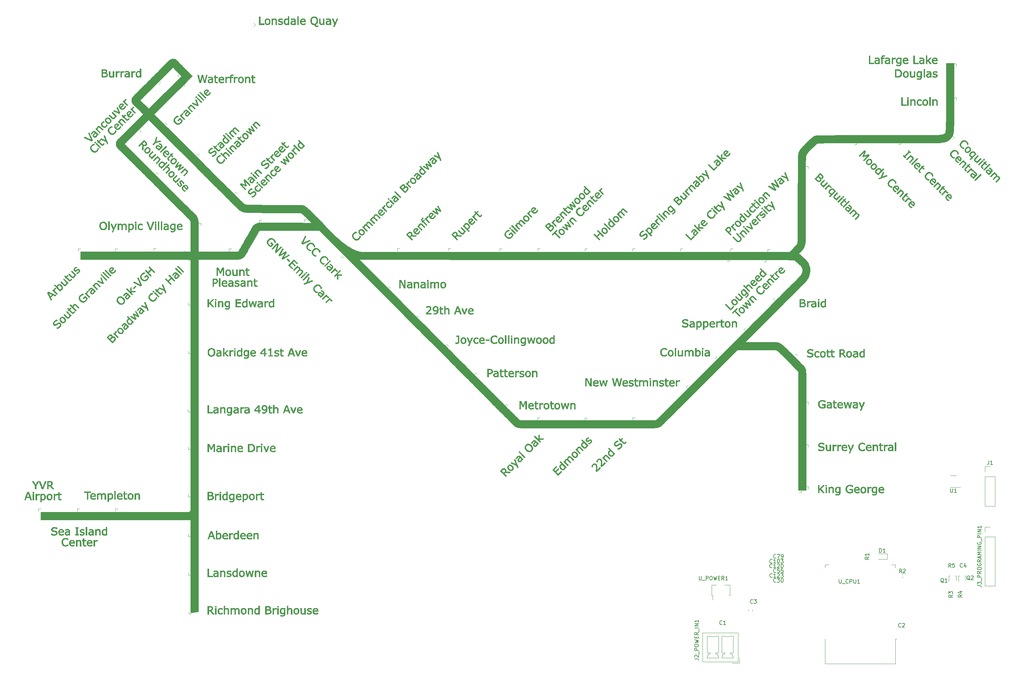
<source format=gbr>
%TF.GenerationSoftware,KiCad,Pcbnew,7.0.1*%
%TF.CreationDate,2023-09-17T14:31:18-07:00*%
%TF.ProjectId,vancouver-skytrain-pcb,76616e63-6f75-4766-9572-2d736b797472,rev?*%
%TF.SameCoordinates,Original*%
%TF.FileFunction,Legend,Top*%
%TF.FilePolarity,Positive*%
%FSLAX46Y46*%
G04 Gerber Fmt 4.6, Leading zero omitted, Abs format (unit mm)*
G04 Created by KiCad (PCBNEW 7.0.1) date 2023-09-17 14:31:18*
%MOMM*%
%LPD*%
G01*
G04 APERTURE LIST*
%ADD10C,0.150000*%
%ADD11C,0.100000*%
%ADD12C,0.120000*%
%ADD13C,0.010000*%
G04 APERTURE END LIST*
D10*
%TO.C,R1*%
X277250119Y-171166666D02*
X276773928Y-171499999D01*
X277250119Y-171738094D02*
X276250119Y-171738094D01*
X276250119Y-171738094D02*
X276250119Y-171357142D01*
X276250119Y-171357142D02*
X276297738Y-171261904D01*
X276297738Y-171261904D02*
X276345357Y-171214285D01*
X276345357Y-171214285D02*
X276440595Y-171166666D01*
X276440595Y-171166666D02*
X276583452Y-171166666D01*
X276583452Y-171166666D02*
X276678690Y-171214285D01*
X276678690Y-171214285D02*
X276726309Y-171261904D01*
X276726309Y-171261904D02*
X276773928Y-171357142D01*
X276773928Y-171357142D02*
X276773928Y-171738094D01*
X277250119Y-170214285D02*
X277250119Y-170785713D01*
X277250119Y-170499999D02*
X276250119Y-170499999D01*
X276250119Y-170499999D02*
X276392976Y-170595237D01*
X276392976Y-170595237D02*
X276488214Y-170690475D01*
X276488214Y-170690475D02*
X276535833Y-170785713D01*
%TO.C,J1*%
X308416666Y-146082619D02*
X308416666Y-146796904D01*
X308416666Y-146796904D02*
X308369047Y-146939761D01*
X308369047Y-146939761D02*
X308273809Y-147035000D01*
X308273809Y-147035000D02*
X308130952Y-147082619D01*
X308130952Y-147082619D02*
X308035714Y-147082619D01*
X309416666Y-147082619D02*
X308845238Y-147082619D01*
X309130952Y-147082619D02*
X309130952Y-146082619D01*
X309130952Y-146082619D02*
X309035714Y-146225476D01*
X309035714Y-146225476D02*
X308940476Y-146320714D01*
X308940476Y-146320714D02*
X308845238Y-146368333D01*
%TO.C,J3_PROGRAMING_PIN1*%
X305462619Y-178619047D02*
X306176904Y-178619047D01*
X306176904Y-178619047D02*
X306319761Y-178666666D01*
X306319761Y-178666666D02*
X306415000Y-178761904D01*
X306415000Y-178761904D02*
X306462619Y-178904761D01*
X306462619Y-178904761D02*
X306462619Y-178999999D01*
X305462619Y-178238094D02*
X305462619Y-177619047D01*
X305462619Y-177619047D02*
X305843571Y-177952380D01*
X305843571Y-177952380D02*
X305843571Y-177809523D01*
X305843571Y-177809523D02*
X305891190Y-177714285D01*
X305891190Y-177714285D02*
X305938809Y-177666666D01*
X305938809Y-177666666D02*
X306034047Y-177619047D01*
X306034047Y-177619047D02*
X306272142Y-177619047D01*
X306272142Y-177619047D02*
X306367380Y-177666666D01*
X306367380Y-177666666D02*
X306415000Y-177714285D01*
X306415000Y-177714285D02*
X306462619Y-177809523D01*
X306462619Y-177809523D02*
X306462619Y-178095237D01*
X306462619Y-178095237D02*
X306415000Y-178190475D01*
X306415000Y-178190475D02*
X306367380Y-178238094D01*
X306557857Y-177428571D02*
X306557857Y-176666666D01*
X306462619Y-176428570D02*
X305462619Y-176428570D01*
X305462619Y-176428570D02*
X305462619Y-176047618D01*
X305462619Y-176047618D02*
X305510238Y-175952380D01*
X305510238Y-175952380D02*
X305557857Y-175904761D01*
X305557857Y-175904761D02*
X305653095Y-175857142D01*
X305653095Y-175857142D02*
X305795952Y-175857142D01*
X305795952Y-175857142D02*
X305891190Y-175904761D01*
X305891190Y-175904761D02*
X305938809Y-175952380D01*
X305938809Y-175952380D02*
X305986428Y-176047618D01*
X305986428Y-176047618D02*
X305986428Y-176428570D01*
X306462619Y-174857142D02*
X305986428Y-175190475D01*
X306462619Y-175428570D02*
X305462619Y-175428570D01*
X305462619Y-175428570D02*
X305462619Y-175047618D01*
X305462619Y-175047618D02*
X305510238Y-174952380D01*
X305510238Y-174952380D02*
X305557857Y-174904761D01*
X305557857Y-174904761D02*
X305653095Y-174857142D01*
X305653095Y-174857142D02*
X305795952Y-174857142D01*
X305795952Y-174857142D02*
X305891190Y-174904761D01*
X305891190Y-174904761D02*
X305938809Y-174952380D01*
X305938809Y-174952380D02*
X305986428Y-175047618D01*
X305986428Y-175047618D02*
X305986428Y-175428570D01*
X305462619Y-174238094D02*
X305462619Y-174047618D01*
X305462619Y-174047618D02*
X305510238Y-173952380D01*
X305510238Y-173952380D02*
X305605476Y-173857142D01*
X305605476Y-173857142D02*
X305795952Y-173809523D01*
X305795952Y-173809523D02*
X306129285Y-173809523D01*
X306129285Y-173809523D02*
X306319761Y-173857142D01*
X306319761Y-173857142D02*
X306415000Y-173952380D01*
X306415000Y-173952380D02*
X306462619Y-174047618D01*
X306462619Y-174047618D02*
X306462619Y-174238094D01*
X306462619Y-174238094D02*
X306415000Y-174333332D01*
X306415000Y-174333332D02*
X306319761Y-174428570D01*
X306319761Y-174428570D02*
X306129285Y-174476189D01*
X306129285Y-174476189D02*
X305795952Y-174476189D01*
X305795952Y-174476189D02*
X305605476Y-174428570D01*
X305605476Y-174428570D02*
X305510238Y-174333332D01*
X305510238Y-174333332D02*
X305462619Y-174238094D01*
X305510238Y-172857142D02*
X305462619Y-172952380D01*
X305462619Y-172952380D02*
X305462619Y-173095237D01*
X305462619Y-173095237D02*
X305510238Y-173238094D01*
X305510238Y-173238094D02*
X305605476Y-173333332D01*
X305605476Y-173333332D02*
X305700714Y-173380951D01*
X305700714Y-173380951D02*
X305891190Y-173428570D01*
X305891190Y-173428570D02*
X306034047Y-173428570D01*
X306034047Y-173428570D02*
X306224523Y-173380951D01*
X306224523Y-173380951D02*
X306319761Y-173333332D01*
X306319761Y-173333332D02*
X306415000Y-173238094D01*
X306415000Y-173238094D02*
X306462619Y-173095237D01*
X306462619Y-173095237D02*
X306462619Y-172999999D01*
X306462619Y-172999999D02*
X306415000Y-172857142D01*
X306415000Y-172857142D02*
X306367380Y-172809523D01*
X306367380Y-172809523D02*
X306034047Y-172809523D01*
X306034047Y-172809523D02*
X306034047Y-172999999D01*
X306462619Y-171809523D02*
X305986428Y-172142856D01*
X306462619Y-172380951D02*
X305462619Y-172380951D01*
X305462619Y-172380951D02*
X305462619Y-171999999D01*
X305462619Y-171999999D02*
X305510238Y-171904761D01*
X305510238Y-171904761D02*
X305557857Y-171857142D01*
X305557857Y-171857142D02*
X305653095Y-171809523D01*
X305653095Y-171809523D02*
X305795952Y-171809523D01*
X305795952Y-171809523D02*
X305891190Y-171857142D01*
X305891190Y-171857142D02*
X305938809Y-171904761D01*
X305938809Y-171904761D02*
X305986428Y-171999999D01*
X305986428Y-171999999D02*
X305986428Y-172380951D01*
X306176904Y-171428570D02*
X306176904Y-170952380D01*
X306462619Y-171523808D02*
X305462619Y-171190475D01*
X305462619Y-171190475D02*
X306462619Y-170857142D01*
X306462619Y-170523808D02*
X305462619Y-170523808D01*
X305462619Y-170523808D02*
X306176904Y-170190475D01*
X306176904Y-170190475D02*
X305462619Y-169857142D01*
X305462619Y-169857142D02*
X306462619Y-169857142D01*
X306462619Y-169380951D02*
X305462619Y-169380951D01*
X306462619Y-168904761D02*
X305462619Y-168904761D01*
X305462619Y-168904761D02*
X306462619Y-168333333D01*
X306462619Y-168333333D02*
X305462619Y-168333333D01*
X305510238Y-167333333D02*
X305462619Y-167428571D01*
X305462619Y-167428571D02*
X305462619Y-167571428D01*
X305462619Y-167571428D02*
X305510238Y-167714285D01*
X305510238Y-167714285D02*
X305605476Y-167809523D01*
X305605476Y-167809523D02*
X305700714Y-167857142D01*
X305700714Y-167857142D02*
X305891190Y-167904761D01*
X305891190Y-167904761D02*
X306034047Y-167904761D01*
X306034047Y-167904761D02*
X306224523Y-167857142D01*
X306224523Y-167857142D02*
X306319761Y-167809523D01*
X306319761Y-167809523D02*
X306415000Y-167714285D01*
X306415000Y-167714285D02*
X306462619Y-167571428D01*
X306462619Y-167571428D02*
X306462619Y-167476190D01*
X306462619Y-167476190D02*
X306415000Y-167333333D01*
X306415000Y-167333333D02*
X306367380Y-167285714D01*
X306367380Y-167285714D02*
X306034047Y-167285714D01*
X306034047Y-167285714D02*
X306034047Y-167476190D01*
X306557857Y-167095238D02*
X306557857Y-166333333D01*
X306462619Y-166095237D02*
X305462619Y-166095237D01*
X305462619Y-166095237D02*
X305462619Y-165714285D01*
X305462619Y-165714285D02*
X305510238Y-165619047D01*
X305510238Y-165619047D02*
X305557857Y-165571428D01*
X305557857Y-165571428D02*
X305653095Y-165523809D01*
X305653095Y-165523809D02*
X305795952Y-165523809D01*
X305795952Y-165523809D02*
X305891190Y-165571428D01*
X305891190Y-165571428D02*
X305938809Y-165619047D01*
X305938809Y-165619047D02*
X305986428Y-165714285D01*
X305986428Y-165714285D02*
X305986428Y-166095237D01*
X306462619Y-165095237D02*
X305462619Y-165095237D01*
X306462619Y-164619047D02*
X305462619Y-164619047D01*
X305462619Y-164619047D02*
X306462619Y-164047619D01*
X306462619Y-164047619D02*
X305462619Y-164047619D01*
X306462619Y-163047619D02*
X306462619Y-163619047D01*
X306462619Y-163333333D02*
X305462619Y-163333333D01*
X305462619Y-163333333D02*
X305605476Y-163428571D01*
X305605476Y-163428571D02*
X305700714Y-163523809D01*
X305700714Y-163523809D02*
X305748333Y-163619047D01*
%TO.C,Q2*%
X303514761Y-177137857D02*
X303419523Y-177090238D01*
X303419523Y-177090238D02*
X303324285Y-176995000D01*
X303324285Y-176995000D02*
X303181428Y-176852142D01*
X303181428Y-176852142D02*
X303086190Y-176804523D01*
X303086190Y-176804523D02*
X302990952Y-176804523D01*
X303038571Y-177042619D02*
X302943333Y-176995000D01*
X302943333Y-176995000D02*
X302848095Y-176899761D01*
X302848095Y-176899761D02*
X302800476Y-176709285D01*
X302800476Y-176709285D02*
X302800476Y-176375952D01*
X302800476Y-176375952D02*
X302848095Y-176185476D01*
X302848095Y-176185476D02*
X302943333Y-176090238D01*
X302943333Y-176090238D02*
X303038571Y-176042619D01*
X303038571Y-176042619D02*
X303229047Y-176042619D01*
X303229047Y-176042619D02*
X303324285Y-176090238D01*
X303324285Y-176090238D02*
X303419523Y-176185476D01*
X303419523Y-176185476D02*
X303467142Y-176375952D01*
X303467142Y-176375952D02*
X303467142Y-176709285D01*
X303467142Y-176709285D02*
X303419523Y-176899761D01*
X303419523Y-176899761D02*
X303324285Y-176995000D01*
X303324285Y-176995000D02*
X303229047Y-177042619D01*
X303229047Y-177042619D02*
X303038571Y-177042619D01*
X303848095Y-176137857D02*
X303895714Y-176090238D01*
X303895714Y-176090238D02*
X303990952Y-176042619D01*
X303990952Y-176042619D02*
X304229047Y-176042619D01*
X304229047Y-176042619D02*
X304324285Y-176090238D01*
X304324285Y-176090238D02*
X304371904Y-176137857D01*
X304371904Y-176137857D02*
X304419523Y-176233095D01*
X304419523Y-176233095D02*
X304419523Y-176328333D01*
X304419523Y-176328333D02*
X304371904Y-176471190D01*
X304371904Y-176471190D02*
X303800476Y-177042619D01*
X303800476Y-177042619D02*
X304419523Y-177042619D01*
%TO.C,C55*%
X253092142Y-175117380D02*
X253044523Y-175165000D01*
X253044523Y-175165000D02*
X252901666Y-175212619D01*
X252901666Y-175212619D02*
X252806428Y-175212619D01*
X252806428Y-175212619D02*
X252663571Y-175165000D01*
X252663571Y-175165000D02*
X252568333Y-175069761D01*
X252568333Y-175069761D02*
X252520714Y-174974523D01*
X252520714Y-174974523D02*
X252473095Y-174784047D01*
X252473095Y-174784047D02*
X252473095Y-174641190D01*
X252473095Y-174641190D02*
X252520714Y-174450714D01*
X252520714Y-174450714D02*
X252568333Y-174355476D01*
X252568333Y-174355476D02*
X252663571Y-174260238D01*
X252663571Y-174260238D02*
X252806428Y-174212619D01*
X252806428Y-174212619D02*
X252901666Y-174212619D01*
X252901666Y-174212619D02*
X253044523Y-174260238D01*
X253044523Y-174260238D02*
X253092142Y-174307857D01*
X253996904Y-174212619D02*
X253520714Y-174212619D01*
X253520714Y-174212619D02*
X253473095Y-174688809D01*
X253473095Y-174688809D02*
X253520714Y-174641190D01*
X253520714Y-174641190D02*
X253615952Y-174593571D01*
X253615952Y-174593571D02*
X253854047Y-174593571D01*
X253854047Y-174593571D02*
X253949285Y-174641190D01*
X253949285Y-174641190D02*
X253996904Y-174688809D01*
X253996904Y-174688809D02*
X254044523Y-174784047D01*
X254044523Y-174784047D02*
X254044523Y-175022142D01*
X254044523Y-175022142D02*
X253996904Y-175117380D01*
X253996904Y-175117380D02*
X253949285Y-175165000D01*
X253949285Y-175165000D02*
X253854047Y-175212619D01*
X253854047Y-175212619D02*
X253615952Y-175212619D01*
X253615952Y-175212619D02*
X253520714Y-175165000D01*
X253520714Y-175165000D02*
X253473095Y-175117380D01*
X254949285Y-174212619D02*
X254473095Y-174212619D01*
X254473095Y-174212619D02*
X254425476Y-174688809D01*
X254425476Y-174688809D02*
X254473095Y-174641190D01*
X254473095Y-174641190D02*
X254568333Y-174593571D01*
X254568333Y-174593571D02*
X254806428Y-174593571D01*
X254806428Y-174593571D02*
X254901666Y-174641190D01*
X254901666Y-174641190D02*
X254949285Y-174688809D01*
X254949285Y-174688809D02*
X254996904Y-174784047D01*
X254996904Y-174784047D02*
X254996904Y-175022142D01*
X254996904Y-175022142D02*
X254949285Y-175117380D01*
X254949285Y-175117380D02*
X254901666Y-175165000D01*
X254901666Y-175165000D02*
X254806428Y-175212619D01*
X254806428Y-175212619D02*
X254568333Y-175212619D01*
X254568333Y-175212619D02*
X254473095Y-175165000D01*
X254473095Y-175165000D02*
X254425476Y-175117380D01*
%TO.C,R3*%
X299012619Y-181076666D02*
X298536428Y-181409999D01*
X299012619Y-181648094D02*
X298012619Y-181648094D01*
X298012619Y-181648094D02*
X298012619Y-181267142D01*
X298012619Y-181267142D02*
X298060238Y-181171904D01*
X298060238Y-181171904D02*
X298107857Y-181124285D01*
X298107857Y-181124285D02*
X298203095Y-181076666D01*
X298203095Y-181076666D02*
X298345952Y-181076666D01*
X298345952Y-181076666D02*
X298441190Y-181124285D01*
X298441190Y-181124285D02*
X298488809Y-181171904D01*
X298488809Y-181171904D02*
X298536428Y-181267142D01*
X298536428Y-181267142D02*
X298536428Y-181648094D01*
X298012619Y-180743332D02*
X298012619Y-180124285D01*
X298012619Y-180124285D02*
X298393571Y-180457618D01*
X298393571Y-180457618D02*
X298393571Y-180314761D01*
X298393571Y-180314761D02*
X298441190Y-180219523D01*
X298441190Y-180219523D02*
X298488809Y-180171904D01*
X298488809Y-180171904D02*
X298584047Y-180124285D01*
X298584047Y-180124285D02*
X298822142Y-180124285D01*
X298822142Y-180124285D02*
X298917380Y-180171904D01*
X298917380Y-180171904D02*
X298965000Y-180219523D01*
X298965000Y-180219523D02*
X299012619Y-180314761D01*
X299012619Y-180314761D02*
X299012619Y-180600475D01*
X299012619Y-180600475D02*
X298965000Y-180695713D01*
X298965000Y-180695713D02*
X298917380Y-180743332D01*
%TO.C,C79*%
X253092142Y-171367380D02*
X253044523Y-171415000D01*
X253044523Y-171415000D02*
X252901666Y-171462619D01*
X252901666Y-171462619D02*
X252806428Y-171462619D01*
X252806428Y-171462619D02*
X252663571Y-171415000D01*
X252663571Y-171415000D02*
X252568333Y-171319761D01*
X252568333Y-171319761D02*
X252520714Y-171224523D01*
X252520714Y-171224523D02*
X252473095Y-171034047D01*
X252473095Y-171034047D02*
X252473095Y-170891190D01*
X252473095Y-170891190D02*
X252520714Y-170700714D01*
X252520714Y-170700714D02*
X252568333Y-170605476D01*
X252568333Y-170605476D02*
X252663571Y-170510238D01*
X252663571Y-170510238D02*
X252806428Y-170462619D01*
X252806428Y-170462619D02*
X252901666Y-170462619D01*
X252901666Y-170462619D02*
X253044523Y-170510238D01*
X253044523Y-170510238D02*
X253092142Y-170557857D01*
X253425476Y-170462619D02*
X254092142Y-170462619D01*
X254092142Y-170462619D02*
X253663571Y-171462619D01*
X254520714Y-171462619D02*
X254711190Y-171462619D01*
X254711190Y-171462619D02*
X254806428Y-171415000D01*
X254806428Y-171415000D02*
X254854047Y-171367380D01*
X254854047Y-171367380D02*
X254949285Y-171224523D01*
X254949285Y-171224523D02*
X254996904Y-171034047D01*
X254996904Y-171034047D02*
X254996904Y-170653095D01*
X254996904Y-170653095D02*
X254949285Y-170557857D01*
X254949285Y-170557857D02*
X254901666Y-170510238D01*
X254901666Y-170510238D02*
X254806428Y-170462619D01*
X254806428Y-170462619D02*
X254615952Y-170462619D01*
X254615952Y-170462619D02*
X254520714Y-170510238D01*
X254520714Y-170510238D02*
X254473095Y-170557857D01*
X254473095Y-170557857D02*
X254425476Y-170653095D01*
X254425476Y-170653095D02*
X254425476Y-170891190D01*
X254425476Y-170891190D02*
X254473095Y-170986428D01*
X254473095Y-170986428D02*
X254520714Y-171034047D01*
X254520714Y-171034047D02*
X254615952Y-171081666D01*
X254615952Y-171081666D02*
X254806428Y-171081666D01*
X254806428Y-171081666D02*
X254901666Y-171034047D01*
X254901666Y-171034047D02*
X254949285Y-170986428D01*
X254949285Y-170986428D02*
X254996904Y-170891190D01*
%TO.C,C103*%
X252115952Y-172617380D02*
X252068333Y-172665000D01*
X252068333Y-172665000D02*
X251925476Y-172712619D01*
X251925476Y-172712619D02*
X251830238Y-172712619D01*
X251830238Y-172712619D02*
X251687381Y-172665000D01*
X251687381Y-172665000D02*
X251592143Y-172569761D01*
X251592143Y-172569761D02*
X251544524Y-172474523D01*
X251544524Y-172474523D02*
X251496905Y-172284047D01*
X251496905Y-172284047D02*
X251496905Y-172141190D01*
X251496905Y-172141190D02*
X251544524Y-171950714D01*
X251544524Y-171950714D02*
X251592143Y-171855476D01*
X251592143Y-171855476D02*
X251687381Y-171760238D01*
X251687381Y-171760238D02*
X251830238Y-171712619D01*
X251830238Y-171712619D02*
X251925476Y-171712619D01*
X251925476Y-171712619D02*
X252068333Y-171760238D01*
X252068333Y-171760238D02*
X252115952Y-171807857D01*
X253068333Y-172712619D02*
X252496905Y-172712619D01*
X252782619Y-172712619D02*
X252782619Y-171712619D01*
X252782619Y-171712619D02*
X252687381Y-171855476D01*
X252687381Y-171855476D02*
X252592143Y-171950714D01*
X252592143Y-171950714D02*
X252496905Y-171998333D01*
X253687381Y-171712619D02*
X253782619Y-171712619D01*
X253782619Y-171712619D02*
X253877857Y-171760238D01*
X253877857Y-171760238D02*
X253925476Y-171807857D01*
X253925476Y-171807857D02*
X253973095Y-171903095D01*
X253973095Y-171903095D02*
X254020714Y-172093571D01*
X254020714Y-172093571D02*
X254020714Y-172331666D01*
X254020714Y-172331666D02*
X253973095Y-172522142D01*
X253973095Y-172522142D02*
X253925476Y-172617380D01*
X253925476Y-172617380D02*
X253877857Y-172665000D01*
X253877857Y-172665000D02*
X253782619Y-172712619D01*
X253782619Y-172712619D02*
X253687381Y-172712619D01*
X253687381Y-172712619D02*
X253592143Y-172665000D01*
X253592143Y-172665000D02*
X253544524Y-172617380D01*
X253544524Y-172617380D02*
X253496905Y-172522142D01*
X253496905Y-172522142D02*
X253449286Y-172331666D01*
X253449286Y-172331666D02*
X253449286Y-172093571D01*
X253449286Y-172093571D02*
X253496905Y-171903095D01*
X253496905Y-171903095D02*
X253544524Y-171807857D01*
X253544524Y-171807857D02*
X253592143Y-171760238D01*
X253592143Y-171760238D02*
X253687381Y-171712619D01*
X254354048Y-171712619D02*
X254973095Y-171712619D01*
X254973095Y-171712619D02*
X254639762Y-172093571D01*
X254639762Y-172093571D02*
X254782619Y-172093571D01*
X254782619Y-172093571D02*
X254877857Y-172141190D01*
X254877857Y-172141190D02*
X254925476Y-172188809D01*
X254925476Y-172188809D02*
X254973095Y-172284047D01*
X254973095Y-172284047D02*
X254973095Y-172522142D01*
X254973095Y-172522142D02*
X254925476Y-172617380D01*
X254925476Y-172617380D02*
X254877857Y-172665000D01*
X254877857Y-172665000D02*
X254782619Y-172712619D01*
X254782619Y-172712619D02*
X254496905Y-172712619D01*
X254496905Y-172712619D02*
X254401667Y-172665000D01*
X254401667Y-172665000D02*
X254354048Y-172617380D01*
%TO.C,R5*%
X298583333Y-173812619D02*
X298250000Y-173336428D01*
X298011905Y-173812619D02*
X298011905Y-172812619D01*
X298011905Y-172812619D02*
X298392857Y-172812619D01*
X298392857Y-172812619D02*
X298488095Y-172860238D01*
X298488095Y-172860238D02*
X298535714Y-172907857D01*
X298535714Y-172907857D02*
X298583333Y-173003095D01*
X298583333Y-173003095D02*
X298583333Y-173145952D01*
X298583333Y-173145952D02*
X298535714Y-173241190D01*
X298535714Y-173241190D02*
X298488095Y-173288809D01*
X298488095Y-173288809D02*
X298392857Y-173336428D01*
X298392857Y-173336428D02*
X298011905Y-173336428D01*
X299488095Y-172812619D02*
X299011905Y-172812619D01*
X299011905Y-172812619D02*
X298964286Y-173288809D01*
X298964286Y-173288809D02*
X299011905Y-173241190D01*
X299011905Y-173241190D02*
X299107143Y-173193571D01*
X299107143Y-173193571D02*
X299345238Y-173193571D01*
X299345238Y-173193571D02*
X299440476Y-173241190D01*
X299440476Y-173241190D02*
X299488095Y-173288809D01*
X299488095Y-173288809D02*
X299535714Y-173384047D01*
X299535714Y-173384047D02*
X299535714Y-173622142D01*
X299535714Y-173622142D02*
X299488095Y-173717380D01*
X299488095Y-173717380D02*
X299440476Y-173765000D01*
X299440476Y-173765000D02*
X299345238Y-173812619D01*
X299345238Y-173812619D02*
X299107143Y-173812619D01*
X299107143Y-173812619D02*
X299011905Y-173765000D01*
X299011905Y-173765000D02*
X298964286Y-173717380D01*
%TO.C,C120*%
X252115952Y-173867380D02*
X252068333Y-173915000D01*
X252068333Y-173915000D02*
X251925476Y-173962619D01*
X251925476Y-173962619D02*
X251830238Y-173962619D01*
X251830238Y-173962619D02*
X251687381Y-173915000D01*
X251687381Y-173915000D02*
X251592143Y-173819761D01*
X251592143Y-173819761D02*
X251544524Y-173724523D01*
X251544524Y-173724523D02*
X251496905Y-173534047D01*
X251496905Y-173534047D02*
X251496905Y-173391190D01*
X251496905Y-173391190D02*
X251544524Y-173200714D01*
X251544524Y-173200714D02*
X251592143Y-173105476D01*
X251592143Y-173105476D02*
X251687381Y-173010238D01*
X251687381Y-173010238D02*
X251830238Y-172962619D01*
X251830238Y-172962619D02*
X251925476Y-172962619D01*
X251925476Y-172962619D02*
X252068333Y-173010238D01*
X252068333Y-173010238D02*
X252115952Y-173057857D01*
X253068333Y-173962619D02*
X252496905Y-173962619D01*
X252782619Y-173962619D02*
X252782619Y-172962619D01*
X252782619Y-172962619D02*
X252687381Y-173105476D01*
X252687381Y-173105476D02*
X252592143Y-173200714D01*
X252592143Y-173200714D02*
X252496905Y-173248333D01*
X253449286Y-173057857D02*
X253496905Y-173010238D01*
X253496905Y-173010238D02*
X253592143Y-172962619D01*
X253592143Y-172962619D02*
X253830238Y-172962619D01*
X253830238Y-172962619D02*
X253925476Y-173010238D01*
X253925476Y-173010238D02*
X253973095Y-173057857D01*
X253973095Y-173057857D02*
X254020714Y-173153095D01*
X254020714Y-173153095D02*
X254020714Y-173248333D01*
X254020714Y-173248333D02*
X253973095Y-173391190D01*
X253973095Y-173391190D02*
X253401667Y-173962619D01*
X253401667Y-173962619D02*
X254020714Y-173962619D01*
X254639762Y-172962619D02*
X254735000Y-172962619D01*
X254735000Y-172962619D02*
X254830238Y-173010238D01*
X254830238Y-173010238D02*
X254877857Y-173057857D01*
X254877857Y-173057857D02*
X254925476Y-173153095D01*
X254925476Y-173153095D02*
X254973095Y-173343571D01*
X254973095Y-173343571D02*
X254973095Y-173581666D01*
X254973095Y-173581666D02*
X254925476Y-173772142D01*
X254925476Y-173772142D02*
X254877857Y-173867380D01*
X254877857Y-173867380D02*
X254830238Y-173915000D01*
X254830238Y-173915000D02*
X254735000Y-173962619D01*
X254735000Y-173962619D02*
X254639762Y-173962619D01*
X254639762Y-173962619D02*
X254544524Y-173915000D01*
X254544524Y-173915000D02*
X254496905Y-173867380D01*
X254496905Y-173867380D02*
X254449286Y-173772142D01*
X254449286Y-173772142D02*
X254401667Y-173581666D01*
X254401667Y-173581666D02*
X254401667Y-173343571D01*
X254401667Y-173343571D02*
X254449286Y-173153095D01*
X254449286Y-173153095D02*
X254496905Y-173057857D01*
X254496905Y-173057857D02*
X254544524Y-173010238D01*
X254544524Y-173010238D02*
X254639762Y-172962619D01*
%TO.C,C2*%
X285563333Y-189307380D02*
X285515714Y-189355000D01*
X285515714Y-189355000D02*
X285372857Y-189402619D01*
X285372857Y-189402619D02*
X285277619Y-189402619D01*
X285277619Y-189402619D02*
X285134762Y-189355000D01*
X285134762Y-189355000D02*
X285039524Y-189259761D01*
X285039524Y-189259761D02*
X284991905Y-189164523D01*
X284991905Y-189164523D02*
X284944286Y-188974047D01*
X284944286Y-188974047D02*
X284944286Y-188831190D01*
X284944286Y-188831190D02*
X284991905Y-188640714D01*
X284991905Y-188640714D02*
X285039524Y-188545476D01*
X285039524Y-188545476D02*
X285134762Y-188450238D01*
X285134762Y-188450238D02*
X285277619Y-188402619D01*
X285277619Y-188402619D02*
X285372857Y-188402619D01*
X285372857Y-188402619D02*
X285515714Y-188450238D01*
X285515714Y-188450238D02*
X285563333Y-188497857D01*
X285944286Y-188497857D02*
X285991905Y-188450238D01*
X285991905Y-188450238D02*
X286087143Y-188402619D01*
X286087143Y-188402619D02*
X286325238Y-188402619D01*
X286325238Y-188402619D02*
X286420476Y-188450238D01*
X286420476Y-188450238D02*
X286468095Y-188497857D01*
X286468095Y-188497857D02*
X286515714Y-188593095D01*
X286515714Y-188593095D02*
X286515714Y-188688333D01*
X286515714Y-188688333D02*
X286468095Y-188831190D01*
X286468095Y-188831190D02*
X285896667Y-189402619D01*
X285896667Y-189402619D02*
X286515714Y-189402619D01*
%TO.C,D1*%
X280011905Y-169962619D02*
X280011905Y-168962619D01*
X280011905Y-168962619D02*
X280250000Y-168962619D01*
X280250000Y-168962619D02*
X280392857Y-169010238D01*
X280392857Y-169010238D02*
X280488095Y-169105476D01*
X280488095Y-169105476D02*
X280535714Y-169200714D01*
X280535714Y-169200714D02*
X280583333Y-169391190D01*
X280583333Y-169391190D02*
X280583333Y-169534047D01*
X280583333Y-169534047D02*
X280535714Y-169724523D01*
X280535714Y-169724523D02*
X280488095Y-169819761D01*
X280488095Y-169819761D02*
X280392857Y-169915000D01*
X280392857Y-169915000D02*
X280250000Y-169962619D01*
X280250000Y-169962619D02*
X280011905Y-169962619D01*
X281535714Y-169962619D02*
X280964286Y-169962619D01*
X281250000Y-169962619D02*
X281250000Y-168962619D01*
X281250000Y-168962619D02*
X281154762Y-169105476D01*
X281154762Y-169105476D02*
X281059524Y-169200714D01*
X281059524Y-169200714D02*
X280964286Y-169248333D01*
%TO.C,U_POWER1*%
X233129524Y-176132619D02*
X233129524Y-176942142D01*
X233129524Y-176942142D02*
X233177143Y-177037380D01*
X233177143Y-177037380D02*
X233224762Y-177085000D01*
X233224762Y-177085000D02*
X233320000Y-177132619D01*
X233320000Y-177132619D02*
X233510476Y-177132619D01*
X233510476Y-177132619D02*
X233605714Y-177085000D01*
X233605714Y-177085000D02*
X233653333Y-177037380D01*
X233653333Y-177037380D02*
X233700952Y-176942142D01*
X233700952Y-176942142D02*
X233700952Y-176132619D01*
X233939048Y-177227857D02*
X234700952Y-177227857D01*
X234939048Y-177132619D02*
X234939048Y-176132619D01*
X234939048Y-176132619D02*
X235320000Y-176132619D01*
X235320000Y-176132619D02*
X235415238Y-176180238D01*
X235415238Y-176180238D02*
X235462857Y-176227857D01*
X235462857Y-176227857D02*
X235510476Y-176323095D01*
X235510476Y-176323095D02*
X235510476Y-176465952D01*
X235510476Y-176465952D02*
X235462857Y-176561190D01*
X235462857Y-176561190D02*
X235415238Y-176608809D01*
X235415238Y-176608809D02*
X235320000Y-176656428D01*
X235320000Y-176656428D02*
X234939048Y-176656428D01*
X236129524Y-176132619D02*
X236320000Y-176132619D01*
X236320000Y-176132619D02*
X236415238Y-176180238D01*
X236415238Y-176180238D02*
X236510476Y-176275476D01*
X236510476Y-176275476D02*
X236558095Y-176465952D01*
X236558095Y-176465952D02*
X236558095Y-176799285D01*
X236558095Y-176799285D02*
X236510476Y-176989761D01*
X236510476Y-176989761D02*
X236415238Y-177085000D01*
X236415238Y-177085000D02*
X236320000Y-177132619D01*
X236320000Y-177132619D02*
X236129524Y-177132619D01*
X236129524Y-177132619D02*
X236034286Y-177085000D01*
X236034286Y-177085000D02*
X235939048Y-176989761D01*
X235939048Y-176989761D02*
X235891429Y-176799285D01*
X235891429Y-176799285D02*
X235891429Y-176465952D01*
X235891429Y-176465952D02*
X235939048Y-176275476D01*
X235939048Y-176275476D02*
X236034286Y-176180238D01*
X236034286Y-176180238D02*
X236129524Y-176132619D01*
X236891429Y-176132619D02*
X237129524Y-177132619D01*
X237129524Y-177132619D02*
X237320000Y-176418333D01*
X237320000Y-176418333D02*
X237510476Y-177132619D01*
X237510476Y-177132619D02*
X237748572Y-176132619D01*
X238129524Y-176608809D02*
X238462857Y-176608809D01*
X238605714Y-177132619D02*
X238129524Y-177132619D01*
X238129524Y-177132619D02*
X238129524Y-176132619D01*
X238129524Y-176132619D02*
X238605714Y-176132619D01*
X239605714Y-177132619D02*
X239272381Y-176656428D01*
X239034286Y-177132619D02*
X239034286Y-176132619D01*
X239034286Y-176132619D02*
X239415238Y-176132619D01*
X239415238Y-176132619D02*
X239510476Y-176180238D01*
X239510476Y-176180238D02*
X239558095Y-176227857D01*
X239558095Y-176227857D02*
X239605714Y-176323095D01*
X239605714Y-176323095D02*
X239605714Y-176465952D01*
X239605714Y-176465952D02*
X239558095Y-176561190D01*
X239558095Y-176561190D02*
X239510476Y-176608809D01*
X239510476Y-176608809D02*
X239415238Y-176656428D01*
X239415238Y-176656428D02*
X239034286Y-176656428D01*
X240558095Y-177132619D02*
X239986667Y-177132619D01*
X240272381Y-177132619D02*
X240272381Y-176132619D01*
X240272381Y-176132619D02*
X240177143Y-176275476D01*
X240177143Y-176275476D02*
X240081905Y-176370714D01*
X240081905Y-176370714D02*
X239986667Y-176418333D01*
%TO.C,C3*%
X247083333Y-183117380D02*
X247035714Y-183165000D01*
X247035714Y-183165000D02*
X246892857Y-183212619D01*
X246892857Y-183212619D02*
X246797619Y-183212619D01*
X246797619Y-183212619D02*
X246654762Y-183165000D01*
X246654762Y-183165000D02*
X246559524Y-183069761D01*
X246559524Y-183069761D02*
X246511905Y-182974523D01*
X246511905Y-182974523D02*
X246464286Y-182784047D01*
X246464286Y-182784047D02*
X246464286Y-182641190D01*
X246464286Y-182641190D02*
X246511905Y-182450714D01*
X246511905Y-182450714D02*
X246559524Y-182355476D01*
X246559524Y-182355476D02*
X246654762Y-182260238D01*
X246654762Y-182260238D02*
X246797619Y-182212619D01*
X246797619Y-182212619D02*
X246892857Y-182212619D01*
X246892857Y-182212619D02*
X247035714Y-182260238D01*
X247035714Y-182260238D02*
X247083333Y-182307857D01*
X247416667Y-182212619D02*
X248035714Y-182212619D01*
X248035714Y-182212619D02*
X247702381Y-182593571D01*
X247702381Y-182593571D02*
X247845238Y-182593571D01*
X247845238Y-182593571D02*
X247940476Y-182641190D01*
X247940476Y-182641190D02*
X247988095Y-182688809D01*
X247988095Y-182688809D02*
X248035714Y-182784047D01*
X248035714Y-182784047D02*
X248035714Y-183022142D01*
X248035714Y-183022142D02*
X247988095Y-183117380D01*
X247988095Y-183117380D02*
X247940476Y-183165000D01*
X247940476Y-183165000D02*
X247845238Y-183212619D01*
X247845238Y-183212619D02*
X247559524Y-183212619D01*
X247559524Y-183212619D02*
X247464286Y-183165000D01*
X247464286Y-183165000D02*
X247416667Y-183117380D01*
%TO.C,R2*%
X285793333Y-175292619D02*
X285460000Y-174816428D01*
X285221905Y-175292619D02*
X285221905Y-174292619D01*
X285221905Y-174292619D02*
X285602857Y-174292619D01*
X285602857Y-174292619D02*
X285698095Y-174340238D01*
X285698095Y-174340238D02*
X285745714Y-174387857D01*
X285745714Y-174387857D02*
X285793333Y-174483095D01*
X285793333Y-174483095D02*
X285793333Y-174625952D01*
X285793333Y-174625952D02*
X285745714Y-174721190D01*
X285745714Y-174721190D02*
X285698095Y-174768809D01*
X285698095Y-174768809D02*
X285602857Y-174816428D01*
X285602857Y-174816428D02*
X285221905Y-174816428D01*
X286174286Y-174387857D02*
X286221905Y-174340238D01*
X286221905Y-174340238D02*
X286317143Y-174292619D01*
X286317143Y-174292619D02*
X286555238Y-174292619D01*
X286555238Y-174292619D02*
X286650476Y-174340238D01*
X286650476Y-174340238D02*
X286698095Y-174387857D01*
X286698095Y-174387857D02*
X286745714Y-174483095D01*
X286745714Y-174483095D02*
X286745714Y-174578333D01*
X286745714Y-174578333D02*
X286698095Y-174721190D01*
X286698095Y-174721190D02*
X286126667Y-175292619D01*
X286126667Y-175292619D02*
X286745714Y-175292619D01*
%TO.C,C1*%
X239083333Y-188617380D02*
X239035714Y-188665000D01*
X239035714Y-188665000D02*
X238892857Y-188712619D01*
X238892857Y-188712619D02*
X238797619Y-188712619D01*
X238797619Y-188712619D02*
X238654762Y-188665000D01*
X238654762Y-188665000D02*
X238559524Y-188569761D01*
X238559524Y-188569761D02*
X238511905Y-188474523D01*
X238511905Y-188474523D02*
X238464286Y-188284047D01*
X238464286Y-188284047D02*
X238464286Y-188141190D01*
X238464286Y-188141190D02*
X238511905Y-187950714D01*
X238511905Y-187950714D02*
X238559524Y-187855476D01*
X238559524Y-187855476D02*
X238654762Y-187760238D01*
X238654762Y-187760238D02*
X238797619Y-187712619D01*
X238797619Y-187712619D02*
X238892857Y-187712619D01*
X238892857Y-187712619D02*
X239035714Y-187760238D01*
X239035714Y-187760238D02*
X239083333Y-187807857D01*
X240035714Y-188712619D02*
X239464286Y-188712619D01*
X239750000Y-188712619D02*
X239750000Y-187712619D01*
X239750000Y-187712619D02*
X239654762Y-187855476D01*
X239654762Y-187855476D02*
X239559524Y-187950714D01*
X239559524Y-187950714D02*
X239464286Y-187998333D01*
%TO.C,C4*%
X301598333Y-173717380D02*
X301550714Y-173765000D01*
X301550714Y-173765000D02*
X301407857Y-173812619D01*
X301407857Y-173812619D02*
X301312619Y-173812619D01*
X301312619Y-173812619D02*
X301169762Y-173765000D01*
X301169762Y-173765000D02*
X301074524Y-173669761D01*
X301074524Y-173669761D02*
X301026905Y-173574523D01*
X301026905Y-173574523D02*
X300979286Y-173384047D01*
X300979286Y-173384047D02*
X300979286Y-173241190D01*
X300979286Y-173241190D02*
X301026905Y-173050714D01*
X301026905Y-173050714D02*
X301074524Y-172955476D01*
X301074524Y-172955476D02*
X301169762Y-172860238D01*
X301169762Y-172860238D02*
X301312619Y-172812619D01*
X301312619Y-172812619D02*
X301407857Y-172812619D01*
X301407857Y-172812619D02*
X301550714Y-172860238D01*
X301550714Y-172860238D02*
X301598333Y-172907857D01*
X302455476Y-173145952D02*
X302455476Y-173812619D01*
X302217381Y-172765000D02*
X301979286Y-173479285D01*
X301979286Y-173479285D02*
X302598333Y-173479285D01*
%TO.C,C30*%
X253092142Y-177617380D02*
X253044523Y-177665000D01*
X253044523Y-177665000D02*
X252901666Y-177712619D01*
X252901666Y-177712619D02*
X252806428Y-177712619D01*
X252806428Y-177712619D02*
X252663571Y-177665000D01*
X252663571Y-177665000D02*
X252568333Y-177569761D01*
X252568333Y-177569761D02*
X252520714Y-177474523D01*
X252520714Y-177474523D02*
X252473095Y-177284047D01*
X252473095Y-177284047D02*
X252473095Y-177141190D01*
X252473095Y-177141190D02*
X252520714Y-176950714D01*
X252520714Y-176950714D02*
X252568333Y-176855476D01*
X252568333Y-176855476D02*
X252663571Y-176760238D01*
X252663571Y-176760238D02*
X252806428Y-176712619D01*
X252806428Y-176712619D02*
X252901666Y-176712619D01*
X252901666Y-176712619D02*
X253044523Y-176760238D01*
X253044523Y-176760238D02*
X253092142Y-176807857D01*
X253425476Y-176712619D02*
X254044523Y-176712619D01*
X254044523Y-176712619D02*
X253711190Y-177093571D01*
X253711190Y-177093571D02*
X253854047Y-177093571D01*
X253854047Y-177093571D02*
X253949285Y-177141190D01*
X253949285Y-177141190D02*
X253996904Y-177188809D01*
X253996904Y-177188809D02*
X254044523Y-177284047D01*
X254044523Y-177284047D02*
X254044523Y-177522142D01*
X254044523Y-177522142D02*
X253996904Y-177617380D01*
X253996904Y-177617380D02*
X253949285Y-177665000D01*
X253949285Y-177665000D02*
X253854047Y-177712619D01*
X253854047Y-177712619D02*
X253568333Y-177712619D01*
X253568333Y-177712619D02*
X253473095Y-177665000D01*
X253473095Y-177665000D02*
X253425476Y-177617380D01*
X254663571Y-176712619D02*
X254758809Y-176712619D01*
X254758809Y-176712619D02*
X254854047Y-176760238D01*
X254854047Y-176760238D02*
X254901666Y-176807857D01*
X254901666Y-176807857D02*
X254949285Y-176903095D01*
X254949285Y-176903095D02*
X254996904Y-177093571D01*
X254996904Y-177093571D02*
X254996904Y-177331666D01*
X254996904Y-177331666D02*
X254949285Y-177522142D01*
X254949285Y-177522142D02*
X254901666Y-177617380D01*
X254901666Y-177617380D02*
X254854047Y-177665000D01*
X254854047Y-177665000D02*
X254758809Y-177712619D01*
X254758809Y-177712619D02*
X254663571Y-177712619D01*
X254663571Y-177712619D02*
X254568333Y-177665000D01*
X254568333Y-177665000D02*
X254520714Y-177617380D01*
X254520714Y-177617380D02*
X254473095Y-177522142D01*
X254473095Y-177522142D02*
X254425476Y-177331666D01*
X254425476Y-177331666D02*
X254425476Y-177093571D01*
X254425476Y-177093571D02*
X254473095Y-176903095D01*
X254473095Y-176903095D02*
X254520714Y-176807857D01*
X254520714Y-176807857D02*
X254568333Y-176760238D01*
X254568333Y-176760238D02*
X254663571Y-176712619D01*
%TO.C,U_CPU1*%
X269513333Y-176962619D02*
X269513333Y-177772142D01*
X269513333Y-177772142D02*
X269560952Y-177867380D01*
X269560952Y-177867380D02*
X269608571Y-177915000D01*
X269608571Y-177915000D02*
X269703809Y-177962619D01*
X269703809Y-177962619D02*
X269894285Y-177962619D01*
X269894285Y-177962619D02*
X269989523Y-177915000D01*
X269989523Y-177915000D02*
X270037142Y-177867380D01*
X270037142Y-177867380D02*
X270084761Y-177772142D01*
X270084761Y-177772142D02*
X270084761Y-176962619D01*
X270322857Y-178057857D02*
X271084761Y-178057857D01*
X271894285Y-177867380D02*
X271846666Y-177915000D01*
X271846666Y-177915000D02*
X271703809Y-177962619D01*
X271703809Y-177962619D02*
X271608571Y-177962619D01*
X271608571Y-177962619D02*
X271465714Y-177915000D01*
X271465714Y-177915000D02*
X271370476Y-177819761D01*
X271370476Y-177819761D02*
X271322857Y-177724523D01*
X271322857Y-177724523D02*
X271275238Y-177534047D01*
X271275238Y-177534047D02*
X271275238Y-177391190D01*
X271275238Y-177391190D02*
X271322857Y-177200714D01*
X271322857Y-177200714D02*
X271370476Y-177105476D01*
X271370476Y-177105476D02*
X271465714Y-177010238D01*
X271465714Y-177010238D02*
X271608571Y-176962619D01*
X271608571Y-176962619D02*
X271703809Y-176962619D01*
X271703809Y-176962619D02*
X271846666Y-177010238D01*
X271846666Y-177010238D02*
X271894285Y-177057857D01*
X272322857Y-177962619D02*
X272322857Y-176962619D01*
X272322857Y-176962619D02*
X272703809Y-176962619D01*
X272703809Y-176962619D02*
X272799047Y-177010238D01*
X272799047Y-177010238D02*
X272846666Y-177057857D01*
X272846666Y-177057857D02*
X272894285Y-177153095D01*
X272894285Y-177153095D02*
X272894285Y-177295952D01*
X272894285Y-177295952D02*
X272846666Y-177391190D01*
X272846666Y-177391190D02*
X272799047Y-177438809D01*
X272799047Y-177438809D02*
X272703809Y-177486428D01*
X272703809Y-177486428D02*
X272322857Y-177486428D01*
X273322857Y-176962619D02*
X273322857Y-177772142D01*
X273322857Y-177772142D02*
X273370476Y-177867380D01*
X273370476Y-177867380D02*
X273418095Y-177915000D01*
X273418095Y-177915000D02*
X273513333Y-177962619D01*
X273513333Y-177962619D02*
X273703809Y-177962619D01*
X273703809Y-177962619D02*
X273799047Y-177915000D01*
X273799047Y-177915000D02*
X273846666Y-177867380D01*
X273846666Y-177867380D02*
X273894285Y-177772142D01*
X273894285Y-177772142D02*
X273894285Y-176962619D01*
X274894285Y-177962619D02*
X274322857Y-177962619D01*
X274608571Y-177962619D02*
X274608571Y-176962619D01*
X274608571Y-176962619D02*
X274513333Y-177105476D01*
X274513333Y-177105476D02*
X274418095Y-177200714D01*
X274418095Y-177200714D02*
X274322857Y-177248333D01*
%TO.C,R4*%
X301472619Y-180976666D02*
X300996428Y-181309999D01*
X301472619Y-181548094D02*
X300472619Y-181548094D01*
X300472619Y-181548094D02*
X300472619Y-181167142D01*
X300472619Y-181167142D02*
X300520238Y-181071904D01*
X300520238Y-181071904D02*
X300567857Y-181024285D01*
X300567857Y-181024285D02*
X300663095Y-180976666D01*
X300663095Y-180976666D02*
X300805952Y-180976666D01*
X300805952Y-180976666D02*
X300901190Y-181024285D01*
X300901190Y-181024285D02*
X300948809Y-181071904D01*
X300948809Y-181071904D02*
X300996428Y-181167142D01*
X300996428Y-181167142D02*
X300996428Y-181548094D01*
X300805952Y-180119523D02*
X301472619Y-180119523D01*
X300425000Y-180357618D02*
X301139285Y-180595713D01*
X301139285Y-180595713D02*
X301139285Y-179976666D01*
%TO.C,Q1*%
X296694761Y-177797857D02*
X296599523Y-177750238D01*
X296599523Y-177750238D02*
X296504285Y-177655000D01*
X296504285Y-177655000D02*
X296361428Y-177512142D01*
X296361428Y-177512142D02*
X296266190Y-177464523D01*
X296266190Y-177464523D02*
X296170952Y-177464523D01*
X296218571Y-177702619D02*
X296123333Y-177655000D01*
X296123333Y-177655000D02*
X296028095Y-177559761D01*
X296028095Y-177559761D02*
X295980476Y-177369285D01*
X295980476Y-177369285D02*
X295980476Y-177035952D01*
X295980476Y-177035952D02*
X296028095Y-176845476D01*
X296028095Y-176845476D02*
X296123333Y-176750238D01*
X296123333Y-176750238D02*
X296218571Y-176702619D01*
X296218571Y-176702619D02*
X296409047Y-176702619D01*
X296409047Y-176702619D02*
X296504285Y-176750238D01*
X296504285Y-176750238D02*
X296599523Y-176845476D01*
X296599523Y-176845476D02*
X296647142Y-177035952D01*
X296647142Y-177035952D02*
X296647142Y-177369285D01*
X296647142Y-177369285D02*
X296599523Y-177559761D01*
X296599523Y-177559761D02*
X296504285Y-177655000D01*
X296504285Y-177655000D02*
X296409047Y-177702619D01*
X296409047Y-177702619D02*
X296218571Y-177702619D01*
X297599523Y-177702619D02*
X297028095Y-177702619D01*
X297313809Y-177702619D02*
X297313809Y-176702619D01*
X297313809Y-176702619D02*
X297218571Y-176845476D01*
X297218571Y-176845476D02*
X297123333Y-176940714D01*
X297123333Y-176940714D02*
X297028095Y-176988333D01*
%TO.C,U1*%
X298488095Y-153362619D02*
X298488095Y-154172142D01*
X298488095Y-154172142D02*
X298535714Y-154267380D01*
X298535714Y-154267380D02*
X298583333Y-154315000D01*
X298583333Y-154315000D02*
X298678571Y-154362619D01*
X298678571Y-154362619D02*
X298869047Y-154362619D01*
X298869047Y-154362619D02*
X298964285Y-154315000D01*
X298964285Y-154315000D02*
X299011904Y-154267380D01*
X299011904Y-154267380D02*
X299059523Y-154172142D01*
X299059523Y-154172142D02*
X299059523Y-153362619D01*
X300059523Y-154362619D02*
X299488095Y-154362619D01*
X299773809Y-154362619D02*
X299773809Y-153362619D01*
X299773809Y-153362619D02*
X299678571Y-153505476D01*
X299678571Y-153505476D02*
X299583333Y-153600714D01*
X299583333Y-153600714D02*
X299488095Y-153648333D01*
%TO.C,C123*%
X252115952Y-176367380D02*
X252068333Y-176415000D01*
X252068333Y-176415000D02*
X251925476Y-176462619D01*
X251925476Y-176462619D02*
X251830238Y-176462619D01*
X251830238Y-176462619D02*
X251687381Y-176415000D01*
X251687381Y-176415000D02*
X251592143Y-176319761D01*
X251592143Y-176319761D02*
X251544524Y-176224523D01*
X251544524Y-176224523D02*
X251496905Y-176034047D01*
X251496905Y-176034047D02*
X251496905Y-175891190D01*
X251496905Y-175891190D02*
X251544524Y-175700714D01*
X251544524Y-175700714D02*
X251592143Y-175605476D01*
X251592143Y-175605476D02*
X251687381Y-175510238D01*
X251687381Y-175510238D02*
X251830238Y-175462619D01*
X251830238Y-175462619D02*
X251925476Y-175462619D01*
X251925476Y-175462619D02*
X252068333Y-175510238D01*
X252068333Y-175510238D02*
X252115952Y-175557857D01*
X253068333Y-176462619D02*
X252496905Y-176462619D01*
X252782619Y-176462619D02*
X252782619Y-175462619D01*
X252782619Y-175462619D02*
X252687381Y-175605476D01*
X252687381Y-175605476D02*
X252592143Y-175700714D01*
X252592143Y-175700714D02*
X252496905Y-175748333D01*
X253449286Y-175557857D02*
X253496905Y-175510238D01*
X253496905Y-175510238D02*
X253592143Y-175462619D01*
X253592143Y-175462619D02*
X253830238Y-175462619D01*
X253830238Y-175462619D02*
X253925476Y-175510238D01*
X253925476Y-175510238D02*
X253973095Y-175557857D01*
X253973095Y-175557857D02*
X254020714Y-175653095D01*
X254020714Y-175653095D02*
X254020714Y-175748333D01*
X254020714Y-175748333D02*
X253973095Y-175891190D01*
X253973095Y-175891190D02*
X253401667Y-176462619D01*
X253401667Y-176462619D02*
X254020714Y-176462619D01*
X254354048Y-175462619D02*
X254973095Y-175462619D01*
X254973095Y-175462619D02*
X254639762Y-175843571D01*
X254639762Y-175843571D02*
X254782619Y-175843571D01*
X254782619Y-175843571D02*
X254877857Y-175891190D01*
X254877857Y-175891190D02*
X254925476Y-175938809D01*
X254925476Y-175938809D02*
X254973095Y-176034047D01*
X254973095Y-176034047D02*
X254973095Y-176272142D01*
X254973095Y-176272142D02*
X254925476Y-176367380D01*
X254925476Y-176367380D02*
X254877857Y-176415000D01*
X254877857Y-176415000D02*
X254782619Y-176462619D01*
X254782619Y-176462619D02*
X254496905Y-176462619D01*
X254496905Y-176462619D02*
X254401667Y-176415000D01*
X254401667Y-176415000D02*
X254354048Y-176367380D01*
%TO.C,J2_POWER_IN1*%
X231962619Y-197630952D02*
X232676904Y-197630952D01*
X232676904Y-197630952D02*
X232819761Y-197678571D01*
X232819761Y-197678571D02*
X232915000Y-197773809D01*
X232915000Y-197773809D02*
X232962619Y-197916666D01*
X232962619Y-197916666D02*
X232962619Y-198011904D01*
X232057857Y-197202380D02*
X232010238Y-197154761D01*
X232010238Y-197154761D02*
X231962619Y-197059523D01*
X231962619Y-197059523D02*
X231962619Y-196821428D01*
X231962619Y-196821428D02*
X232010238Y-196726190D01*
X232010238Y-196726190D02*
X232057857Y-196678571D01*
X232057857Y-196678571D02*
X232153095Y-196630952D01*
X232153095Y-196630952D02*
X232248333Y-196630952D01*
X232248333Y-196630952D02*
X232391190Y-196678571D01*
X232391190Y-196678571D02*
X232962619Y-197249999D01*
X232962619Y-197249999D02*
X232962619Y-196630952D01*
X233057857Y-196440476D02*
X233057857Y-195678571D01*
X232962619Y-195440475D02*
X231962619Y-195440475D01*
X231962619Y-195440475D02*
X231962619Y-195059523D01*
X231962619Y-195059523D02*
X232010238Y-194964285D01*
X232010238Y-194964285D02*
X232057857Y-194916666D01*
X232057857Y-194916666D02*
X232153095Y-194869047D01*
X232153095Y-194869047D02*
X232295952Y-194869047D01*
X232295952Y-194869047D02*
X232391190Y-194916666D01*
X232391190Y-194916666D02*
X232438809Y-194964285D01*
X232438809Y-194964285D02*
X232486428Y-195059523D01*
X232486428Y-195059523D02*
X232486428Y-195440475D01*
X231962619Y-194249999D02*
X231962619Y-194059523D01*
X231962619Y-194059523D02*
X232010238Y-193964285D01*
X232010238Y-193964285D02*
X232105476Y-193869047D01*
X232105476Y-193869047D02*
X232295952Y-193821428D01*
X232295952Y-193821428D02*
X232629285Y-193821428D01*
X232629285Y-193821428D02*
X232819761Y-193869047D01*
X232819761Y-193869047D02*
X232915000Y-193964285D01*
X232915000Y-193964285D02*
X232962619Y-194059523D01*
X232962619Y-194059523D02*
X232962619Y-194249999D01*
X232962619Y-194249999D02*
X232915000Y-194345237D01*
X232915000Y-194345237D02*
X232819761Y-194440475D01*
X232819761Y-194440475D02*
X232629285Y-194488094D01*
X232629285Y-194488094D02*
X232295952Y-194488094D01*
X232295952Y-194488094D02*
X232105476Y-194440475D01*
X232105476Y-194440475D02*
X232010238Y-194345237D01*
X232010238Y-194345237D02*
X231962619Y-194249999D01*
X231962619Y-193488094D02*
X232962619Y-193249999D01*
X232962619Y-193249999D02*
X232248333Y-193059523D01*
X232248333Y-193059523D02*
X232962619Y-192869047D01*
X232962619Y-192869047D02*
X231962619Y-192630952D01*
X232438809Y-192249999D02*
X232438809Y-191916666D01*
X232962619Y-191773809D02*
X232962619Y-192249999D01*
X232962619Y-192249999D02*
X231962619Y-192249999D01*
X231962619Y-192249999D02*
X231962619Y-191773809D01*
X232962619Y-190773809D02*
X232486428Y-191107142D01*
X232962619Y-191345237D02*
X231962619Y-191345237D01*
X231962619Y-191345237D02*
X231962619Y-190964285D01*
X231962619Y-190964285D02*
X232010238Y-190869047D01*
X232010238Y-190869047D02*
X232057857Y-190821428D01*
X232057857Y-190821428D02*
X232153095Y-190773809D01*
X232153095Y-190773809D02*
X232295952Y-190773809D01*
X232295952Y-190773809D02*
X232391190Y-190821428D01*
X232391190Y-190821428D02*
X232438809Y-190869047D01*
X232438809Y-190869047D02*
X232486428Y-190964285D01*
X232486428Y-190964285D02*
X232486428Y-191345237D01*
X233057857Y-190583333D02*
X233057857Y-189821428D01*
X232962619Y-189583332D02*
X231962619Y-189583332D01*
X232962619Y-189107142D02*
X231962619Y-189107142D01*
X231962619Y-189107142D02*
X232962619Y-188535714D01*
X232962619Y-188535714D02*
X231962619Y-188535714D01*
X232962619Y-187535714D02*
X232962619Y-188107142D01*
X232962619Y-187821428D02*
X231962619Y-187821428D01*
X231962619Y-187821428D02*
X232105476Y-187916666D01*
X232105476Y-187916666D02*
X232200714Y-188011904D01*
X232200714Y-188011904D02*
X232248333Y-188107142D01*
D11*
%TO.C,LED66*%
X118800000Y-83500000D02*
X118800000Y-84100000D01*
X119400000Y-83500000D02*
X118800000Y-83500000D01*
%TO.C,LED122*%
X72850000Y-160300000D02*
X72250000Y-160300000D01*
X72850000Y-160900000D02*
X72850000Y-160300000D01*
%TO.C,LED20*%
X99752082Y-46159010D02*
X99327818Y-46583274D01*
X100176346Y-46583274D02*
X99752082Y-46159010D01*
%TO.C,LED67*%
X110950000Y-91000000D02*
X110950000Y-91600000D01*
X111550000Y-91000000D02*
X110950000Y-91000000D01*
%TO.C,LED28*%
X159714949Y-110575000D02*
X159290685Y-110150736D01*
X159290685Y-110999264D02*
X159714949Y-110575000D01*
%TO.C,LED42*%
X252325000Y-92925000D02*
X251725000Y-92925000D01*
X252325000Y-93525000D02*
X252325000Y-92925000D01*
%TO.C,LED11*%
X174975000Y-123234010D02*
X174550736Y-123658274D01*
X175399264Y-123658274D02*
X174975000Y-123234010D01*
%TO.C,LED18*%
X94425000Y-58159010D02*
X94000736Y-58583274D01*
X94849264Y-58583274D02*
X94425000Y-58159010D01*
%TO.C,LED72*%
X73075000Y-92700000D02*
X72475000Y-92700000D01*
X73075000Y-93300000D02*
X73075000Y-92700000D01*
%TO.C,LED62*%
X167925000Y-90900000D02*
X167925000Y-91500000D01*
X168525000Y-90900000D02*
X167925000Y-90900000D01*
%TO.C,LED9*%
X191100000Y-134925000D02*
X191100000Y-135525000D01*
X191700000Y-134925000D02*
X191100000Y-134925000D01*
%TO.C,LED34*%
X217250000Y-136675000D02*
X216650000Y-136675000D01*
X217250000Y-137275000D02*
X217250000Y-136675000D01*
%TO.C,LED17*%
X102750000Y-66209010D02*
X102325736Y-66633274D01*
X103174264Y-66633274D02*
X102750000Y-66209010D01*
%TO.C,LED47*%
X259700000Y-143325000D02*
X259700000Y-142725000D01*
X259100000Y-143325000D02*
X259700000Y-143325000D01*
%TO.C,LED31*%
X182715990Y-133551041D02*
X182291726Y-133126777D01*
X182291726Y-133975305D02*
X182715990Y-133551041D01*
%TO.C,LED99*%
X102125000Y-141775000D02*
X102125000Y-142375000D01*
X102725000Y-141775000D02*
X102125000Y-141775000D01*
%TO.C,LED112*%
X100850000Y-93950000D02*
X100850000Y-93350000D01*
X100250000Y-93950000D02*
X100850000Y-93950000D01*
%TO.C,LED12*%
X167525000Y-115884010D02*
X167100736Y-116308274D01*
X167949264Y-116308274D02*
X167525000Y-115884010D01*
%TO.C,LED114*%
X100375000Y-118200000D02*
X100975000Y-118200000D01*
X100375000Y-117600000D02*
X100375000Y-118200000D01*
%TO.C,LED53*%
X272650000Y-62075000D02*
X273250000Y-62075000D01*
X272650000Y-61475000D02*
X272650000Y-62075000D01*
%TO.C,LED97*%
X102050000Y-164400000D02*
X102050000Y-165000000D01*
X102650000Y-164400000D02*
X102050000Y-164400000D01*
D12*
%TO.C,J1*%
X307420000Y-147620000D02*
X308750000Y-147620000D01*
X307420000Y-148950000D02*
X307420000Y-147620000D01*
X307420000Y-150220000D02*
X307420000Y-157900000D01*
X307420000Y-150220000D02*
X310080000Y-150220000D01*
X307420000Y-157900000D02*
X310080000Y-157900000D01*
X310080000Y-150220000D02*
X310080000Y-157900000D01*
%TO.C,J3_PROGRAMING_PIN1*%
X307420000Y-163320000D02*
X308750000Y-163320000D01*
X307420000Y-164650000D02*
X307420000Y-163320000D01*
X307420000Y-165920000D02*
X307420000Y-178680000D01*
X307420000Y-165920000D02*
X310080000Y-165920000D01*
X307420000Y-178680000D02*
X310080000Y-178680000D01*
X310080000Y-165920000D02*
X310080000Y-178680000D01*
D11*
%TO.C,LED120*%
X61400000Y-158625000D02*
X61400000Y-159225000D01*
X62000000Y-158625000D02*
X61400000Y-158625000D01*
%TO.C,LED52*%
X284150000Y-62000000D02*
X284750000Y-62000000D01*
X284150000Y-61400000D02*
X284150000Y-62000000D01*
D12*
%TO.C,Q2*%
X300540000Y-176090000D02*
X300540000Y-177500000D01*
X300540000Y-176090000D02*
X300850000Y-176090000D01*
X302460000Y-176090000D02*
X302460000Y-177250000D01*
X302460000Y-176090000D02*
X302150000Y-176090000D01*
D11*
%TO.C,LED58*%
X215850000Y-90975000D02*
X215850000Y-91575000D01*
X216450000Y-90975000D02*
X215850000Y-90975000D01*
%TO.C,LED78*%
X131900000Y-85150000D02*
X131300000Y-85150000D01*
X131900000Y-85750000D02*
X131900000Y-85150000D01*
%TO.C,LED36*%
X239550000Y-119684010D02*
X239125736Y-120108274D01*
X239974264Y-120108274D02*
X239550000Y-119684010D01*
%TO.C,LED85*%
X217225000Y-92725000D02*
X216625000Y-92725000D01*
X217225000Y-93325000D02*
X217225000Y-92725000D01*
%TO.C,LED77*%
X120200000Y-85225000D02*
X119600000Y-85225000D01*
X120200000Y-85825000D02*
X120200000Y-85225000D01*
%TO.C,LED75*%
X102675000Y-92550000D02*
X102075000Y-92550000D01*
X102675000Y-93150000D02*
X102675000Y-92550000D01*
%TO.C,LED108*%
X97226041Y-48138908D02*
X97650305Y-47714644D01*
X96801777Y-47714644D02*
X97226041Y-48138908D01*
%TO.C,LED54*%
X259700000Y-70950000D02*
X259700000Y-70350000D01*
X259100000Y-70950000D02*
X259700000Y-70950000D01*
%TO.C,LED90*%
X274050000Y-63825000D02*
X274050000Y-63225000D01*
X273450000Y-63825000D02*
X274050000Y-63825000D01*
%TO.C,LED65*%
X130500000Y-83400000D02*
X130500000Y-84000000D01*
X131100000Y-83400000D02*
X130500000Y-83400000D01*
%TO.C,LED22*%
X90773959Y-47489949D02*
X91198223Y-47065685D01*
X90349695Y-47065685D02*
X90773959Y-47489949D01*
%TO.C,LED27*%
X152214949Y-103026041D02*
X151790685Y-102601777D01*
X151790685Y-103450305D02*
X152214949Y-103026041D01*
%TO.C,LED55*%
X249100000Y-92525000D02*
X249700000Y-92525000D01*
X249100000Y-91925000D02*
X249100000Y-92525000D01*
%TO.C,LED124*%
X100300000Y-165775000D02*
X100900000Y-165775000D01*
X100300000Y-165175000D02*
X100300000Y-165775000D01*
%TO.C,LED8*%
X203425000Y-134975000D02*
X203425000Y-135575000D01*
X204025000Y-134975000D02*
X203425000Y-134975000D01*
%TO.C,LED45*%
X257989949Y-120522918D02*
X257565685Y-120098654D01*
X257565685Y-120947182D02*
X257989949Y-120522918D01*
%TO.C,LED56*%
X239550000Y-92365000D02*
X240150000Y-92365000D01*
X239550000Y-91765000D02*
X239550000Y-92365000D01*
%TO.C,LED127*%
X117739949Y-32750000D02*
X117315685Y-32325736D01*
X117315685Y-33174264D02*
X117739949Y-32750000D01*
%TO.C,LED74*%
X92750000Y-92675000D02*
X92150000Y-92675000D01*
X92750000Y-93275000D02*
X92750000Y-92675000D01*
%TO.C,LED94*%
X299950000Y-42900000D02*
X299350000Y-42900000D01*
X299950000Y-43500000D02*
X299950000Y-42900000D01*
%TO.C,LED48*%
X259725000Y-154300000D02*
X259725000Y-153700000D01*
X259125000Y-154300000D02*
X259725000Y-154300000D01*
%TO.C,LED61*%
X181250000Y-90950000D02*
X181250000Y-91550000D01*
X181850000Y-90950000D02*
X181250000Y-90950000D01*
%TO.C,LED116*%
X100350000Y-143150000D02*
X100950000Y-143150000D01*
X100350000Y-142550000D02*
X100350000Y-143150000D01*
%TO.C,LED76*%
X112350000Y-92750000D02*
X111750000Y-92750000D01*
X112350000Y-93350000D02*
X112350000Y-92750000D01*
%TO.C,LED46*%
X259725000Y-132250000D02*
X259725000Y-131650000D01*
X259125000Y-132250000D02*
X259725000Y-132250000D01*
%TO.C,LED83*%
X192550000Y-92625000D02*
X191950000Y-92625000D01*
X192550000Y-93225000D02*
X192550000Y-92625000D01*
%TO.C,LED63*%
X154700000Y-90875000D02*
X154700000Y-91475000D01*
X155300000Y-90875000D02*
X154700000Y-90875000D01*
%TO.C,LED41*%
X242725000Y-92740000D02*
X242125000Y-92740000D01*
X242725000Y-93340000D02*
X242725000Y-92740000D01*
%TO.C,LED73*%
X82750000Y-92725000D02*
X82150000Y-92725000D01*
X82750000Y-93325000D02*
X82750000Y-92725000D01*
%TO.C,LED14*%
X152476041Y-100786092D02*
X152051777Y-101210356D01*
X152900305Y-101210356D02*
X152476041Y-100786092D01*
%TO.C,LED5*%
X237335051Y-119448959D02*
X237759315Y-119873223D01*
X237759315Y-119024695D02*
X237335051Y-119448959D01*
%TO.C,LED37*%
X246925000Y-112159010D02*
X246500736Y-112583274D01*
X247349264Y-112583274D02*
X246925000Y-112159010D01*
%TO.C,LED51*%
X297125000Y-61740990D02*
X297549264Y-61316726D01*
X296700736Y-61316726D02*
X297125000Y-61740990D01*
%TO.C,LED19*%
X93040990Y-47750000D02*
X92616726Y-47325736D01*
X92616726Y-48174264D02*
X93040990Y-47750000D01*
%TO.C,LED111*%
X101825000Y-85725000D02*
X101825000Y-85125000D01*
X101225000Y-85725000D02*
X101825000Y-85725000D01*
%TO.C,LED91*%
X285525000Y-63775000D02*
X285525000Y-63175000D01*
X284925000Y-63775000D02*
X285525000Y-63775000D01*
%TO.C,LED15*%
X142851041Y-91259010D02*
X142426777Y-91683274D01*
X143275305Y-91683274D02*
X142851041Y-91259010D01*
%TO.C,LED98*%
X102050000Y-154050000D02*
X102050000Y-154650000D01*
X102650000Y-154050000D02*
X102050000Y-154050000D01*
%TO.C,LED44*%
X244684010Y-111925000D02*
X245108274Y-112349264D01*
X245108274Y-111500736D02*
X244684010Y-111925000D01*
%TO.C,LED84*%
X204825000Y-92725000D02*
X204225000Y-92725000D01*
X204825000Y-93325000D02*
X204825000Y-92725000D01*
%TO.C,LED24*%
X102488908Y-68450000D02*
X102064644Y-68025736D01*
X102064644Y-68874264D02*
X102488908Y-68450000D01*
D12*
%TO.C,D1*%
X282022500Y-171735000D02*
X282022500Y-170265000D01*
X282022500Y-170265000D02*
X279737500Y-170265000D01*
X279737500Y-171735000D02*
X282022500Y-171735000D01*
D11*
%TO.C,LED33*%
X204825000Y-136725000D02*
X204225000Y-136725000D01*
X204825000Y-137325000D02*
X204825000Y-136725000D01*
%TO.C,LED7*%
X215850000Y-134925000D02*
X215850000Y-135525000D01*
X216450000Y-134925000D02*
X215850000Y-134925000D01*
%TO.C,LED16*%
X112723959Y-76260051D02*
X112299695Y-76684315D01*
X113148223Y-76684315D02*
X112723959Y-76260051D01*
%TO.C,LED60*%
X191150000Y-90875000D02*
X191150000Y-91475000D01*
X191750000Y-90875000D02*
X191150000Y-90875000D01*
%TO.C,LED2*%
X261450000Y-141925000D02*
X260850000Y-141925000D01*
X261450000Y-142525000D02*
X261450000Y-141925000D01*
%TO.C,LED82*%
X182650000Y-92700000D02*
X182050000Y-92700000D01*
X182650000Y-93300000D02*
X182650000Y-92700000D01*
%TO.C,G\u002A\u002A\u002A*%
D13*
X60167409Y-154507296D02*
X59871076Y-154507296D01*
X59871076Y-154210963D01*
X60167409Y-154210963D01*
X60167409Y-154507296D01*
G36*
X60167409Y-154507296D02*
G01*
X59871076Y-154507296D01*
X59871076Y-154210963D01*
X60167409Y-154210963D01*
X60167409Y-154507296D01*
G37*
X60167409Y-156306463D02*
X59871076Y-156306463D01*
X59871076Y-154740130D01*
X60167409Y-154740130D01*
X60167409Y-156306463D01*
G36*
X60167409Y-156306463D02*
G01*
X59871076Y-156306463D01*
X59871076Y-154740130D01*
X60167409Y-154740130D01*
X60167409Y-156306463D01*
G37*
X73968076Y-165471630D02*
X73671742Y-165471630D01*
X73671742Y-163312630D01*
X73968076Y-163312630D01*
X73968076Y-165471630D01*
G36*
X73968076Y-165471630D02*
G01*
X73671742Y-165471630D01*
X73671742Y-163312630D01*
X73968076Y-163312630D01*
X73968076Y-165471630D01*
G37*
X79831242Y-86033130D02*
X79534909Y-86033130D01*
X79534909Y-83874130D01*
X79831242Y-83874130D01*
X79831242Y-86033130D01*
G36*
X79831242Y-86033130D02*
G01*
X79534909Y-86033130D01*
X79534909Y-83874130D01*
X79831242Y-83874130D01*
X79831242Y-86033130D01*
G37*
X81397576Y-156158296D02*
X81122409Y-156158296D01*
X81122409Y-153978130D01*
X81397576Y-153978130D01*
X81397576Y-156158296D01*
G36*
X81397576Y-156158296D02*
G01*
X81122409Y-156158296D01*
X81122409Y-153978130D01*
X81397576Y-153978130D01*
X81397576Y-156158296D01*
G37*
X86773909Y-86033130D02*
X86498742Y-86033130D01*
X86498742Y-84466796D01*
X86773909Y-84466796D01*
X86773909Y-86033130D01*
G36*
X86773909Y-86033130D02*
G01*
X86498742Y-86033130D01*
X86498742Y-84466796D01*
X86773909Y-84466796D01*
X86773909Y-86033130D01*
G37*
X86795076Y-84233963D02*
X86477576Y-84233963D01*
X86477576Y-83958796D01*
X86795076Y-83958796D01*
X86795076Y-84233963D01*
G36*
X86795076Y-84233963D02*
G01*
X86477576Y-84233963D01*
X86477576Y-83958796D01*
X86795076Y-83958796D01*
X86795076Y-84233963D01*
G37*
X91938576Y-86033130D02*
X91663409Y-86033130D01*
X91663409Y-84466796D01*
X91938576Y-84466796D01*
X91938576Y-86033130D01*
G36*
X91938576Y-86033130D02*
G01*
X91663409Y-86033130D01*
X91663409Y-84466796D01*
X91938576Y-84466796D01*
X91938576Y-86033130D01*
G37*
X91959742Y-84233963D02*
X91642242Y-84233963D01*
X91642242Y-83958796D01*
X91959742Y-83958796D01*
X91959742Y-84233963D01*
G36*
X91959742Y-84233963D02*
G01*
X91642242Y-84233963D01*
X91642242Y-83958796D01*
X91959742Y-83958796D01*
X91959742Y-84233963D01*
G37*
X92700576Y-86033130D02*
X92425409Y-86033130D01*
X92425409Y-83874130D01*
X92700576Y-83874130D01*
X92700576Y-86033130D01*
G36*
X92700576Y-86033130D02*
G01*
X92425409Y-86033130D01*
X92425409Y-83874130D01*
X92700576Y-83874130D01*
X92700576Y-86033130D01*
G37*
X93483742Y-86033130D02*
X93208576Y-86033130D01*
X93208576Y-83874130D01*
X93483742Y-83874130D01*
X93483742Y-86033130D01*
G36*
X93483742Y-86033130D02*
G01*
X93208576Y-86033130D01*
X93208576Y-83874130D01*
X93483742Y-83874130D01*
X93483742Y-86033130D01*
G37*
X107559576Y-106141463D02*
X107284409Y-106141463D01*
X107284409Y-104596296D01*
X107559576Y-104596296D01*
X107559576Y-106141463D01*
G36*
X107559576Y-106141463D02*
G01*
X107284409Y-106141463D01*
X107284409Y-104596296D01*
X107559576Y-104596296D01*
X107559576Y-106141463D01*
G37*
X107580742Y-104342296D02*
X107263242Y-104342296D01*
X107263242Y-104067130D01*
X107580742Y-104067130D01*
X107580742Y-104342296D01*
G36*
X107580742Y-104342296D02*
G01*
X107263242Y-104342296D01*
X107263242Y-104067130D01*
X107580742Y-104067130D01*
X107580742Y-104342296D01*
G37*
X107580742Y-186003296D02*
X107305576Y-186003296D01*
X107305576Y-184436963D01*
X107580742Y-184436963D01*
X107580742Y-186003296D01*
G36*
X107580742Y-186003296D02*
G01*
X107305576Y-186003296D01*
X107305576Y-184436963D01*
X107580742Y-184436963D01*
X107580742Y-186003296D01*
G37*
X107601909Y-184204130D02*
X107284409Y-184204130D01*
X107284409Y-183907796D01*
X107601909Y-183907796D01*
X107601909Y-184204130D01*
G36*
X107601909Y-184204130D02*
G01*
X107284409Y-184204130D01*
X107284409Y-183907796D01*
X107601909Y-183907796D01*
X107601909Y-184204130D01*
G37*
X108596742Y-100786296D02*
X108321576Y-100786296D01*
X108321576Y-98627296D01*
X108596742Y-98627296D01*
X108596742Y-100786296D01*
G36*
X108596742Y-100786296D02*
G01*
X108321576Y-100786296D01*
X108321576Y-98627296D01*
X108596742Y-98627296D01*
X108596742Y-100786296D01*
G37*
X108766076Y-154486130D02*
X108469742Y-154486130D01*
X108469742Y-154189796D01*
X108766076Y-154189796D01*
X108766076Y-154486130D01*
G36*
X108766076Y-154486130D02*
G01*
X108469742Y-154486130D01*
X108469742Y-154189796D01*
X108766076Y-154189796D01*
X108766076Y-154486130D01*
G37*
X108766076Y-156285296D02*
X108469742Y-156285296D01*
X108469742Y-154718963D01*
X108766076Y-154718963D01*
X108766076Y-156285296D01*
G36*
X108766076Y-156285296D02*
G01*
X108469742Y-156285296D01*
X108469742Y-154718963D01*
X108766076Y-154718963D01*
X108766076Y-156285296D01*
G37*
X110903909Y-141997796D02*
X110607576Y-141997796D01*
X110607576Y-141701463D01*
X110903909Y-141701463D01*
X110903909Y-141997796D01*
G36*
X110903909Y-141997796D02*
G01*
X110607576Y-141997796D01*
X110607576Y-141701463D01*
X110903909Y-141701463D01*
X110903909Y-141997796D01*
G37*
X110903909Y-143796963D02*
X110607576Y-143796963D01*
X110607576Y-142230630D01*
X110903909Y-142230630D01*
X110903909Y-143796963D01*
G36*
X110903909Y-143796963D02*
G01*
X110607576Y-143796963D01*
X110607576Y-142230630D01*
X110903909Y-142230630D01*
X110903909Y-143796963D01*
G37*
X112533742Y-117126963D02*
X112237409Y-117126963D01*
X112237409Y-116830630D01*
X112533742Y-116830630D01*
X112533742Y-117126963D01*
G36*
X112533742Y-117126963D02*
G01*
X112237409Y-117126963D01*
X112237409Y-116830630D01*
X112533742Y-116830630D01*
X112533742Y-117126963D01*
G37*
X112533742Y-118926130D02*
X112237409Y-118926130D01*
X112237409Y-117359796D01*
X112533742Y-117359796D01*
X112533742Y-118926130D01*
G36*
X112533742Y-118926130D02*
G01*
X112237409Y-118926130D01*
X112237409Y-117359796D01*
X112533742Y-117359796D01*
X112533742Y-118926130D01*
G37*
X119497576Y-143796963D02*
X119222409Y-143796963D01*
X119222409Y-142230630D01*
X119497576Y-142230630D01*
X119497576Y-143796963D01*
G36*
X119497576Y-143796963D02*
G01*
X119222409Y-143796963D01*
X119222409Y-142230630D01*
X119497576Y-142230630D01*
X119497576Y-143796963D01*
G37*
X119518742Y-141997796D02*
X119201242Y-141997796D01*
X119201242Y-141701463D01*
X119518742Y-141701463D01*
X119518742Y-141997796D01*
G36*
X119518742Y-141997796D02*
G01*
X119201242Y-141997796D01*
X119201242Y-141701463D01*
X119518742Y-141701463D01*
X119518742Y-141997796D01*
G37*
X123752076Y-184204130D02*
X123455742Y-184204130D01*
X123455742Y-183907796D01*
X123752076Y-183907796D01*
X123752076Y-184204130D01*
G36*
X123752076Y-184204130D02*
G01*
X123455742Y-184204130D01*
X123455742Y-183907796D01*
X123752076Y-183907796D01*
X123752076Y-184204130D01*
G37*
X123752076Y-186003296D02*
X123455742Y-186003296D01*
X123455742Y-184436963D01*
X123752076Y-184436963D01*
X123752076Y-186003296D01*
G36*
X123752076Y-186003296D02*
G01*
X123455742Y-186003296D01*
X123455742Y-184436963D01*
X123752076Y-184436963D01*
X123752076Y-186003296D01*
G37*
X128980242Y-32671963D02*
X128705076Y-32671963D01*
X128705076Y-30512963D01*
X128980242Y-30512963D01*
X128980242Y-32671963D01*
G36*
X128980242Y-32671963D02*
G01*
X128705076Y-32671963D01*
X128705076Y-30512963D01*
X128980242Y-30512963D01*
X128980242Y-32671963D01*
G37*
X162719909Y-101188463D02*
X162444742Y-101188463D01*
X162444742Y-99622130D01*
X162719909Y-99622130D01*
X162719909Y-101188463D01*
G36*
X162719909Y-101188463D02*
G01*
X162444742Y-101188463D01*
X162444742Y-99622130D01*
X162719909Y-99622130D01*
X162719909Y-101188463D01*
G37*
X162741076Y-99389296D02*
X162423576Y-99389296D01*
X162423576Y-99092963D01*
X162741076Y-99092963D01*
X162741076Y-99389296D01*
G36*
X162741076Y-99389296D02*
G01*
X162423576Y-99389296D01*
X162423576Y-99092963D01*
X162741076Y-99092963D01*
X162741076Y-99389296D01*
G37*
X178531409Y-114840963D02*
X177663576Y-114840963D01*
X177663576Y-114586963D01*
X178531409Y-114586963D01*
X178531409Y-114840963D01*
G36*
X178531409Y-114840963D02*
G01*
X177663576Y-114840963D01*
X177663576Y-114586963D01*
X178531409Y-114586963D01*
X178531409Y-114840963D01*
G37*
X182955242Y-115624130D02*
X182658909Y-115624130D01*
X182658909Y-113465130D01*
X182955242Y-113465130D01*
X182955242Y-115624130D01*
G36*
X182955242Y-115624130D02*
G01*
X182658909Y-115624130D01*
X182658909Y-113465130D01*
X182955242Y-113465130D01*
X182955242Y-115624130D01*
G37*
X183717242Y-115624130D02*
X183442076Y-115624130D01*
X183442076Y-113465130D01*
X183717242Y-113465130D01*
X183717242Y-115624130D01*
G36*
X183717242Y-115624130D02*
G01*
X183442076Y-115624130D01*
X183442076Y-113465130D01*
X183717242Y-113465130D01*
X183717242Y-115624130D01*
G37*
X184500409Y-113824963D02*
X184204076Y-113824963D01*
X184204076Y-113528630D01*
X184500409Y-113528630D01*
X184500409Y-113824963D01*
G36*
X184500409Y-113824963D02*
G01*
X184204076Y-113824963D01*
X184204076Y-113528630D01*
X184500409Y-113528630D01*
X184500409Y-113824963D01*
G37*
X184500409Y-115624130D02*
X184204076Y-115624130D01*
X184204076Y-114057796D01*
X184500409Y-114057796D01*
X184500409Y-115624130D01*
G36*
X184500409Y-115624130D02*
G01*
X184204076Y-115624130D01*
X184204076Y-114057796D01*
X184500409Y-114057796D01*
X184500409Y-115624130D01*
G37*
X220547242Y-126715463D02*
X220272076Y-126715463D01*
X220272076Y-125170296D01*
X220547242Y-125170296D01*
X220547242Y-126715463D01*
G36*
X220547242Y-126715463D02*
G01*
X220272076Y-126715463D01*
X220272076Y-125170296D01*
X220547242Y-125170296D01*
X220547242Y-126715463D01*
G37*
X220568409Y-124937463D02*
X220250909Y-124937463D01*
X220250909Y-124641130D01*
X220568409Y-124641130D01*
X220568409Y-124937463D01*
G36*
X220568409Y-124937463D02*
G01*
X220250909Y-124937463D01*
X220250909Y-124641130D01*
X220568409Y-124641130D01*
X220568409Y-124937463D01*
G37*
X227066576Y-118904963D02*
X226791409Y-118904963D01*
X226791409Y-116745963D01*
X227066576Y-116745963D01*
X227066576Y-118904963D01*
G36*
X227066576Y-118904963D02*
G01*
X226791409Y-118904963D01*
X226791409Y-116745963D01*
X227066576Y-116745963D01*
X227066576Y-118904963D01*
G37*
X234136242Y-118904963D02*
X233861076Y-118904963D01*
X233861076Y-117338630D01*
X234136242Y-117338630D01*
X234136242Y-118904963D01*
G36*
X234136242Y-118904963D02*
G01*
X233861076Y-118904963D01*
X233861076Y-117338630D01*
X234136242Y-117338630D01*
X234136242Y-118904963D01*
G37*
X234157409Y-117105796D02*
X233839909Y-117105796D01*
X233839909Y-116809463D01*
X234157409Y-116809463D01*
X234157409Y-117105796D01*
G36*
X234157409Y-117105796D02*
G01*
X233839909Y-117105796D01*
X233839909Y-116809463D01*
X234157409Y-116809463D01*
X234157409Y-117105796D01*
G37*
X264298742Y-104342296D02*
X263981242Y-104342296D01*
X263981242Y-104067130D01*
X264298742Y-104067130D01*
X264298742Y-104342296D01*
G36*
X264298742Y-104342296D02*
G01*
X263981242Y-104342296D01*
X263981242Y-104067130D01*
X264298742Y-104067130D01*
X264298742Y-104342296D01*
G37*
X264298742Y-106141463D02*
X264002409Y-106141463D01*
X264002409Y-104596296D01*
X264298742Y-104596296D01*
X264298742Y-106141463D01*
G36*
X264298742Y-106141463D02*
G01*
X264002409Y-106141463D01*
X264002409Y-104596296D01*
X264298742Y-104596296D01*
X264298742Y-106141463D01*
G37*
X266267242Y-154486130D02*
X265992076Y-154486130D01*
X265992076Y-152919796D01*
X266267242Y-152919796D01*
X266267242Y-154486130D01*
G36*
X266267242Y-154486130D02*
G01*
X265992076Y-154486130D01*
X265992076Y-152919796D01*
X266267242Y-152919796D01*
X266267242Y-154486130D01*
G37*
X266288409Y-152686963D02*
X265970909Y-152686963D01*
X265970909Y-152390630D01*
X266288409Y-152390630D01*
X266288409Y-152686963D01*
G36*
X266288409Y-152686963D02*
G01*
X265970909Y-152686963D01*
X265970909Y-152390630D01*
X266288409Y-152390630D01*
X266288409Y-152686963D01*
G37*
X284280076Y-143521796D02*
X284004909Y-143521796D01*
X284004909Y-141362796D01*
X284280076Y-141362796D01*
X284280076Y-143521796D01*
G36*
X284280076Y-143521796D02*
G01*
X284004909Y-143521796D01*
X284004909Y-141362796D01*
X284280076Y-141362796D01*
X284280076Y-143521796D01*
G37*
X287518576Y-51891296D02*
X287222242Y-51891296D01*
X287222242Y-51594963D01*
X287518576Y-51594963D01*
X287518576Y-51891296D01*
G36*
X287518576Y-51891296D02*
G01*
X287222242Y-51891296D01*
X287222242Y-51594963D01*
X287518576Y-51594963D01*
X287518576Y-51891296D01*
G37*
X287518576Y-53690463D02*
X287222242Y-53690463D01*
X287222242Y-52124130D01*
X287518576Y-52124130D01*
X287518576Y-53690463D01*
G36*
X287518576Y-53690463D02*
G01*
X287222242Y-53690463D01*
X287222242Y-52124130D01*
X287518576Y-52124130D01*
X287518576Y-53690463D01*
G37*
X291751909Y-46366796D02*
X291476742Y-46366796D01*
X291476742Y-44207796D01*
X291751909Y-44207796D01*
X291751909Y-46366796D01*
G36*
X291751909Y-46366796D02*
G01*
X291476742Y-46366796D01*
X291476742Y-44207796D01*
X291751909Y-44207796D01*
X291751909Y-46366796D01*
G37*
X293254742Y-53690463D02*
X292979576Y-53690463D01*
X292979576Y-51531463D01*
X293254742Y-51531463D01*
X293254742Y-53690463D01*
G36*
X293254742Y-53690463D02*
G01*
X292979576Y-53690463D01*
X292979576Y-51531463D01*
X293254742Y-51531463D01*
X293254742Y-53690463D01*
G37*
X223003050Y-81980691D02*
X222778862Y-82202093D01*
X222674287Y-82095921D01*
X222569711Y-81989748D01*
X222790909Y-81768550D01*
X223003050Y-81980691D01*
G36*
X223003050Y-81980691D02*
G01*
X222778862Y-82202093D01*
X222674287Y-82095921D01*
X222569711Y-81989748D01*
X222790909Y-81768550D01*
X223003050Y-81980691D01*
G37*
X105654576Y-133488796D02*
X106670576Y-133488796D01*
X106670576Y-133742796D01*
X105358242Y-133742796D01*
X105358242Y-131668463D01*
X105654576Y-131668463D01*
X105654576Y-133488796D01*
G36*
X105654576Y-133488796D02*
G01*
X106670576Y-133488796D01*
X106670576Y-133742796D01*
X105358242Y-133742796D01*
X105358242Y-131668463D01*
X105654576Y-131668463D01*
X105654576Y-133488796D01*
G37*
X105654576Y-176012630D02*
X106670576Y-176012630D01*
X106670576Y-176266630D01*
X105358242Y-176266630D01*
X105358242Y-174192296D01*
X105654576Y-174192296D01*
X105654576Y-176012630D01*
G36*
X105654576Y-176012630D02*
G01*
X106670576Y-176012630D01*
X106670576Y-176266630D01*
X105358242Y-176266630D01*
X105358242Y-174192296D01*
X105654576Y-174192296D01*
X105654576Y-176012630D01*
G37*
X119031909Y-32396796D02*
X120047909Y-32396796D01*
X120047909Y-32671963D01*
X118735576Y-32671963D01*
X118735576Y-30597630D01*
X119031909Y-30597630D01*
X119031909Y-32396796D01*
G36*
X119031909Y-32396796D02*
G01*
X120047909Y-32396796D01*
X120047909Y-32671963D01*
X118735576Y-32671963D01*
X118735576Y-30597630D01*
X119031909Y-30597630D01*
X119031909Y-32396796D01*
G37*
X129340769Y-65428288D02*
X129239465Y-65528068D01*
X129138161Y-65627849D01*
X127603715Y-64092971D01*
X127705019Y-63993191D01*
X127806323Y-63893410D01*
X129340769Y-65428288D01*
G36*
X129340769Y-65428288D02*
G01*
X129239465Y-65528068D01*
X129138161Y-65627849D01*
X127603715Y-64092971D01*
X127705019Y-63993191D01*
X127806323Y-63893410D01*
X129340769Y-65428288D01*
G37*
X152481263Y-77879331D02*
X152581072Y-77980663D01*
X152357362Y-78201593D01*
X152157746Y-77998929D01*
X152269601Y-77888464D01*
X152381455Y-77777999D01*
X152481263Y-77879331D01*
G36*
X152481263Y-77879331D02*
G01*
X152581072Y-77980663D01*
X152357362Y-78201593D01*
X152157746Y-77998929D01*
X152269601Y-77888464D01*
X152381455Y-77777999D01*
X152481263Y-77879331D01*
G37*
X270304556Y-77699084D02*
X270404997Y-77799524D01*
X269303807Y-78900714D01*
X269203976Y-78799359D01*
X269104146Y-78698004D01*
X270204116Y-77598644D01*
X270304556Y-77699084D01*
G36*
X270304556Y-77699084D02*
G01*
X270404997Y-77799524D01*
X269303807Y-78900714D01*
X269203976Y-78799359D01*
X269104146Y-78698004D01*
X270204116Y-77598644D01*
X270304556Y-77699084D01*
G37*
X277549076Y-42577963D02*
X278565076Y-42577963D01*
X278565076Y-42831963D01*
X277252742Y-42831963D01*
X277252742Y-40757630D01*
X277549076Y-40757630D01*
X277549076Y-42577963D01*
G36*
X277549076Y-42577963D02*
G01*
X278565076Y-42577963D01*
X278565076Y-42831963D01*
X277252742Y-42831963D01*
X277252742Y-40757630D01*
X277549076Y-40757630D01*
X277549076Y-42577963D01*
G37*
X285973409Y-53436463D02*
X286989409Y-53436463D01*
X286989409Y-53690463D01*
X285677076Y-53690463D01*
X285677076Y-51616130D01*
X285973409Y-51616130D01*
X285973409Y-53436463D01*
G36*
X285973409Y-53436463D02*
G01*
X286989409Y-53436463D01*
X286989409Y-53690463D01*
X285677076Y-53690463D01*
X285677076Y-51616130D01*
X285973409Y-51616130D01*
X285973409Y-53436463D01*
G37*
X289127242Y-42577963D02*
X290164409Y-42577963D01*
X290164409Y-42831963D01*
X288830909Y-42831963D01*
X288830909Y-40757630D01*
X289127242Y-40757630D01*
X289127242Y-42577963D01*
G36*
X289127242Y-42577963D02*
G01*
X290164409Y-42577963D01*
X290164409Y-42831963D01*
X288830909Y-42831963D01*
X288830909Y-40757630D01*
X289127242Y-40757630D01*
X289127242Y-42577963D01*
G37*
X110296097Y-64840664D02*
X110395905Y-64941996D01*
X110284050Y-65052461D01*
X110172196Y-65162926D01*
X110072388Y-65061595D01*
X109972579Y-64960263D01*
X110196289Y-64739333D01*
X110296097Y-64840664D01*
G36*
X110296097Y-64840664D02*
G01*
X110395905Y-64941996D01*
X110284050Y-65052461D01*
X110172196Y-65162926D01*
X110072388Y-65061595D01*
X109972579Y-64960263D01*
X110196289Y-64739333D01*
X110296097Y-64840664D01*
G37*
X245630232Y-85980803D02*
X246180826Y-86531398D01*
X246079472Y-86631229D01*
X245978117Y-86731059D01*
X244878757Y-85631089D01*
X244979197Y-85530649D01*
X245079637Y-85430208D01*
X245630232Y-85980803D01*
G36*
X245630232Y-85980803D02*
G01*
X246180826Y-86531398D01*
X246079472Y-86631229D01*
X245978117Y-86731059D01*
X244878757Y-85631089D01*
X244979197Y-85530649D01*
X245079637Y-85430208D01*
X245630232Y-85980803D01*
G37*
X75005242Y-154337963D02*
X74264409Y-154337963D01*
X74264409Y-156158296D01*
X73968076Y-156158296D01*
X73968076Y-154337963D01*
X73227242Y-154337963D01*
X73227242Y-154083963D01*
X75005242Y-154083963D01*
X75005242Y-154337963D01*
G36*
X75005242Y-154337963D02*
G01*
X74264409Y-154337963D01*
X74264409Y-156158296D01*
X73968076Y-156158296D01*
X73968076Y-154337963D01*
X73227242Y-154337963D01*
X73227242Y-154083963D01*
X75005242Y-154083963D01*
X75005242Y-154337963D01*
G37*
X76200840Y-63193983D02*
X76250677Y-63246270D01*
X76285252Y-63288994D01*
X76296409Y-63310624D01*
X76282294Y-63336123D01*
X76245343Y-63380742D01*
X76195105Y-63433251D01*
X76093802Y-63533031D01*
X75989256Y-63426890D01*
X75884711Y-63320748D01*
X76105270Y-63100189D01*
X76200840Y-63193983D01*
G36*
X76200840Y-63193983D02*
G01*
X76250677Y-63246270D01*
X76285252Y-63288994D01*
X76296409Y-63310624D01*
X76282294Y-63336123D01*
X76245343Y-63380742D01*
X76195105Y-63433251D01*
X76093802Y-63533031D01*
X75989256Y-63426890D01*
X75884711Y-63320748D01*
X76105270Y-63100189D01*
X76200840Y-63193983D01*
G37*
X71787909Y-163630130D02*
X71512742Y-163630130D01*
X71512742Y-165238796D01*
X71787909Y-165238796D01*
X71787909Y-165471630D01*
X70962409Y-165471630D01*
X70962409Y-165238796D01*
X71216409Y-165238796D01*
X71216409Y-163630130D01*
X70962409Y-163630130D01*
X70962409Y-163397296D01*
X71787909Y-163397296D01*
X71787909Y-163630130D01*
G36*
X71787909Y-163630130D02*
G01*
X71512742Y-163630130D01*
X71512742Y-165238796D01*
X71787909Y-165238796D01*
X71787909Y-165471630D01*
X70962409Y-165471630D01*
X70962409Y-165238796D01*
X71216409Y-165238796D01*
X71216409Y-163630130D01*
X70962409Y-163630130D01*
X70962409Y-163397296D01*
X71787909Y-163397296D01*
X71787909Y-163630130D01*
G37*
X113994242Y-104342296D02*
X112914742Y-104342296D01*
X112914742Y-104871463D01*
X113994242Y-104871463D01*
X113994242Y-105146630D01*
X112914742Y-105146630D01*
X112914742Y-105887463D01*
X113994242Y-105887463D01*
X113994242Y-106141463D01*
X112618409Y-106141463D01*
X112618409Y-104067130D01*
X113994242Y-104067130D01*
X113994242Y-104342296D01*
G36*
X113994242Y-104342296D02*
G01*
X112914742Y-104342296D01*
X112914742Y-104871463D01*
X113994242Y-104871463D01*
X113994242Y-105146630D01*
X112914742Y-105146630D01*
X112914742Y-105887463D01*
X113994242Y-105887463D01*
X113994242Y-106141463D01*
X112618409Y-106141463D01*
X112618409Y-104067130D01*
X113994242Y-104067130D01*
X113994242Y-104342296D01*
G37*
X116936539Y-71289083D02*
X116826072Y-71400940D01*
X116771221Y-71454936D01*
X116728000Y-71494624D01*
X116704671Y-71512469D01*
X116703414Y-71512796D01*
X116683391Y-71498844D01*
X116643286Y-71462471D01*
X116597662Y-71417464D01*
X116504100Y-71322132D01*
X116618988Y-71205799D01*
X116733875Y-71089467D01*
X116936539Y-71289083D01*
G36*
X116936539Y-71289083D02*
G01*
X116826072Y-71400940D01*
X116771221Y-71454936D01*
X116728000Y-71494624D01*
X116704671Y-71512469D01*
X116703414Y-71512796D01*
X116683391Y-71498844D01*
X116643286Y-71462471D01*
X116597662Y-71417464D01*
X116504100Y-71322132D01*
X116618988Y-71205799D01*
X116733875Y-71089467D01*
X116936539Y-71289083D01*
G37*
X307251268Y-67655742D02*
X307361822Y-67766296D01*
X307255714Y-67872403D01*
X307149607Y-67978511D01*
X307049591Y-67876968D01*
X306998908Y-67822550D01*
X306962924Y-67778264D01*
X306949576Y-67754101D01*
X306963670Y-67729157D01*
X307000390Y-67685405D01*
X307045145Y-67638983D01*
X307140714Y-67545189D01*
X307251268Y-67655742D01*
G36*
X307251268Y-67655742D02*
G01*
X307361822Y-67766296D01*
X307255714Y-67872403D01*
X307149607Y-67978511D01*
X307049591Y-67876968D01*
X306998908Y-67822550D01*
X306962924Y-67778264D01*
X306949576Y-67754101D01*
X306963670Y-67729157D01*
X307000390Y-67685405D01*
X307045145Y-67638983D01*
X307140714Y-67545189D01*
X307251268Y-67655742D01*
G37*
X126746177Y-94160327D02*
X126652303Y-94255978D01*
X126601931Y-94305559D01*
X126563538Y-94340130D01*
X126546686Y-94351630D01*
X126528875Y-94337328D01*
X126485907Y-94297398D01*
X126422404Y-94236298D01*
X126342988Y-94158487D01*
X126252280Y-94068425D01*
X126228578Y-94044715D01*
X125922211Y-93737801D01*
X126122931Y-93537081D01*
X126746177Y-94160327D01*
G36*
X126746177Y-94160327D02*
G01*
X126652303Y-94255978D01*
X126601931Y-94305559D01*
X126563538Y-94340130D01*
X126546686Y-94351630D01*
X126528875Y-94337328D01*
X126485907Y-94297398D01*
X126422404Y-94236298D01*
X126342988Y-94158487D01*
X126252280Y-94068425D01*
X126228578Y-94044715D01*
X125922211Y-93737801D01*
X126122931Y-93537081D01*
X126746177Y-94160327D01*
G37*
X131090884Y-97044298D02*
X131202738Y-97154763D01*
X131102994Y-97256029D01*
X131050940Y-97307175D01*
X131010685Y-97343580D01*
X130991076Y-97357296D01*
X130971278Y-97343317D01*
X130930718Y-97306558D01*
X130877941Y-97254789D01*
X130874659Y-97251463D01*
X130770417Y-97145630D01*
X130874723Y-97039731D01*
X130979029Y-96933833D01*
X131090884Y-97044298D01*
G36*
X131090884Y-97044298D02*
G01*
X131202738Y-97154763D01*
X131102994Y-97256029D01*
X131050940Y-97307175D01*
X131010685Y-97343580D01*
X130991076Y-97357296D01*
X130971278Y-97343317D01*
X130930718Y-97306558D01*
X130877941Y-97254789D01*
X130874659Y-97251463D01*
X130770417Y-97145630D01*
X130874723Y-97039731D01*
X130979029Y-96933833D01*
X131090884Y-97044298D01*
G37*
X156042355Y-99913171D02*
X156465159Y-100712213D01*
X156470705Y-99913171D01*
X156476251Y-99114130D01*
X156750909Y-99114130D01*
X156750909Y-101188463D01*
X156401659Y-101187427D01*
X155925409Y-100286054D01*
X155449159Y-99384680D01*
X155443640Y-100286571D01*
X155438121Y-101188463D01*
X155163409Y-101188463D01*
X155163409Y-99114130D01*
X155619551Y-99114130D01*
X156042355Y-99913171D01*
G36*
X156042355Y-99913171D02*
G01*
X156465159Y-100712213D01*
X156470705Y-99913171D01*
X156476251Y-99114130D01*
X156750909Y-99114130D01*
X156750909Y-101188463D01*
X156401659Y-101187427D01*
X155925409Y-100286054D01*
X155449159Y-99384680D01*
X155443640Y-100286571D01*
X155438121Y-101188463D01*
X155163409Y-101188463D01*
X155163409Y-99114130D01*
X155619551Y-99114130D01*
X156042355Y-99913171D01*
G37*
X77576049Y-64590454D02*
X77482155Y-64686125D01*
X77431799Y-64735708D01*
X77393447Y-64770285D01*
X77376641Y-64781796D01*
X77359552Y-64767343D01*
X77315994Y-64726194D01*
X77249353Y-64661668D01*
X77163015Y-64577083D01*
X77060365Y-64475756D01*
X76944789Y-64361005D01*
X76819675Y-64236148D01*
X76815055Y-64231526D01*
X76265090Y-63681255D01*
X76465970Y-63480375D01*
X77576049Y-64590454D01*
G36*
X77576049Y-64590454D02*
G01*
X77482155Y-64686125D01*
X77431799Y-64735708D01*
X77393447Y-64770285D01*
X77376641Y-64781796D01*
X77359552Y-64767343D01*
X77315994Y-64726194D01*
X77249353Y-64661668D01*
X77163015Y-64577083D01*
X77060365Y-64475756D01*
X76944789Y-64361005D01*
X76819675Y-64236148D01*
X76815055Y-64231526D01*
X76265090Y-63681255D01*
X76465970Y-63480375D01*
X77576049Y-64590454D01*
G37*
X224261049Y-83259454D02*
X224167155Y-83355125D01*
X224116799Y-83404708D01*
X224078447Y-83439285D01*
X224061641Y-83450796D01*
X224044552Y-83436343D01*
X224000994Y-83395194D01*
X223934353Y-83330668D01*
X223848015Y-83246083D01*
X223745365Y-83144756D01*
X223629789Y-83030005D01*
X223504675Y-82905148D01*
X223500055Y-82900526D01*
X222950090Y-82350255D01*
X223150970Y-82149375D01*
X224261049Y-83259454D01*
G36*
X224261049Y-83259454D02*
G01*
X224167155Y-83355125D01*
X224116799Y-83404708D01*
X224078447Y-83439285D01*
X224061641Y-83450796D01*
X224044552Y-83436343D01*
X224000994Y-83395194D01*
X223934353Y-83330668D01*
X223848015Y-83246083D01*
X223745365Y-83144756D01*
X223629789Y-83030005D01*
X223504675Y-82905148D01*
X223500055Y-82900526D01*
X222950090Y-82350255D01*
X223150970Y-82149375D01*
X224261049Y-83259454D01*
G37*
X102594401Y-51489130D02*
X102490159Y-51594963D01*
X102436918Y-51647372D01*
X102395377Y-51685222D01*
X102374089Y-51700744D01*
X102373653Y-51700796D01*
X102353475Y-51686868D01*
X102313540Y-51650708D01*
X102272316Y-51610037D01*
X102224811Y-51558350D01*
X102192496Y-51516909D01*
X102183242Y-51498116D01*
X102197332Y-51473506D01*
X102234224Y-51429554D01*
X102284546Y-51377174D01*
X102385849Y-51277394D01*
X102594401Y-51489130D01*
G36*
X102594401Y-51489130D02*
G01*
X102490159Y-51594963D01*
X102436918Y-51647372D01*
X102395377Y-51685222D01*
X102374089Y-51700744D01*
X102373653Y-51700796D01*
X102353475Y-51686868D01*
X102313540Y-51650708D01*
X102272316Y-51610037D01*
X102224811Y-51558350D01*
X102192496Y-51516909D01*
X102183242Y-51498116D01*
X102197332Y-51473506D01*
X102234224Y-51429554D01*
X102284546Y-51377174D01*
X102385849Y-51277394D01*
X102594401Y-51489130D01*
G37*
X205116742Y-126717111D02*
X204933318Y-126710995D01*
X204749893Y-126704880D01*
X204282443Y-125823727D01*
X203814992Y-124942575D01*
X203809471Y-125829019D01*
X203803949Y-126715463D01*
X203529242Y-126715463D01*
X203529242Y-124662296D01*
X203756784Y-124662915D01*
X203984326Y-124663533D01*
X204407659Y-125466459D01*
X204830992Y-126269384D01*
X204836535Y-125465840D01*
X204842079Y-124662296D01*
X205116742Y-124662296D01*
X205116742Y-126717111D01*
G36*
X205116742Y-126717111D02*
G01*
X204933318Y-126710995D01*
X204749893Y-126704880D01*
X204282443Y-125823727D01*
X203814992Y-124942575D01*
X203809471Y-125829019D01*
X203803949Y-126715463D01*
X203529242Y-126715463D01*
X203529242Y-124662296D01*
X203756784Y-124662915D01*
X203984326Y-124663533D01*
X204407659Y-125466459D01*
X204830992Y-126269384D01*
X204836535Y-125465840D01*
X204842079Y-124662296D01*
X205116742Y-124662296D01*
X205116742Y-126717111D01*
G37*
X249068383Y-79661121D02*
X248974489Y-79756792D01*
X248924133Y-79806375D01*
X248885781Y-79840952D01*
X248868974Y-79852463D01*
X248851886Y-79838009D01*
X248808328Y-79796861D01*
X248741687Y-79732335D01*
X248655348Y-79647750D01*
X248552698Y-79546423D01*
X248437123Y-79431672D01*
X248312008Y-79306814D01*
X248307388Y-79302192D01*
X247757423Y-78751922D01*
X247857863Y-78651482D01*
X247958304Y-78551042D01*
X249068383Y-79661121D01*
G36*
X249068383Y-79661121D02*
G01*
X248974489Y-79756792D01*
X248924133Y-79806375D01*
X248885781Y-79840952D01*
X248868974Y-79852463D01*
X248851886Y-79838009D01*
X248808328Y-79796861D01*
X248741687Y-79732335D01*
X248655348Y-79647750D01*
X248552698Y-79546423D01*
X248437123Y-79431672D01*
X248312008Y-79306814D01*
X248307388Y-79302192D01*
X247757423Y-78751922D01*
X247857863Y-78651482D01*
X247958304Y-78551042D01*
X249068383Y-79661121D01*
G37*
X306980894Y-68126255D02*
X306430929Y-68676526D01*
X306305535Y-68801684D01*
X306189560Y-68916854D01*
X306086388Y-69018720D01*
X305999406Y-69103963D01*
X305932000Y-69169265D01*
X305887556Y-69211309D01*
X305869460Y-69226777D01*
X305869344Y-69226796D01*
X305849635Y-69212851D01*
X305809743Y-69176483D01*
X305763829Y-69131125D01*
X305669935Y-69035454D01*
X306224975Y-68480415D01*
X306780014Y-67925375D01*
X306980894Y-68126255D01*
G36*
X306980894Y-68126255D02*
G01*
X306430929Y-68676526D01*
X306305535Y-68801684D01*
X306189560Y-68916854D01*
X306086388Y-69018720D01*
X305999406Y-69103963D01*
X305932000Y-69169265D01*
X305887556Y-69211309D01*
X305869460Y-69226777D01*
X305869344Y-69226796D01*
X305849635Y-69212851D01*
X305809743Y-69176483D01*
X305763829Y-69131125D01*
X305669935Y-69035454D01*
X306224975Y-68480415D01*
X306780014Y-67925375D01*
X306980894Y-68126255D01*
G37*
X77830958Y-97653595D02*
X77935234Y-97759463D01*
X77830992Y-97865296D01*
X77777751Y-97917705D01*
X77736210Y-97955556D01*
X77714922Y-97971078D01*
X77714487Y-97971130D01*
X77694309Y-97957201D01*
X77654374Y-97921041D01*
X77613149Y-97880370D01*
X77565644Y-97828683D01*
X77533330Y-97787243D01*
X77524076Y-97768449D01*
X77538165Y-97743839D01*
X77575057Y-97699887D01*
X77625379Y-97647508D01*
X77726683Y-97547728D01*
X77830958Y-97653595D01*
G36*
X77830958Y-97653595D02*
G01*
X77935234Y-97759463D01*
X77830992Y-97865296D01*
X77777751Y-97917705D01*
X77736210Y-97955556D01*
X77714922Y-97971078D01*
X77714487Y-97971130D01*
X77694309Y-97957201D01*
X77654374Y-97921041D01*
X77613149Y-97880370D01*
X77565644Y-97828683D01*
X77533330Y-97787243D01*
X77524076Y-97768449D01*
X77538165Y-97743839D01*
X77575057Y-97699887D01*
X77625379Y-97647508D01*
X77726683Y-97547728D01*
X77830958Y-97653595D01*
G37*
X91277228Y-101901056D02*
X91320970Y-101937765D01*
X91367120Y-101982258D01*
X91460645Y-102077553D01*
X91356448Y-102183341D01*
X91303232Y-102235736D01*
X91261735Y-102273572D01*
X91240504Y-102289079D01*
X91240076Y-102289130D01*
X91220179Y-102275171D01*
X91179776Y-102238595D01*
X91128120Y-102187826D01*
X91028340Y-102086522D01*
X91129643Y-101986743D01*
X91184001Y-101936125D01*
X91228226Y-101900218D01*
X91252270Y-101886963D01*
X91277228Y-101901056D01*
G36*
X91277228Y-101901056D02*
G01*
X91320970Y-101937765D01*
X91367120Y-101982258D01*
X91460645Y-102077553D01*
X91356448Y-102183341D01*
X91303232Y-102235736D01*
X91261735Y-102273572D01*
X91240504Y-102289079D01*
X91240076Y-102289130D01*
X91220179Y-102275171D01*
X91179776Y-102238595D01*
X91128120Y-102187826D01*
X91028340Y-102086522D01*
X91129643Y-101986743D01*
X91184001Y-101936125D01*
X91228226Y-101900218D01*
X91252270Y-101886963D01*
X91277228Y-101901056D01*
G37*
X94599968Y-64321663D02*
X94700437Y-64422131D01*
X93938741Y-65184047D01*
X93790577Y-65332033D01*
X93651477Y-65470539D01*
X93524301Y-65596749D01*
X93411905Y-65707845D01*
X93317149Y-65801013D01*
X93242891Y-65873435D01*
X93191988Y-65922295D01*
X93167299Y-65944778D01*
X93165468Y-65945963D01*
X93145782Y-65932018D01*
X93105907Y-65895652D01*
X93059989Y-65850285D01*
X92966088Y-65754607D01*
X94499500Y-64221195D01*
X94599968Y-64321663D01*
G36*
X94599968Y-64321663D02*
G01*
X94700437Y-64422131D01*
X93938741Y-65184047D01*
X93790577Y-65332033D01*
X93651477Y-65470539D01*
X93524301Y-65596749D01*
X93411905Y-65707845D01*
X93317149Y-65801013D01*
X93242891Y-65873435D01*
X93191988Y-65922295D01*
X93167299Y-65944778D01*
X93165468Y-65945963D01*
X93145782Y-65932018D01*
X93105907Y-65895652D01*
X93059989Y-65850285D01*
X92966088Y-65754607D01*
X94499500Y-64221195D01*
X94599968Y-64321663D01*
G37*
X99166063Y-96911940D02*
X99072162Y-97007618D01*
X99021812Y-97057202D01*
X98983474Y-97091781D01*
X98966683Y-97103296D01*
X98949913Y-97088771D01*
X98906123Y-97047073D01*
X98838169Y-96981018D01*
X98748911Y-96893423D01*
X98641206Y-96787103D01*
X98517914Y-96664876D01*
X98381891Y-96529556D01*
X98235996Y-96383961D01*
X98193410Y-96341380D01*
X97431714Y-95579464D01*
X97532183Y-95478996D01*
X97632651Y-95378528D01*
X99166063Y-96911940D01*
G36*
X99166063Y-96911940D02*
G01*
X99072162Y-97007618D01*
X99021812Y-97057202D01*
X98983474Y-97091781D01*
X98966683Y-97103296D01*
X98949913Y-97088771D01*
X98906123Y-97047073D01*
X98838169Y-96981018D01*
X98748911Y-96893423D01*
X98641206Y-96787103D01*
X98517914Y-96664876D01*
X98381891Y-96529556D01*
X98235996Y-96383961D01*
X98193410Y-96341380D01*
X97431714Y-95579464D01*
X97532183Y-95478996D01*
X97632651Y-95378528D01*
X99166063Y-96911940D01*
G37*
X110157895Y-60837723D02*
X110201637Y-60874432D01*
X110247787Y-60918925D01*
X110341312Y-61014220D01*
X110237114Y-61120008D01*
X110183899Y-61172403D01*
X110142402Y-61210238D01*
X110121171Y-61225745D01*
X110120742Y-61225796D01*
X110100846Y-61211838D01*
X110060443Y-61175262D01*
X110008787Y-61124493D01*
X109909007Y-61023189D01*
X110010310Y-60923409D01*
X110064668Y-60872791D01*
X110108893Y-60836884D01*
X110132937Y-60823630D01*
X110157895Y-60837723D01*
G36*
X110157895Y-60837723D02*
G01*
X110201637Y-60874432D01*
X110247787Y-60918925D01*
X110341312Y-61014220D01*
X110237114Y-61120008D01*
X110183899Y-61172403D01*
X110142402Y-61210238D01*
X110121171Y-61225745D01*
X110120742Y-61225796D01*
X110100846Y-61211838D01*
X110060443Y-61175262D01*
X110008787Y-61124493D01*
X109909007Y-61023189D01*
X110010310Y-60923409D01*
X110064668Y-60872791D01*
X110108893Y-60836884D01*
X110132937Y-60823630D01*
X110157895Y-60837723D01*
G37*
X137250802Y-93997329D02*
X137351270Y-94097798D01*
X136589575Y-94859714D01*
X136441410Y-95007700D01*
X136302311Y-95146206D01*
X136175134Y-95272415D01*
X136062739Y-95383512D01*
X135967983Y-95476679D01*
X135893724Y-95549101D01*
X135842821Y-95597962D01*
X135818133Y-95620445D01*
X135816301Y-95621630D01*
X135796615Y-95607685D01*
X135756740Y-95571319D01*
X135710822Y-95525951D01*
X135616921Y-95430273D01*
X137150333Y-93896861D01*
X137250802Y-93997329D01*
G36*
X137250802Y-93997329D02*
G01*
X137351270Y-94097798D01*
X136589575Y-94859714D01*
X136441410Y-95007700D01*
X136302311Y-95146206D01*
X136175134Y-95272415D01*
X136062739Y-95383512D01*
X135967983Y-95476679D01*
X135893724Y-95549101D01*
X135842821Y-95597962D01*
X135818133Y-95620445D01*
X135816301Y-95621630D01*
X135796615Y-95607685D01*
X135756740Y-95571319D01*
X135710822Y-95525951D01*
X135616921Y-95430273D01*
X137150333Y-93896861D01*
X137250802Y-93997329D01*
G37*
X184891908Y-86329378D02*
X185441282Y-86879057D01*
X185347438Y-86974677D01*
X185297096Y-87024245D01*
X185258758Y-87058805D01*
X185241974Y-87070296D01*
X185224877Y-87055845D01*
X185181326Y-87014712D01*
X185114723Y-86950231D01*
X185028470Y-86865733D01*
X184925968Y-86764551D01*
X184810618Y-86650017D01*
X184685823Y-86525463D01*
X184685139Y-86524779D01*
X184139925Y-85979262D01*
X184241229Y-85879481D01*
X184342534Y-85779700D01*
X184891908Y-86329378D01*
G36*
X184891908Y-86329378D02*
G01*
X185441282Y-86879057D01*
X185347438Y-86974677D01*
X185297096Y-87024245D01*
X185258758Y-87058805D01*
X185241974Y-87070296D01*
X185224877Y-87055845D01*
X185181326Y-87014712D01*
X185114723Y-86950231D01*
X185028470Y-86865733D01*
X184925968Y-86764551D01*
X184810618Y-86650017D01*
X184685823Y-86525463D01*
X184685139Y-86524779D01*
X184139925Y-85979262D01*
X184241229Y-85879481D01*
X184342534Y-85779700D01*
X184891908Y-86329378D01*
G37*
X223710730Y-83809773D02*
X223616829Y-83905451D01*
X223566478Y-83955036D01*
X223528141Y-83989615D01*
X223511350Y-84001130D01*
X223494580Y-83986604D01*
X223450789Y-83944906D01*
X223382836Y-83878851D01*
X223293578Y-83791256D01*
X223185873Y-83684937D01*
X223062580Y-83562709D01*
X222926558Y-83427390D01*
X222780663Y-83281795D01*
X222738076Y-83239214D01*
X221976381Y-82477298D01*
X222076849Y-82376829D01*
X222177318Y-82276361D01*
X223710730Y-83809773D01*
G36*
X223710730Y-83809773D02*
G01*
X223616829Y-83905451D01*
X223566478Y-83955036D01*
X223528141Y-83989615D01*
X223511350Y-84001130D01*
X223494580Y-83986604D01*
X223450789Y-83944906D01*
X223382836Y-83878851D01*
X223293578Y-83791256D01*
X223185873Y-83684937D01*
X223062580Y-83562709D01*
X222926558Y-83427390D01*
X222780663Y-83281795D01*
X222738076Y-83239214D01*
X221976381Y-82477298D01*
X222076849Y-82376829D01*
X222177318Y-82276361D01*
X223710730Y-83809773D01*
G37*
X227362909Y-125384117D02*
X227431854Y-125331530D01*
X227581211Y-125239063D01*
X227737566Y-125186285D01*
X227897367Y-125170503D01*
X228061409Y-125170296D01*
X228061409Y-125463365D01*
X227905979Y-125451610D01*
X227740264Y-125454861D01*
X227593341Y-125492960D01*
X227457087Y-125568079D01*
X227449104Y-125573789D01*
X227362909Y-125636228D01*
X227362909Y-126715463D01*
X227087742Y-126715463D01*
X227087742Y-125170296D01*
X227362909Y-125170296D01*
X227362909Y-125384117D01*
G36*
X227362909Y-125384117D02*
G01*
X227431854Y-125331530D01*
X227581211Y-125239063D01*
X227737566Y-125186285D01*
X227897367Y-125170503D01*
X228061409Y-125170296D01*
X228061409Y-125463365D01*
X227905979Y-125451610D01*
X227740264Y-125454861D01*
X227593341Y-125492960D01*
X227457087Y-125568079D01*
X227449104Y-125573789D01*
X227362909Y-125636228D01*
X227362909Y-126715463D01*
X227087742Y-126715463D01*
X227087742Y-125170296D01*
X227362909Y-125170296D01*
X227362909Y-125384117D01*
G37*
X236480561Y-80332223D02*
X236524303Y-80368932D01*
X236570453Y-80413425D01*
X236663978Y-80508720D01*
X236559781Y-80614508D01*
X236506566Y-80666903D01*
X236465068Y-80704738D01*
X236443837Y-80720245D01*
X236443409Y-80720296D01*
X236423513Y-80706338D01*
X236383110Y-80669762D01*
X236331454Y-80618993D01*
X236231674Y-80517689D01*
X236332977Y-80417909D01*
X236387335Y-80367291D01*
X236431559Y-80331384D01*
X236455604Y-80318130D01*
X236480561Y-80332223D01*
G36*
X236480561Y-80332223D02*
G01*
X236524303Y-80368932D01*
X236570453Y-80413425D01*
X236663978Y-80508720D01*
X236559781Y-80614508D01*
X236506566Y-80666903D01*
X236465068Y-80704738D01*
X236443837Y-80720245D01*
X236443409Y-80720296D01*
X236423513Y-80706338D01*
X236383110Y-80669762D01*
X236331454Y-80618993D01*
X236231674Y-80517689D01*
X236332977Y-80417909D01*
X236387335Y-80367291D01*
X236431559Y-80331384D01*
X236455604Y-80318130D01*
X236480561Y-80332223D01*
G37*
X250423908Y-81185878D02*
X250973282Y-81735557D01*
X250879438Y-81831177D01*
X250829096Y-81880745D01*
X250790758Y-81915305D01*
X250773974Y-81926796D01*
X250756877Y-81912345D01*
X250713326Y-81871212D01*
X250646723Y-81806731D01*
X250560470Y-81722233D01*
X250457968Y-81621051D01*
X250342618Y-81506517D01*
X250217823Y-81381963D01*
X250217139Y-81381279D01*
X249671925Y-80835762D01*
X249773229Y-80735981D01*
X249874534Y-80636200D01*
X250423908Y-81185878D01*
G36*
X250423908Y-81185878D02*
G01*
X250973282Y-81735557D01*
X250879438Y-81831177D01*
X250829096Y-81880745D01*
X250790758Y-81915305D01*
X250773974Y-81926796D01*
X250756877Y-81912345D01*
X250713326Y-81871212D01*
X250646723Y-81806731D01*
X250560470Y-81722233D01*
X250457968Y-81621051D01*
X250342618Y-81506517D01*
X250217823Y-81381963D01*
X250217139Y-81381279D01*
X249671925Y-80835762D01*
X249773229Y-80735981D01*
X249874534Y-80636200D01*
X250423908Y-81185878D01*
G37*
X270600069Y-77241911D02*
X270644688Y-77278862D01*
X270697197Y-77329100D01*
X270796977Y-77430403D01*
X270695674Y-77530183D01*
X270643087Y-77580537D01*
X270602835Y-77616400D01*
X270583719Y-77629963D01*
X270564700Y-77616005D01*
X270524737Y-77579300D01*
X270472248Y-77527598D01*
X270468870Y-77524175D01*
X270364673Y-77418387D01*
X270458198Y-77323091D01*
X270510417Y-77273333D01*
X270553073Y-77238850D01*
X270574570Y-77227796D01*
X270600069Y-77241911D01*
G36*
X270600069Y-77241911D02*
G01*
X270644688Y-77278862D01*
X270697197Y-77329100D01*
X270796977Y-77430403D01*
X270695674Y-77530183D01*
X270643087Y-77580537D01*
X270602835Y-77616400D01*
X270583719Y-77629963D01*
X270564700Y-77616005D01*
X270524737Y-77579300D01*
X270472248Y-77527598D01*
X270468870Y-77524175D01*
X270364673Y-77418387D01*
X270458198Y-77323091D01*
X270510417Y-77273333D01*
X270553073Y-77238850D01*
X270574570Y-77227796D01*
X270600069Y-77241911D01*
G37*
X306351302Y-71624163D02*
X306451770Y-71724631D01*
X305690075Y-72486547D01*
X305541910Y-72634533D01*
X305402811Y-72773039D01*
X305275634Y-72899249D01*
X305163239Y-73010345D01*
X305068483Y-73103513D01*
X304994224Y-73175935D01*
X304943321Y-73224795D01*
X304918633Y-73247278D01*
X304916801Y-73248463D01*
X304897115Y-73234518D01*
X304857240Y-73198152D01*
X304811322Y-73152785D01*
X304717421Y-73057107D01*
X306250833Y-71523695D01*
X306351302Y-71624163D01*
G36*
X306351302Y-71624163D02*
G01*
X306451770Y-71724631D01*
X305690075Y-72486547D01*
X305541910Y-72634533D01*
X305402811Y-72773039D01*
X305275634Y-72899249D01*
X305163239Y-73010345D01*
X305068483Y-73103513D01*
X304994224Y-73175935D01*
X304943321Y-73224795D01*
X304918633Y-73247278D01*
X304916801Y-73248463D01*
X304897115Y-73234518D01*
X304857240Y-73198152D01*
X304811322Y-73152785D01*
X304717421Y-73057107D01*
X306250833Y-71523695D01*
X306351302Y-71624163D01*
G37*
X308637302Y-68935996D02*
X308737770Y-69036464D01*
X307976075Y-69798380D01*
X307827910Y-69946367D01*
X307688811Y-70084873D01*
X307561634Y-70211082D01*
X307449239Y-70322179D01*
X307354483Y-70415346D01*
X307280224Y-70487768D01*
X307229321Y-70536629D01*
X307204633Y-70559111D01*
X307202801Y-70560296D01*
X307183115Y-70546352D01*
X307143240Y-70509985D01*
X307097322Y-70464618D01*
X307003421Y-70368940D01*
X308536833Y-68835528D01*
X308637302Y-68935996D01*
G36*
X308637302Y-68935996D02*
G01*
X308737770Y-69036464D01*
X307976075Y-69798380D01*
X307827910Y-69946367D01*
X307688811Y-70084873D01*
X307561634Y-70211082D01*
X307449239Y-70322179D01*
X307354483Y-70415346D01*
X307280224Y-70487768D01*
X307229321Y-70536629D01*
X307204633Y-70559111D01*
X307202801Y-70560296D01*
X307183115Y-70546352D01*
X307143240Y-70509985D01*
X307097322Y-70464618D01*
X307003421Y-70368940D01*
X308536833Y-68835528D01*
X308637302Y-68935996D01*
G37*
X78969117Y-97712253D02*
X79116629Y-97860230D01*
X79254638Y-97999489D01*
X79380309Y-98127115D01*
X79490813Y-98240193D01*
X79583316Y-98335807D01*
X79654986Y-98411044D01*
X79702993Y-98462988D01*
X79724503Y-98488724D01*
X79725409Y-98490706D01*
X79711324Y-98516254D01*
X79674810Y-98560052D01*
X79634999Y-98601379D01*
X79544589Y-98690110D01*
X78777402Y-97922707D01*
X78010215Y-97155305D01*
X78111520Y-97055523D01*
X78212825Y-96955742D01*
X78969117Y-97712253D01*
G36*
X78969117Y-97712253D02*
G01*
X79116629Y-97860230D01*
X79254638Y-97999489D01*
X79380309Y-98127115D01*
X79490813Y-98240193D01*
X79583316Y-98335807D01*
X79654986Y-98411044D01*
X79702993Y-98462988D01*
X79724503Y-98488724D01*
X79725409Y-98490706D01*
X79711324Y-98516254D01*
X79674810Y-98560052D01*
X79634999Y-98601379D01*
X79544589Y-98690110D01*
X78777402Y-97922707D01*
X78010215Y-97155305D01*
X78111520Y-97055523D01*
X78212825Y-96955742D01*
X78969117Y-97712253D01*
G37*
X184077141Y-85493444D02*
X184183039Y-85597750D01*
X184072572Y-85709606D01*
X184017721Y-85763603D01*
X183974500Y-85803291D01*
X183951171Y-85821136D01*
X183949914Y-85821463D01*
X183929776Y-85807535D01*
X183889870Y-85771379D01*
X183848649Y-85730703D01*
X183801144Y-85679016D01*
X183768830Y-85637576D01*
X183759576Y-85618783D01*
X183773681Y-85594367D01*
X183810744Y-85550284D01*
X183862887Y-85495870D01*
X183865409Y-85493380D01*
X183971242Y-85389138D01*
X184077141Y-85493444D01*
G36*
X184077141Y-85493444D02*
G01*
X184183039Y-85597750D01*
X184072572Y-85709606D01*
X184017721Y-85763603D01*
X183974500Y-85803291D01*
X183951171Y-85821136D01*
X183949914Y-85821463D01*
X183929776Y-85807535D01*
X183889870Y-85771379D01*
X183848649Y-85730703D01*
X183801144Y-85679016D01*
X183768830Y-85637576D01*
X183759576Y-85618783D01*
X183773681Y-85594367D01*
X183810744Y-85550284D01*
X183862887Y-85495870D01*
X183865409Y-85493380D01*
X183971242Y-85389138D01*
X184077141Y-85493444D01*
G37*
X185215582Y-85573552D02*
X185982769Y-86340954D01*
X185881464Y-86440736D01*
X185780160Y-86540517D01*
X185023868Y-85784006D01*
X184876355Y-85636029D01*
X184738347Y-85496770D01*
X184612675Y-85369144D01*
X184502172Y-85256066D01*
X184409669Y-85160452D01*
X184337998Y-85085215D01*
X184289992Y-85033271D01*
X184268481Y-85007535D01*
X184267576Y-85005553D01*
X184281660Y-84980005D01*
X184318174Y-84936207D01*
X184357986Y-84894880D01*
X184448396Y-84806149D01*
X185215582Y-85573552D01*
G36*
X185215582Y-85573552D02*
G01*
X185982769Y-86340954D01*
X185881464Y-86440736D01*
X185780160Y-86540517D01*
X185023868Y-85784006D01*
X184876355Y-85636029D01*
X184738347Y-85496770D01*
X184612675Y-85369144D01*
X184502172Y-85256066D01*
X184409669Y-85160452D01*
X184337998Y-85085215D01*
X184289992Y-85033271D01*
X184268481Y-85007535D01*
X184267576Y-85005553D01*
X184281660Y-84980005D01*
X184318174Y-84936207D01*
X184357986Y-84894880D01*
X184448396Y-84806149D01*
X185215582Y-85573552D01*
G37*
X185579909Y-122952960D02*
X185627534Y-122918624D01*
X185784505Y-122824512D01*
X185944626Y-122764321D01*
X186101047Y-122740105D01*
X186204326Y-122745606D01*
X186299576Y-122759890D01*
X186299576Y-123037436D01*
X186146117Y-123023407D01*
X185997786Y-123021689D01*
X185866020Y-123048626D01*
X185735622Y-123108018D01*
X185685346Y-123138550D01*
X185579909Y-123206209D01*
X185579909Y-124302463D01*
X185304742Y-124302463D01*
X185304742Y-122736130D01*
X185579909Y-122736130D01*
X185579909Y-122952960D01*
G36*
X185579909Y-122952960D02*
G01*
X185627534Y-122918624D01*
X185784505Y-122824512D01*
X185944626Y-122764321D01*
X186101047Y-122740105D01*
X186204326Y-122745606D01*
X186299576Y-122759890D01*
X186299576Y-123037436D01*
X186146117Y-123023407D01*
X185997786Y-123021689D01*
X185866020Y-123048626D01*
X185735622Y-123108018D01*
X185685346Y-123138550D01*
X185579909Y-123206209D01*
X185579909Y-124302463D01*
X185304742Y-124302463D01*
X185304742Y-122736130D01*
X185579909Y-122736130D01*
X185579909Y-122952960D01*
G37*
X249609141Y-80349944D02*
X249715039Y-80454250D01*
X249604572Y-80566106D01*
X249549869Y-80619996D01*
X249506954Y-80659484D01*
X249484010Y-80677094D01*
X249482799Y-80677386D01*
X249463955Y-80662431D01*
X249426417Y-80624159D01*
X249386826Y-80580436D01*
X249341009Y-80526975D01*
X249308114Y-80486129D01*
X249296667Y-80469289D01*
X249307891Y-80448264D01*
X249342588Y-80406874D01*
X249393437Y-80353804D01*
X249397209Y-80350076D01*
X249503242Y-80245638D01*
X249609141Y-80349944D01*
G36*
X249609141Y-80349944D02*
G01*
X249715039Y-80454250D01*
X249604572Y-80566106D01*
X249549869Y-80619996D01*
X249506954Y-80659484D01*
X249484010Y-80677094D01*
X249482799Y-80677386D01*
X249463955Y-80662431D01*
X249426417Y-80624159D01*
X249386826Y-80580436D01*
X249341009Y-80526975D01*
X249308114Y-80486129D01*
X249296667Y-80469289D01*
X249307891Y-80448264D01*
X249342588Y-80406874D01*
X249393437Y-80353804D01*
X249397209Y-80350076D01*
X249503242Y-80245638D01*
X249609141Y-80349944D01*
G37*
X271998200Y-78533047D02*
X272041998Y-78569562D01*
X272083325Y-78609373D01*
X272172056Y-78699783D01*
X271404653Y-79466970D01*
X270637251Y-80234156D01*
X270537469Y-80132852D01*
X270437688Y-80031547D01*
X271194199Y-79275255D01*
X271342176Y-79127742D01*
X271481435Y-78989734D01*
X271609061Y-78864062D01*
X271722139Y-78753559D01*
X271817753Y-78661056D01*
X271892990Y-78589385D01*
X271944934Y-78541379D01*
X271970670Y-78519869D01*
X271972652Y-78518963D01*
X271998200Y-78533047D01*
G36*
X271998200Y-78533047D02*
G01*
X272041998Y-78569562D01*
X272083325Y-78609373D01*
X272172056Y-78699783D01*
X271404653Y-79466970D01*
X270637251Y-80234156D01*
X270537469Y-80132852D01*
X270437688Y-80031547D01*
X271194199Y-79275255D01*
X271342176Y-79127742D01*
X271481435Y-78989734D01*
X271609061Y-78864062D01*
X271722139Y-78753559D01*
X271817753Y-78661056D01*
X271892990Y-78589385D01*
X271944934Y-78541379D01*
X271970670Y-78519869D01*
X271972652Y-78518963D01*
X271998200Y-78533047D01*
G37*
X60929409Y-154953951D02*
X60998201Y-154902374D01*
X61108769Y-154827976D01*
X61210259Y-154781820D01*
X61319019Y-154758305D01*
X61437409Y-154751864D01*
X61617326Y-154750713D01*
X61623498Y-154889811D01*
X61629671Y-155028909D01*
X61432998Y-155027394D01*
X61290408Y-155033863D01*
X61174298Y-155058512D01*
X61071204Y-155105504D01*
X60983506Y-155166316D01*
X60929409Y-155208869D01*
X60929409Y-156306463D01*
X60654242Y-156306463D01*
X60654242Y-154740130D01*
X60929409Y-154740130D01*
X60929409Y-154953951D01*
G36*
X60929409Y-154953951D02*
G01*
X60998201Y-154902374D01*
X61108769Y-154827976D01*
X61210259Y-154781820D01*
X61319019Y-154758305D01*
X61437409Y-154751864D01*
X61617326Y-154750713D01*
X61623498Y-154889811D01*
X61629671Y-155028909D01*
X61432998Y-155027394D01*
X61290408Y-155033863D01*
X61174298Y-155058512D01*
X61071204Y-155105504D01*
X60983506Y-155166316D01*
X60929409Y-155208869D01*
X60929409Y-156306463D01*
X60654242Y-156306463D01*
X60654242Y-154740130D01*
X60929409Y-154740130D01*
X60929409Y-154953951D01*
G37*
X65607242Y-154953951D02*
X65676034Y-154902374D01*
X65786603Y-154827976D01*
X65888092Y-154781820D01*
X65996852Y-154758305D01*
X66115242Y-154751864D01*
X66295159Y-154750713D01*
X66301413Y-154893399D01*
X66307668Y-155036086D01*
X66151326Y-155022870D01*
X65987902Y-155024423D01*
X65843226Y-155060366D01*
X65708371Y-155133053D01*
X65693437Y-155143622D01*
X65607242Y-155206062D01*
X65607242Y-156306463D01*
X65332076Y-156306463D01*
X65332076Y-154740130D01*
X65607242Y-154740130D01*
X65607242Y-154953951D01*
G36*
X65607242Y-154953951D02*
G01*
X65676034Y-154902374D01*
X65786603Y-154827976D01*
X65888092Y-154781820D01*
X65996852Y-154758305D01*
X66115242Y-154751864D01*
X66295159Y-154750713D01*
X66301413Y-154893399D01*
X66307668Y-155036086D01*
X66151326Y-155022870D01*
X65987902Y-155024423D01*
X65843226Y-155060366D01*
X65708371Y-155133053D01*
X65693437Y-155143622D01*
X65607242Y-155206062D01*
X65607242Y-156306463D01*
X65332076Y-156306463D01*
X65332076Y-154740130D01*
X65607242Y-154740130D01*
X65607242Y-154953951D01*
G37*
X107199742Y-143796963D02*
X106903889Y-143796963D01*
X106898357Y-142950352D01*
X106892826Y-142103740D01*
X106628242Y-142664459D01*
X106363659Y-143225178D01*
X106268048Y-143225320D01*
X106172438Y-143225463D01*
X105908215Y-142661200D01*
X105643992Y-142096938D01*
X105638460Y-142946950D01*
X105632929Y-143796963D01*
X105358242Y-143796963D01*
X105358242Y-141722630D01*
X105749826Y-141724020D01*
X106016916Y-142284076D01*
X106284007Y-142844132D01*
X106804887Y-141722630D01*
X107199742Y-141722630D01*
X107199742Y-143796963D01*
G36*
X107199742Y-143796963D02*
G01*
X106903889Y-143796963D01*
X106898357Y-142950352D01*
X106892826Y-142103740D01*
X106628242Y-142664459D01*
X106363659Y-143225178D01*
X106268048Y-143225320D01*
X106172438Y-143225463D01*
X105908215Y-142661200D01*
X105643992Y-142096938D01*
X105638460Y-142946950D01*
X105632929Y-143796963D01*
X105358242Y-143796963D01*
X105358242Y-141722630D01*
X105749826Y-141724020D01*
X106016916Y-142284076D01*
X106284007Y-142844132D01*
X106804887Y-141722630D01*
X107199742Y-141722630D01*
X107199742Y-143796963D01*
G37*
X118295261Y-142334240D02*
X118301659Y-142437851D01*
X118436014Y-142356479D01*
X118594351Y-142280134D01*
X118752945Y-142241231D01*
X118905539Y-142241300D01*
X118906316Y-142241406D01*
X119010742Y-142255769D01*
X119010742Y-142550048D01*
X118931367Y-142534553D01*
X118779510Y-142516595D01*
X118643920Y-142528522D01*
X118511671Y-142572814D01*
X118391617Y-142638143D01*
X118291076Y-142700709D01*
X118291076Y-143796963D01*
X118015909Y-143796963D01*
X118015909Y-142230630D01*
X118288863Y-142230630D01*
X118295261Y-142334240D01*
G36*
X118295261Y-142334240D02*
G01*
X118301659Y-142437851D01*
X118436014Y-142356479D01*
X118594351Y-142280134D01*
X118752945Y-142241231D01*
X118905539Y-142241300D01*
X118906316Y-142241406D01*
X119010742Y-142255769D01*
X119010742Y-142550048D01*
X118931367Y-142534553D01*
X118779510Y-142516595D01*
X118643920Y-142528522D01*
X118511671Y-142572814D01*
X118391617Y-142638143D01*
X118291076Y-142700709D01*
X118291076Y-143796963D01*
X118015909Y-143796963D01*
X118015909Y-142230630D01*
X118288863Y-142230630D01*
X118295261Y-142334240D01*
G37*
X121847076Y-118693296D02*
X122270409Y-118693296D01*
X122270409Y-118926130D01*
X121127409Y-118926130D01*
X121127409Y-118693296D01*
X121550742Y-118693296D01*
X121550742Y-117338630D01*
X121127409Y-117338630D01*
X121127409Y-117132431D01*
X121259701Y-117117523D01*
X121390780Y-117093990D01*
X121486509Y-117054960D01*
X121552142Y-116996910D01*
X121592931Y-116916318D01*
X121600714Y-116888838D01*
X121612186Y-116855339D01*
X121633122Y-116837985D01*
X121675310Y-116831512D01*
X121731062Y-116830630D01*
X121847076Y-116830630D01*
X121847076Y-118693296D01*
G36*
X121847076Y-118693296D02*
G01*
X122270409Y-118693296D01*
X122270409Y-118926130D01*
X121127409Y-118926130D01*
X121127409Y-118693296D01*
X121550742Y-118693296D01*
X121550742Y-117338630D01*
X121127409Y-117338630D01*
X121127409Y-117132431D01*
X121259701Y-117117523D01*
X121390780Y-117093990D01*
X121486509Y-117054960D01*
X121552142Y-116996910D01*
X121592931Y-116916318D01*
X121600714Y-116888838D01*
X121612186Y-116855339D01*
X121633122Y-116837985D01*
X121675310Y-116831512D01*
X121731062Y-116830630D01*
X121847076Y-116830630D01*
X121847076Y-118693296D01*
G37*
X237840409Y-110038284D02*
X237909201Y-109986708D01*
X238016887Y-109913727D01*
X238115012Y-109867990D01*
X238220058Y-109843975D01*
X238348510Y-109836162D01*
X238358992Y-109836078D01*
X238549492Y-109835046D01*
X238555738Y-109977332D01*
X238561983Y-110119618D01*
X238394442Y-110106698D01*
X238250751Y-110105033D01*
X238128916Y-110127367D01*
X238013465Y-110177736D01*
X237936430Y-110226099D01*
X237840409Y-110292163D01*
X237840409Y-111369630D01*
X237565242Y-111369630D01*
X237565242Y-109824463D01*
X237840409Y-109824463D01*
X237840409Y-110038284D01*
G36*
X237840409Y-110038284D02*
G01*
X237909201Y-109986708D01*
X238016887Y-109913727D01*
X238115012Y-109867990D01*
X238220058Y-109843975D01*
X238348510Y-109836162D01*
X238358992Y-109836078D01*
X238549492Y-109835046D01*
X238555738Y-109977332D01*
X238561983Y-110119618D01*
X238394442Y-110106698D01*
X238250751Y-110105033D01*
X238128916Y-110127367D01*
X238013465Y-110177736D01*
X237936430Y-110226099D01*
X237840409Y-110292163D01*
X237840409Y-111369630D01*
X237565242Y-111369630D01*
X237565242Y-109824463D01*
X237840409Y-109824463D01*
X237840409Y-110038284D01*
G37*
X241322530Y-106522411D02*
X241687452Y-106157490D01*
X242052374Y-105792568D01*
X242147674Y-105887868D01*
X242242973Y-105983168D01*
X241300871Y-106924572D01*
X240576057Y-106199529D01*
X240431728Y-106054715D01*
X240296966Y-105918649D01*
X240174664Y-105794313D01*
X240067715Y-105684690D01*
X239979013Y-105592760D01*
X239911451Y-105521506D01*
X239867923Y-105473910D01*
X239851321Y-105452952D01*
X239851242Y-105452548D01*
X239865347Y-105427274D01*
X239902092Y-105383275D01*
X239946873Y-105336756D01*
X240042504Y-105242901D01*
X241322530Y-106522411D01*
G36*
X241322530Y-106522411D02*
G01*
X241687452Y-106157490D01*
X242052374Y-105792568D01*
X242147674Y-105887868D01*
X242242973Y-105983168D01*
X241300871Y-106924572D01*
X240576057Y-106199529D01*
X240431728Y-106054715D01*
X240296966Y-105918649D01*
X240174664Y-105794313D01*
X240067715Y-105684690D01*
X239979013Y-105592760D01*
X239911451Y-105521506D01*
X239867923Y-105473910D01*
X239851321Y-105452952D01*
X239851242Y-105452548D01*
X239865347Y-105427274D01*
X239902092Y-105383275D01*
X239946873Y-105336756D01*
X240042504Y-105242901D01*
X241322530Y-106522411D01*
G37*
X85821409Y-44991395D02*
X85935277Y-44915791D01*
X86094862Y-44831235D01*
X86257476Y-44786457D01*
X86352208Y-44779296D01*
X86435769Y-44781702D01*
X86485680Y-44794315D01*
X86510573Y-44825225D01*
X86519079Y-44882525D01*
X86519909Y-44936513D01*
X86519909Y-45068033D01*
X86324117Y-45066540D01*
X86181368Y-45073126D01*
X86064989Y-45098121D01*
X85961482Y-45145705D01*
X85875506Y-45205482D01*
X85821409Y-45248035D01*
X85821409Y-46345630D01*
X85546242Y-46345630D01*
X85546242Y-44779296D01*
X85821409Y-44779296D01*
X85821409Y-44991395D01*
G36*
X85821409Y-44991395D02*
G01*
X85935277Y-44915791D01*
X86094862Y-44831235D01*
X86257476Y-44786457D01*
X86352208Y-44779296D01*
X86435769Y-44781702D01*
X86485680Y-44794315D01*
X86510573Y-44825225D01*
X86519079Y-44882525D01*
X86519909Y-44936513D01*
X86519909Y-45068033D01*
X86324117Y-45066540D01*
X86181368Y-45073126D01*
X86064989Y-45098121D01*
X85961482Y-45145705D01*
X85875506Y-45205482D01*
X85821409Y-45248035D01*
X85821409Y-46345630D01*
X85546242Y-46345630D01*
X85546242Y-44779296D01*
X85821409Y-44779296D01*
X85821409Y-44991395D01*
G37*
X111221409Y-165130100D02*
X111328868Y-165057785D01*
X111476013Y-164979520D01*
X111633022Y-164932858D01*
X111752686Y-164921296D01*
X111836085Y-164923681D01*
X111885848Y-164936418D01*
X111910628Y-164967885D01*
X111919076Y-165026458D01*
X111919909Y-165083193D01*
X111919909Y-165219395D01*
X111766451Y-165205914D01*
X111610166Y-165206850D01*
X111469625Y-165241459D01*
X111332309Y-165313074D01*
X111311367Y-165327110D01*
X111221409Y-165388997D01*
X111221409Y-166487630D01*
X110946242Y-166487630D01*
X110946242Y-164921296D01*
X111221409Y-164921296D01*
X111221409Y-165130100D01*
G36*
X111221409Y-165130100D02*
G01*
X111328868Y-165057785D01*
X111476013Y-164979520D01*
X111633022Y-164932858D01*
X111752686Y-164921296D01*
X111836085Y-164923681D01*
X111885848Y-164936418D01*
X111910628Y-164967885D01*
X111919076Y-165026458D01*
X111919909Y-165083193D01*
X111919909Y-165219395D01*
X111766451Y-165205914D01*
X111610166Y-165206850D01*
X111469625Y-165241459D01*
X111332309Y-165313074D01*
X111311367Y-165327110D01*
X111221409Y-165388997D01*
X111221409Y-166487630D01*
X110946242Y-166487630D01*
X110946242Y-164921296D01*
X111221409Y-164921296D01*
X111221409Y-165130100D01*
G37*
X114121242Y-132387206D02*
X114249092Y-132304573D01*
X114405766Y-132224170D01*
X114563669Y-132183667D01*
X114719133Y-132183901D01*
X114753596Y-132189692D01*
X114819742Y-132202921D01*
X114819742Y-132494769D01*
X114761534Y-132479048D01*
X114709383Y-132470848D01*
X114633252Y-132465557D01*
X114565742Y-132464354D01*
X114444960Y-132476580D01*
X114330898Y-132514445D01*
X114210667Y-132582608D01*
X114179451Y-132604002D01*
X114121242Y-132645012D01*
X114121242Y-133742796D01*
X113846076Y-133742796D01*
X113846076Y-132176463D01*
X114121242Y-132176463D01*
X114121242Y-132387206D01*
G36*
X114121242Y-132387206D02*
G01*
X114249092Y-132304573D01*
X114405766Y-132224170D01*
X114563669Y-132183667D01*
X114719133Y-132183901D01*
X114753596Y-132189692D01*
X114819742Y-132202921D01*
X114819742Y-132494769D01*
X114761534Y-132479048D01*
X114709383Y-132470848D01*
X114633252Y-132465557D01*
X114565742Y-132464354D01*
X114444960Y-132476580D01*
X114330898Y-132514445D01*
X114210667Y-132582608D01*
X114179451Y-132604002D01*
X114121242Y-132645012D01*
X114121242Y-133742796D01*
X113846076Y-133742796D01*
X113846076Y-132176463D01*
X114121242Y-132176463D01*
X114121242Y-132387206D01*
G37*
X191866409Y-131311512D02*
X191928029Y-131267635D01*
X192069588Y-131183599D01*
X192213077Y-131135424D01*
X192372809Y-131118490D01*
X192390284Y-131118336D01*
X192564909Y-131118130D01*
X192564910Y-131261005D01*
X192564912Y-131403880D01*
X192347766Y-131403880D01*
X192248309Y-131404562D01*
X192178778Y-131408417D01*
X192126768Y-131418153D01*
X192079875Y-131436478D01*
X192025693Y-131466102D01*
X192003806Y-131478994D01*
X191876992Y-131554108D01*
X191865706Y-132663296D01*
X191570076Y-132663296D01*
X191570076Y-131118130D01*
X191866409Y-131118130D01*
X191866409Y-131311512D01*
G36*
X191866409Y-131311512D02*
G01*
X191928029Y-131267635D01*
X192069588Y-131183599D01*
X192213077Y-131135424D01*
X192372809Y-131118490D01*
X192390284Y-131118336D01*
X192564909Y-131118130D01*
X192564910Y-131261005D01*
X192564912Y-131403880D01*
X192347766Y-131403880D01*
X192248309Y-131404562D01*
X192178778Y-131408417D01*
X192126768Y-131418153D01*
X192079875Y-131436478D01*
X192025693Y-131466102D01*
X192003806Y-131478994D01*
X191876992Y-131554108D01*
X191865706Y-132663296D01*
X191570076Y-132663296D01*
X191570076Y-131118130D01*
X191866409Y-131118130D01*
X191866409Y-131311512D01*
G37*
X244734825Y-85073582D02*
X244779210Y-85110350D01*
X244825453Y-85154758D01*
X244918978Y-85250053D01*
X244814781Y-85355841D01*
X244761552Y-85408238D01*
X244720023Y-85446074D01*
X244698750Y-85461579D01*
X244698320Y-85461630D01*
X244678142Y-85447701D01*
X244638207Y-85411541D01*
X244596983Y-85370870D01*
X244549518Y-85319478D01*
X244517207Y-85278697D01*
X244507909Y-85260546D01*
X244522359Y-85234025D01*
X244558691Y-85190796D01*
X244606379Y-85141386D01*
X244654895Y-85096321D01*
X244693712Y-85066130D01*
X244708992Y-85059463D01*
X244734825Y-85073582D01*
G36*
X244734825Y-85073582D02*
G01*
X244779210Y-85110350D01*
X244825453Y-85154758D01*
X244918978Y-85250053D01*
X244814781Y-85355841D01*
X244761552Y-85408238D01*
X244720023Y-85446074D01*
X244698750Y-85461579D01*
X244698320Y-85461630D01*
X244678142Y-85447701D01*
X244638207Y-85411541D01*
X244596983Y-85370870D01*
X244549518Y-85319478D01*
X244517207Y-85278697D01*
X244507909Y-85260546D01*
X244522359Y-85234025D01*
X244558691Y-85190796D01*
X244606379Y-85141386D01*
X244654895Y-85096321D01*
X244693712Y-85066130D01*
X244708992Y-85059463D01*
X244734825Y-85073582D01*
G37*
X86621053Y-100609891D02*
X86664481Y-100646220D01*
X86700183Y-100680829D01*
X86783214Y-100765861D01*
X86477210Y-101072412D01*
X86384475Y-101164765D01*
X86301886Y-101245969D01*
X86234069Y-101311563D01*
X86185649Y-101357085D01*
X86161250Y-101378072D01*
X86159465Y-101378963D01*
X86139567Y-101365044D01*
X86099853Y-101328918D01*
X86058911Y-101288470D01*
X85970098Y-101197977D01*
X86271727Y-100896886D01*
X86364504Y-100805315D01*
X86447909Y-100724959D01*
X86517089Y-100660336D01*
X86567193Y-100615961D01*
X86593367Y-100596350D01*
X86595253Y-100595796D01*
X86621053Y-100609891D01*
G36*
X86621053Y-100609891D02*
G01*
X86664481Y-100646220D01*
X86700183Y-100680829D01*
X86783214Y-100765861D01*
X86477210Y-101072412D01*
X86384475Y-101164765D01*
X86301886Y-101245969D01*
X86234069Y-101311563D01*
X86185649Y-101357085D01*
X86161250Y-101378072D01*
X86159465Y-101378963D01*
X86139567Y-101365044D01*
X86099853Y-101328918D01*
X86058911Y-101288470D01*
X85970098Y-101197977D01*
X86271727Y-100896886D01*
X86364504Y-100805315D01*
X86447909Y-100724959D01*
X86517089Y-100660336D01*
X86567193Y-100615961D01*
X86593367Y-100596350D01*
X86595253Y-100595796D01*
X86621053Y-100609891D01*
G37*
X118343947Y-73650585D02*
X118393705Y-73702804D01*
X118428188Y-73745461D01*
X118439242Y-73766957D01*
X118425384Y-73790557D01*
X118390184Y-73832818D01*
X118343205Y-73883773D01*
X118294007Y-73933455D01*
X118252153Y-73971894D01*
X118227205Y-73989123D01*
X118225964Y-73989296D01*
X118206623Y-73975392D01*
X118167297Y-73939291D01*
X118126149Y-73898537D01*
X118078644Y-73846850D01*
X118046330Y-73805409D01*
X118037076Y-73786616D01*
X118051181Y-73762198D01*
X118088242Y-73718117D01*
X118140380Y-73663709D01*
X118142864Y-73661257D01*
X118248652Y-73557060D01*
X118343947Y-73650585D01*
G36*
X118343947Y-73650585D02*
G01*
X118393705Y-73702804D01*
X118428188Y-73745461D01*
X118439242Y-73766957D01*
X118425384Y-73790557D01*
X118390184Y-73832818D01*
X118343205Y-73883773D01*
X118294007Y-73933455D01*
X118252153Y-73971894D01*
X118227205Y-73989123D01*
X118225964Y-73989296D01*
X118206623Y-73975392D01*
X118167297Y-73939291D01*
X118126149Y-73898537D01*
X118078644Y-73846850D01*
X118046330Y-73805409D01*
X118037076Y-73786616D01*
X118051181Y-73762198D01*
X118088242Y-73718117D01*
X118140380Y-73663709D01*
X118142864Y-73661257D01*
X118248652Y-73557060D01*
X118343947Y-73650585D01*
G37*
X247693447Y-78264918D02*
X247743205Y-78317137D01*
X247777688Y-78359794D01*
X247788742Y-78381291D01*
X247774884Y-78404890D01*
X247739684Y-78447151D01*
X247692705Y-78498107D01*
X247643507Y-78547788D01*
X247601653Y-78586227D01*
X247576705Y-78603457D01*
X247575464Y-78603630D01*
X247556123Y-78589726D01*
X247516797Y-78553624D01*
X247475649Y-78512870D01*
X247428144Y-78461183D01*
X247395830Y-78419743D01*
X247386576Y-78400949D01*
X247400681Y-78376532D01*
X247437742Y-78332450D01*
X247489880Y-78278043D01*
X247492364Y-78275591D01*
X247598152Y-78171393D01*
X247693447Y-78264918D01*
G36*
X247693447Y-78264918D02*
G01*
X247743205Y-78317137D01*
X247777688Y-78359794D01*
X247788742Y-78381291D01*
X247774884Y-78404890D01*
X247739684Y-78447151D01*
X247692705Y-78498107D01*
X247643507Y-78547788D01*
X247601653Y-78586227D01*
X247576705Y-78603457D01*
X247575464Y-78603630D01*
X247556123Y-78589726D01*
X247516797Y-78553624D01*
X247475649Y-78512870D01*
X247428144Y-78461183D01*
X247395830Y-78419743D01*
X247386576Y-78400949D01*
X247400681Y-78376532D01*
X247437742Y-78332450D01*
X247489880Y-78278043D01*
X247492364Y-78275591D01*
X247598152Y-78171393D01*
X247693447Y-78264918D01*
G37*
X261441242Y-104789679D02*
X261502863Y-104745801D01*
X261644421Y-104661765D01*
X261787911Y-104613591D01*
X261947642Y-104596656D01*
X261965117Y-104596503D01*
X262139742Y-104596296D01*
X262139753Y-104739171D01*
X262139763Y-104882046D01*
X261922510Y-104882046D01*
X261823034Y-104882727D01*
X261753496Y-104886574D01*
X261701501Y-104896294D01*
X261654657Y-104914593D01*
X261600568Y-104944177D01*
X261578541Y-104957160D01*
X261451826Y-105032275D01*
X261446182Y-105586869D01*
X261440539Y-106141463D01*
X261166076Y-106141463D01*
X261166076Y-104596296D01*
X261441242Y-104596296D01*
X261441242Y-104789679D01*
G36*
X261441242Y-104789679D02*
G01*
X261502863Y-104745801D01*
X261644421Y-104661765D01*
X261787911Y-104613591D01*
X261947642Y-104596656D01*
X261965117Y-104596503D01*
X262139742Y-104596296D01*
X262139753Y-104739171D01*
X262139763Y-104882046D01*
X261922510Y-104882046D01*
X261823034Y-104882727D01*
X261753496Y-104886574D01*
X261701501Y-104896294D01*
X261654657Y-104914593D01*
X261600568Y-104944177D01*
X261578541Y-104957160D01*
X261451826Y-105032275D01*
X261446182Y-105586869D01*
X261440539Y-106141463D01*
X261166076Y-106141463D01*
X261166076Y-104596296D01*
X261441242Y-104596296D01*
X261441242Y-104789679D01*
G37*
X119053076Y-118011854D02*
X120048762Y-116851796D01*
X120323076Y-116851796D01*
X120323076Y-118100630D01*
X120640576Y-118100630D01*
X120640576Y-118333463D01*
X120323076Y-118333463D01*
X120323076Y-118926130D01*
X120047909Y-118926130D01*
X120047909Y-118333463D01*
X119053076Y-118333463D01*
X119053076Y-118100630D01*
X119280739Y-118100630D01*
X120047909Y-118100630D01*
X120047909Y-117209343D01*
X119779205Y-117522694D01*
X119686438Y-117630786D01*
X119594343Y-117737934D01*
X119509837Y-117836102D01*
X119439840Y-117917251D01*
X119395620Y-117968338D01*
X119280739Y-118100630D01*
X119053076Y-118100630D01*
X119053076Y-118011854D01*
G36*
X119053076Y-118011854D02*
G01*
X120048762Y-116851796D01*
X120323076Y-116851796D01*
X120323076Y-118100630D01*
X120640576Y-118100630D01*
X120640576Y-118333463D01*
X120323076Y-118333463D01*
X120323076Y-118926130D01*
X120047909Y-118926130D01*
X120047909Y-118333463D01*
X119053076Y-118333463D01*
X119053076Y-118100630D01*
X119280739Y-118100630D01*
X120047909Y-118100630D01*
X120047909Y-117209343D01*
X119779205Y-117522694D01*
X119686438Y-117630786D01*
X119594343Y-117737934D01*
X119509837Y-117836102D01*
X119439840Y-117917251D01*
X119395620Y-117968338D01*
X119280739Y-118100630D01*
X119053076Y-118100630D01*
X119053076Y-118011854D01*
G37*
X76000076Y-166836880D02*
X76002473Y-166893704D01*
X76008538Y-166927774D01*
X76012137Y-166932130D01*
X76035122Y-166921187D01*
X76080543Y-166893239D01*
X76112678Y-166871899D01*
X76245334Y-166796398D01*
X76376028Y-166755582D01*
X76519319Y-166745160D01*
X76540401Y-166745847D01*
X76687992Y-166752213D01*
X76694247Y-166894899D01*
X76700501Y-167037586D01*
X76546080Y-167024630D01*
X76414364Y-167021142D01*
X76303560Y-167038368D01*
X76195612Y-167080549D01*
X76113833Y-167126130D01*
X76000076Y-167195074D01*
X76000076Y-168307963D01*
X75724909Y-168307963D01*
X75724909Y-166741630D01*
X76000076Y-166741630D01*
X76000076Y-166836880D01*
G36*
X76000076Y-166836880D02*
G01*
X76002473Y-166893704D01*
X76008538Y-166927774D01*
X76012137Y-166932130D01*
X76035122Y-166921187D01*
X76080543Y-166893239D01*
X76112678Y-166871899D01*
X76245334Y-166796398D01*
X76376028Y-166755582D01*
X76519319Y-166745160D01*
X76540401Y-166745847D01*
X76687992Y-166752213D01*
X76694247Y-166894899D01*
X76700501Y-167037586D01*
X76546080Y-167024630D01*
X76414364Y-167021142D01*
X76303560Y-167038368D01*
X76195612Y-167080549D01*
X76113833Y-167126130D01*
X76000076Y-167195074D01*
X76000076Y-168307963D01*
X75724909Y-168307963D01*
X75724909Y-166741630D01*
X76000076Y-166741630D01*
X76000076Y-166836880D01*
G37*
X102763288Y-51695632D02*
X102808898Y-51736379D01*
X102877367Y-51800537D01*
X102965225Y-51884779D01*
X103069001Y-51985776D01*
X103185225Y-52100201D01*
X103309896Y-52224197D01*
X103854766Y-52768765D01*
X103766014Y-52859197D01*
X103715128Y-52907521D01*
X103673955Y-52940334D01*
X103655054Y-52949630D01*
X103635474Y-52935150D01*
X103589608Y-52893956D01*
X103520959Y-52829411D01*
X103433029Y-52744881D01*
X103329319Y-52643732D01*
X103213331Y-52529328D01*
X103094649Y-52411120D01*
X102556450Y-51872610D01*
X102639721Y-51778114D01*
X102687625Y-51727176D01*
X102726378Y-51692072D01*
X102744009Y-51681623D01*
X102763288Y-51695632D01*
G36*
X102763288Y-51695632D02*
G01*
X102808898Y-51736379D01*
X102877367Y-51800537D01*
X102965225Y-51884779D01*
X103069001Y-51985776D01*
X103185225Y-52100201D01*
X103309896Y-52224197D01*
X103854766Y-52768765D01*
X103766014Y-52859197D01*
X103715128Y-52907521D01*
X103673955Y-52940334D01*
X103655054Y-52949630D01*
X103635474Y-52935150D01*
X103589608Y-52893956D01*
X103520959Y-52829411D01*
X103433029Y-52744881D01*
X103329319Y-52643732D01*
X103213331Y-52529328D01*
X103094649Y-52411120D01*
X102556450Y-51872610D01*
X102639721Y-51778114D01*
X102687625Y-51727176D01*
X102726378Y-51692072D01*
X102744009Y-51681623D01*
X102763288Y-51695632D01*
G37*
X107538409Y-154935498D02*
X107596617Y-154896300D01*
X107768223Y-154797826D01*
X107930873Y-154739934D01*
X108086059Y-154722179D01*
X108162826Y-154728440D01*
X108258076Y-154742723D01*
X108258076Y-154891858D01*
X108256522Y-154970779D01*
X108250803Y-155014635D01*
X108239334Y-155030619D01*
X108227755Y-155029357D01*
X108190991Y-155020833D01*
X108127901Y-155011032D01*
X108074296Y-155004539D01*
X107932099Y-155005975D01*
X107793015Y-155043106D01*
X107648943Y-155118132D01*
X107643846Y-155121384D01*
X107538409Y-155189043D01*
X107538409Y-156285296D01*
X107263242Y-156285296D01*
X107263242Y-154718963D01*
X107538409Y-154718963D01*
X107538409Y-154935498D01*
G36*
X107538409Y-154935498D02*
G01*
X107596617Y-154896300D01*
X107768223Y-154797826D01*
X107930873Y-154739934D01*
X108086059Y-154722179D01*
X108162826Y-154728440D01*
X108258076Y-154742723D01*
X108258076Y-154891858D01*
X108256522Y-154970779D01*
X108250803Y-155014635D01*
X108239334Y-155030619D01*
X108227755Y-155029357D01*
X108190991Y-155020833D01*
X108127901Y-155011032D01*
X108074296Y-155004539D01*
X107932099Y-155005975D01*
X107793015Y-155043106D01*
X107648943Y-155118132D01*
X107643846Y-155121384D01*
X107538409Y-155189043D01*
X107538409Y-156285296D01*
X107263242Y-156285296D01*
X107263242Y-154718963D01*
X107538409Y-154718963D01*
X107538409Y-154935498D01*
G37*
X110511912Y-61219118D02*
X110557092Y-61259828D01*
X110623529Y-61322626D01*
X110707099Y-61403380D01*
X110803677Y-61497958D01*
X110909138Y-61602227D01*
X111019355Y-61712053D01*
X111130205Y-61823304D01*
X111237562Y-61931848D01*
X111337300Y-62033552D01*
X111425295Y-62124282D01*
X111497422Y-62199907D01*
X111549555Y-62256294D01*
X111577569Y-62289309D01*
X111581242Y-62295750D01*
X111567158Y-62321272D01*
X111530645Y-62365053D01*
X111490811Y-62406400D01*
X111400381Y-62495151D01*
X110289331Y-61383507D01*
X110380463Y-61294068D01*
X110432129Y-61246472D01*
X110473404Y-61214032D01*
X110492116Y-61204630D01*
X110511912Y-61219118D01*
G36*
X110511912Y-61219118D02*
G01*
X110557092Y-61259828D01*
X110623529Y-61322626D01*
X110707099Y-61403380D01*
X110803677Y-61497958D01*
X110909138Y-61602227D01*
X111019355Y-61712053D01*
X111130205Y-61823304D01*
X111237562Y-61931848D01*
X111337300Y-62033552D01*
X111425295Y-62124282D01*
X111497422Y-62199907D01*
X111549555Y-62256294D01*
X111577569Y-62289309D01*
X111581242Y-62295750D01*
X111567158Y-62321272D01*
X111530645Y-62365053D01*
X111490811Y-62406400D01*
X111400381Y-62495151D01*
X110289331Y-61383507D01*
X110380463Y-61294068D01*
X110432129Y-61246472D01*
X110473404Y-61214032D01*
X110492116Y-61204630D01*
X110511912Y-61219118D01*
G37*
X119164150Y-74492055D02*
X119718883Y-75046787D01*
X119624989Y-75142458D01*
X119572789Y-75192309D01*
X119530293Y-75226917D01*
X119508888Y-75238130D01*
X119489291Y-75223652D01*
X119443424Y-75182470D01*
X119374802Y-75117962D01*
X119286942Y-75033506D01*
X119183359Y-74932478D01*
X119067569Y-74818257D01*
X118952378Y-74703518D01*
X118829017Y-74579493D01*
X118715711Y-74464435D01*
X118615837Y-74361861D01*
X118532769Y-74275286D01*
X118469882Y-74208225D01*
X118430553Y-74164194D01*
X118418076Y-74147009D01*
X118432179Y-74121758D01*
X118468925Y-74077774D01*
X118513747Y-74031216D01*
X118609418Y-73937322D01*
X119164150Y-74492055D01*
G36*
X119164150Y-74492055D02*
G01*
X119718883Y-75046787D01*
X119624989Y-75142458D01*
X119572789Y-75192309D01*
X119530293Y-75226917D01*
X119508888Y-75238130D01*
X119489291Y-75223652D01*
X119443424Y-75182470D01*
X119374802Y-75117962D01*
X119286942Y-75033506D01*
X119183359Y-74932478D01*
X119067569Y-74818257D01*
X118952378Y-74703518D01*
X118829017Y-74579493D01*
X118715711Y-74464435D01*
X118615837Y-74361861D01*
X118532769Y-74275286D01*
X118469882Y-74208225D01*
X118430553Y-74164194D01*
X118418076Y-74147009D01*
X118432179Y-74121758D01*
X118468925Y-74077774D01*
X118513747Y-74031216D01*
X118609418Y-73937322D01*
X119164150Y-74492055D01*
G37*
X120386576Y-104691546D02*
X120388973Y-104748371D01*
X120395038Y-104782441D01*
X120398637Y-104786796D01*
X120421424Y-104775752D01*
X120467039Y-104747380D01*
X120504238Y-104722439D01*
X120626162Y-104652358D01*
X120750937Y-104612016D01*
X120894260Y-104596752D01*
X120928987Y-104596296D01*
X121085076Y-104596296D01*
X121085076Y-104885629D01*
X120917339Y-104875919D01*
X120803363Y-104873568D01*
X120711985Y-104884493D01*
X120626493Y-104912937D01*
X120530174Y-104963143D01*
X120497701Y-104982458D01*
X120386576Y-105049741D01*
X120386576Y-106141463D01*
X120111409Y-106141463D01*
X120111409Y-104596296D01*
X120386576Y-104596296D01*
X120386576Y-104691546D01*
G36*
X120386576Y-104691546D02*
G01*
X120388973Y-104748371D01*
X120395038Y-104782441D01*
X120398637Y-104786796D01*
X120421424Y-104775752D01*
X120467039Y-104747380D01*
X120504238Y-104722439D01*
X120626162Y-104652358D01*
X120750937Y-104612016D01*
X120894260Y-104596752D01*
X120928987Y-104596296D01*
X121085076Y-104596296D01*
X121085076Y-104885629D01*
X120917339Y-104875919D01*
X120803363Y-104873568D01*
X120711985Y-104884493D01*
X120626493Y-104912937D01*
X120530174Y-104963143D01*
X120497701Y-104982458D01*
X120386576Y-105049741D01*
X120386576Y-106141463D01*
X120111409Y-106141463D01*
X120111409Y-104596296D01*
X120386576Y-104596296D01*
X120386576Y-104691546D01*
G37*
X130721391Y-97415617D02*
X130821172Y-97516921D01*
X130276266Y-98061525D01*
X130151027Y-98186110D01*
X130034737Y-98300671D01*
X129930876Y-98401867D01*
X129842923Y-98486353D01*
X129774359Y-98550787D01*
X129728663Y-98591827D01*
X129709346Y-98606130D01*
X129683188Y-98592054D01*
X129639973Y-98555972D01*
X129608955Y-98525862D01*
X129564782Y-98477048D01*
X129536356Y-98438767D01*
X129530576Y-98425168D01*
X129545052Y-98406029D01*
X129586255Y-98360555D01*
X129650843Y-98292209D01*
X129735474Y-98204457D01*
X129836807Y-98100762D01*
X129951502Y-97984589D01*
X130076092Y-97859527D01*
X130621609Y-97314312D01*
X130721391Y-97415617D01*
G36*
X130721391Y-97415617D02*
G01*
X130821172Y-97516921D01*
X130276266Y-98061525D01*
X130151027Y-98186110D01*
X130034737Y-98300671D01*
X129930876Y-98401867D01*
X129842923Y-98486353D01*
X129774359Y-98550787D01*
X129728663Y-98591827D01*
X129709346Y-98606130D01*
X129683188Y-98592054D01*
X129639973Y-98555972D01*
X129608955Y-98525862D01*
X129564782Y-98477048D01*
X129536356Y-98438767D01*
X129530576Y-98425168D01*
X129545052Y-98406029D01*
X129586255Y-98360555D01*
X129650843Y-98292209D01*
X129735474Y-98204457D01*
X129836807Y-98100762D01*
X129951502Y-97984589D01*
X130076092Y-97859527D01*
X130621609Y-97314312D01*
X130721391Y-97415617D01*
G37*
X153285305Y-78704606D02*
X153409889Y-78829845D01*
X153524451Y-78946135D01*
X153625646Y-79049996D01*
X153710132Y-79137949D01*
X153774567Y-79206513D01*
X153815606Y-79252209D01*
X153829909Y-79271525D01*
X153815338Y-79298562D01*
X153779178Y-79341024D01*
X153732759Y-79387718D01*
X153687411Y-79427451D01*
X153654464Y-79449031D01*
X153648947Y-79450296D01*
X153629809Y-79435819D01*
X153584334Y-79394617D01*
X153515989Y-79330029D01*
X153428236Y-79245398D01*
X153324541Y-79144064D01*
X153208369Y-79029370D01*
X153083306Y-78904779D01*
X152538092Y-78359262D01*
X152639396Y-78259481D01*
X152740701Y-78159700D01*
X153285305Y-78704606D01*
G36*
X153285305Y-78704606D02*
G01*
X153409889Y-78829845D01*
X153524451Y-78946135D01*
X153625646Y-79049996D01*
X153710132Y-79137949D01*
X153774567Y-79206513D01*
X153815606Y-79252209D01*
X153829909Y-79271525D01*
X153815338Y-79298562D01*
X153779178Y-79341024D01*
X153732759Y-79387718D01*
X153687411Y-79427451D01*
X153654464Y-79449031D01*
X153648947Y-79450296D01*
X153629809Y-79435819D01*
X153584334Y-79394617D01*
X153515989Y-79330029D01*
X153428236Y-79245398D01*
X153324541Y-79144064D01*
X153208369Y-79029370D01*
X153083306Y-78904779D01*
X152538092Y-78359262D01*
X152639396Y-78259481D01*
X152740701Y-78159700D01*
X153285305Y-78704606D01*
G37*
X236834009Y-80713606D02*
X236879483Y-80754809D01*
X236947829Y-80819397D01*
X237035581Y-80904028D01*
X237139276Y-81005361D01*
X237255449Y-81120056D01*
X237380512Y-81244646D01*
X237925726Y-81790163D01*
X237824422Y-81889945D01*
X237723117Y-81989726D01*
X237178513Y-81444820D01*
X237053928Y-81319581D01*
X236939367Y-81203291D01*
X236838172Y-81099430D01*
X236753685Y-81011477D01*
X236689251Y-80942913D01*
X236648211Y-80897217D01*
X236633909Y-80877900D01*
X236648480Y-80850863D01*
X236684640Y-80808402D01*
X236731058Y-80761708D01*
X236776406Y-80721975D01*
X236809354Y-80700395D01*
X236814871Y-80699130D01*
X236834009Y-80713606D01*
G36*
X236834009Y-80713606D02*
G01*
X236879483Y-80754809D01*
X236947829Y-80819397D01*
X237035581Y-80904028D01*
X237139276Y-81005361D01*
X237255449Y-81120056D01*
X237380512Y-81244646D01*
X237925726Y-81790163D01*
X237824422Y-81889945D01*
X237723117Y-81989726D01*
X237178513Y-81444820D01*
X237053928Y-81319581D01*
X236939367Y-81203291D01*
X236838172Y-81099430D01*
X236753685Y-81011477D01*
X236689251Y-80942913D01*
X236648211Y-80897217D01*
X236633909Y-80877900D01*
X236648480Y-80850863D01*
X236684640Y-80808402D01*
X236731058Y-80761708D01*
X236776406Y-80721975D01*
X236809354Y-80700395D01*
X236814871Y-80699130D01*
X236834009Y-80713606D01*
G37*
X281422576Y-142164041D02*
X281544284Y-142090751D01*
X281705470Y-142009069D01*
X281855340Y-141965920D01*
X281997853Y-141960358D01*
X282054930Y-141968692D01*
X282121076Y-141981921D01*
X282121076Y-142128868D01*
X282120370Y-142205568D01*
X282116263Y-142248209D01*
X282105766Y-142265061D01*
X282085894Y-142264397D01*
X282073471Y-142260706D01*
X282027525Y-142252617D01*
X281956116Y-142246831D01*
X281888262Y-142244805D01*
X281727734Y-142263926D01*
X281574465Y-142323804D01*
X281485144Y-142379459D01*
X281422576Y-142424012D01*
X281422576Y-143521796D01*
X281147409Y-143521796D01*
X281147409Y-141955463D01*
X281422576Y-141955463D01*
X281422576Y-142164041D01*
G36*
X281422576Y-142164041D02*
G01*
X281544284Y-142090751D01*
X281705470Y-142009069D01*
X281855340Y-141965920D01*
X281997853Y-141960358D01*
X282054930Y-141968692D01*
X282121076Y-141981921D01*
X282121076Y-142128868D01*
X282120370Y-142205568D01*
X282116263Y-142248209D01*
X282105766Y-142265061D01*
X282085894Y-142264397D01*
X282073471Y-142260706D01*
X282027525Y-142252617D01*
X281956116Y-142246831D01*
X281888262Y-142244805D01*
X281727734Y-142263926D01*
X281574465Y-142323804D01*
X281485144Y-142379459D01*
X281422576Y-142424012D01*
X281422576Y-143521796D01*
X281147409Y-143521796D01*
X281147409Y-141955463D01*
X281422576Y-141955463D01*
X281422576Y-142164041D01*
G37*
X283454576Y-41382046D02*
X283456973Y-41438871D01*
X283463038Y-41472941D01*
X283466637Y-41477296D01*
X283489424Y-41466252D01*
X283535039Y-41437880D01*
X283572238Y-41412939D01*
X283694162Y-41342858D01*
X283818937Y-41302516D01*
X283962260Y-41287252D01*
X283996987Y-41286796D01*
X284153076Y-41286796D01*
X284153076Y-41579126D01*
X283986029Y-41567677D01*
X283873702Y-41564139D01*
X283783605Y-41573922D01*
X283699396Y-41601119D01*
X283604738Y-41649823D01*
X283565701Y-41672958D01*
X283454576Y-41740241D01*
X283454576Y-42831963D01*
X283179409Y-42831963D01*
X283179409Y-41286796D01*
X283454576Y-41286796D01*
X283454576Y-41382046D01*
G36*
X283454576Y-41382046D02*
G01*
X283456973Y-41438871D01*
X283463038Y-41472941D01*
X283466637Y-41477296D01*
X283489424Y-41466252D01*
X283535039Y-41437880D01*
X283572238Y-41412939D01*
X283694162Y-41342858D01*
X283818937Y-41302516D01*
X283962260Y-41287252D01*
X283996987Y-41286796D01*
X284153076Y-41286796D01*
X284153076Y-41579126D01*
X283986029Y-41567677D01*
X283873702Y-41564139D01*
X283783605Y-41573922D01*
X283699396Y-41601119D01*
X283604738Y-41649823D01*
X283565701Y-41672958D01*
X283454576Y-41740241D01*
X283454576Y-42831963D01*
X283179409Y-42831963D01*
X283179409Y-41286796D01*
X283454576Y-41286796D01*
X283454576Y-41382046D01*
G37*
X110247742Y-46450937D02*
X110363153Y-46377110D01*
X110510111Y-46301973D01*
X110662224Y-46258570D01*
X110808644Y-46249770D01*
X110835117Y-46252269D01*
X110946242Y-46265841D01*
X110946242Y-46412995D01*
X110945543Y-46489759D01*
X110941457Y-46532447D01*
X110931001Y-46549310D01*
X110911195Y-46548605D01*
X110898617Y-46544812D01*
X110853569Y-46536998D01*
X110782010Y-46531465D01*
X110702826Y-46529451D01*
X110581795Y-46539080D01*
X110472197Y-46571373D01*
X110359517Y-46631373D01*
X110305951Y-46667335D01*
X110247742Y-46708345D01*
X110247742Y-47806130D01*
X109972576Y-47806130D01*
X109972576Y-46239796D01*
X110247742Y-46239796D01*
X110247742Y-46450937D01*
G36*
X110247742Y-46450937D02*
G01*
X110363153Y-46377110D01*
X110510111Y-46301973D01*
X110662224Y-46258570D01*
X110808644Y-46249770D01*
X110835117Y-46252269D01*
X110946242Y-46265841D01*
X110946242Y-46412995D01*
X110945543Y-46489759D01*
X110941457Y-46532447D01*
X110931001Y-46549310D01*
X110911195Y-46548605D01*
X110898617Y-46544812D01*
X110853569Y-46536998D01*
X110782010Y-46531465D01*
X110702826Y-46529451D01*
X110581795Y-46539080D01*
X110472197Y-46571373D01*
X110359517Y-46631373D01*
X110305951Y-46667335D01*
X110247742Y-46708345D01*
X110247742Y-47806130D01*
X109972576Y-47806130D01*
X109972576Y-46239796D01*
X110247742Y-46239796D01*
X110247742Y-46450937D01*
G37*
X110574799Y-65156104D02*
X110620294Y-65197288D01*
X110688614Y-65261820D01*
X110776272Y-65346340D01*
X110879783Y-65447488D01*
X110995659Y-65561901D01*
X111115208Y-65681012D01*
X111654279Y-66220394D01*
X111560437Y-66316012D01*
X111510095Y-66365579D01*
X111471758Y-66400139D01*
X111454974Y-66411630D01*
X111437877Y-66397178D01*
X111394326Y-66356045D01*
X111327723Y-66291564D01*
X111241469Y-66207065D01*
X111138965Y-66105881D01*
X111023614Y-65991345D01*
X110898815Y-65866788D01*
X110898094Y-65866067D01*
X110352834Y-65320505D01*
X110443964Y-65231067D01*
X110495630Y-65183471D01*
X110536905Y-65151031D01*
X110555616Y-65141630D01*
X110574799Y-65156104D01*
G36*
X110574799Y-65156104D02*
G01*
X110620294Y-65197288D01*
X110688614Y-65261820D01*
X110776272Y-65346340D01*
X110879783Y-65447488D01*
X110995659Y-65561901D01*
X111115208Y-65681012D01*
X111654279Y-66220394D01*
X111560437Y-66316012D01*
X111510095Y-66365579D01*
X111471758Y-66400139D01*
X111454974Y-66411630D01*
X111437877Y-66397178D01*
X111394326Y-66356045D01*
X111327723Y-66291564D01*
X111241469Y-66207065D01*
X111138965Y-66105881D01*
X111023614Y-65991345D01*
X110898815Y-65866788D01*
X110898094Y-65866067D01*
X110352834Y-65320505D01*
X110443964Y-65231067D01*
X110495630Y-65183471D01*
X110536905Y-65151031D01*
X110555616Y-65141630D01*
X110574799Y-65156104D01*
G37*
X236279609Y-69581582D02*
X236920020Y-70221735D01*
X237279417Y-69861871D01*
X237638814Y-69502008D01*
X237829367Y-69692561D01*
X237364110Y-70158179D01*
X237249073Y-70272968D01*
X237143691Y-70377476D01*
X237051656Y-70468096D01*
X236976656Y-70541217D01*
X236922382Y-70593231D01*
X236892525Y-70620530D01*
X236887974Y-70623796D01*
X236871307Y-70609281D01*
X236827679Y-70567655D01*
X236760008Y-70501793D01*
X236671213Y-70414573D01*
X236564213Y-70308871D01*
X236441926Y-70187563D01*
X236307271Y-70053528D01*
X236163167Y-69909640D01*
X236147144Y-69893615D01*
X235417193Y-69163433D01*
X235528195Y-69052431D01*
X235639197Y-68941428D01*
X236279609Y-69581582D01*
G36*
X236279609Y-69581582D02*
G01*
X236920020Y-70221735D01*
X237279417Y-69861871D01*
X237638814Y-69502008D01*
X237829367Y-69692561D01*
X237364110Y-70158179D01*
X237249073Y-70272968D01*
X237143691Y-70377476D01*
X237051656Y-70468096D01*
X236976656Y-70541217D01*
X236922382Y-70593231D01*
X236892525Y-70620530D01*
X236887974Y-70623796D01*
X236871307Y-70609281D01*
X236827679Y-70567655D01*
X236760008Y-70501793D01*
X236671213Y-70414573D01*
X236564213Y-70308871D01*
X236441926Y-70187563D01*
X236307271Y-70053528D01*
X236163167Y-69909640D01*
X236147144Y-69893615D01*
X235417193Y-69163433D01*
X235528195Y-69052431D01*
X235639197Y-68941428D01*
X236279609Y-69581582D01*
G37*
X242915543Y-106430731D02*
X242959138Y-106467081D01*
X242994931Y-106501745D01*
X243078044Y-106586861D01*
X242819320Y-106845586D01*
X242560596Y-107104310D01*
X243200686Y-107744659D01*
X243840777Y-108385008D01*
X243734987Y-108490798D01*
X243629196Y-108596588D01*
X242989190Y-107956581D01*
X242349183Y-107316575D01*
X242089156Y-107575977D01*
X241829129Y-107835380D01*
X241734991Y-107739461D01*
X241640854Y-107643541D01*
X242254036Y-107030085D01*
X242387004Y-106897586D01*
X242511124Y-106774916D01*
X242623134Y-106665227D01*
X242719769Y-106571669D01*
X242797767Y-106497391D01*
X242853865Y-106445543D01*
X242884800Y-106419276D01*
X242889518Y-106416630D01*
X242915543Y-106430731D01*
G36*
X242915543Y-106430731D02*
G01*
X242959138Y-106467081D01*
X242994931Y-106501745D01*
X243078044Y-106586861D01*
X242819320Y-106845586D01*
X242560596Y-107104310D01*
X243200686Y-107744659D01*
X243840777Y-108385008D01*
X243734987Y-108490798D01*
X243629196Y-108596588D01*
X242989190Y-107956581D01*
X242349183Y-107316575D01*
X242089156Y-107575977D01*
X241829129Y-107835380D01*
X241734991Y-107739461D01*
X241640854Y-107643541D01*
X242254036Y-107030085D01*
X242387004Y-106897586D01*
X242511124Y-106774916D01*
X242623134Y-106665227D01*
X242719769Y-106571669D01*
X242797767Y-106497391D01*
X242853865Y-106445543D01*
X242884800Y-106419276D01*
X242889518Y-106416630D01*
X242915543Y-106430731D01*
G37*
X292366630Y-42038213D02*
X292727941Y-41662505D01*
X293089253Y-41286796D01*
X293455358Y-41286796D01*
X293097904Y-41644716D01*
X292740449Y-42002635D01*
X293108720Y-42398098D01*
X293209020Y-42506242D01*
X293299474Y-42604608D01*
X293376141Y-42688845D01*
X293435081Y-42754596D01*
X293472352Y-42797508D01*
X293484048Y-42812762D01*
X293467845Y-42821407D01*
X293418537Y-42828032D01*
X293345341Y-42831612D01*
X293311282Y-42831963D01*
X293131461Y-42831963D01*
X292829853Y-42502919D01*
X292528244Y-42173876D01*
X292365742Y-42332554D01*
X292365742Y-42831963D01*
X292090576Y-42831963D01*
X292090576Y-40672963D01*
X292365742Y-40672963D01*
X292366630Y-42038213D01*
G36*
X292366630Y-42038213D02*
G01*
X292727941Y-41662505D01*
X293089253Y-41286796D01*
X293455358Y-41286796D01*
X293097904Y-41644716D01*
X292740449Y-42002635D01*
X293108720Y-42398098D01*
X293209020Y-42506242D01*
X293299474Y-42604608D01*
X293376141Y-42688845D01*
X293435081Y-42754596D01*
X293472352Y-42797508D01*
X293484048Y-42812762D01*
X293467845Y-42821407D01*
X293418537Y-42828032D01*
X293345341Y-42831612D01*
X293311282Y-42831963D01*
X293131461Y-42831963D01*
X292829853Y-42502919D01*
X292528244Y-42173876D01*
X292365742Y-42332554D01*
X292365742Y-42831963D01*
X292090576Y-42831963D01*
X292090576Y-40672963D01*
X292365742Y-40672963D01*
X292366630Y-42038213D01*
G37*
X122545576Y-184631620D02*
X122614367Y-184585697D01*
X122743163Y-184514978D01*
X122882094Y-184464731D01*
X123019521Y-184437799D01*
X123143810Y-184437027D01*
X123189338Y-184445198D01*
X123219185Y-184455669D01*
X123235595Y-184475232D01*
X123242560Y-184514644D01*
X123244071Y-184584663D01*
X123244076Y-184592719D01*
X123244076Y-184726503D01*
X123037701Y-184724608D01*
X122940516Y-184724545D01*
X122872109Y-184728433D01*
X122818935Y-184739188D01*
X122767451Y-184759728D01*
X122704115Y-184792969D01*
X122693742Y-184798686D01*
X122556159Y-184874659D01*
X122550521Y-185438977D01*
X122544884Y-186003296D01*
X122249242Y-186003296D01*
X122249242Y-184436963D01*
X122545576Y-184436963D01*
X122545576Y-184631620D01*
G36*
X122545576Y-184631620D02*
G01*
X122614367Y-184585697D01*
X122743163Y-184514978D01*
X122882094Y-184464731D01*
X123019521Y-184437799D01*
X123143810Y-184437027D01*
X123189338Y-184445198D01*
X123219185Y-184455669D01*
X123235595Y-184475232D01*
X123242560Y-184514644D01*
X123244071Y-184584663D01*
X123244076Y-184592719D01*
X123244076Y-184726503D01*
X123037701Y-184724608D01*
X122940516Y-184724545D01*
X122872109Y-184728433D01*
X122818935Y-184739188D01*
X122767451Y-184759728D01*
X122704115Y-184792969D01*
X122693742Y-184798686D01*
X122556159Y-184874659D01*
X122550521Y-185438977D01*
X122544884Y-186003296D01*
X122249242Y-186003296D01*
X122249242Y-184436963D01*
X122545576Y-184436963D01*
X122545576Y-184631620D01*
G37*
X97112646Y-95953665D02*
X97157869Y-95994946D01*
X97225757Y-96059486D01*
X97312829Y-96143797D01*
X97415600Y-96244392D01*
X97530588Y-96357783D01*
X97654310Y-96480483D01*
X97783282Y-96609004D01*
X97914022Y-96739859D01*
X98043046Y-96869560D01*
X98166872Y-96994620D01*
X98282016Y-97111552D01*
X98384996Y-97216868D01*
X98472328Y-97307081D01*
X98540529Y-97378703D01*
X98586117Y-97428247D01*
X98605607Y-97452225D01*
X98606076Y-97453541D01*
X98591991Y-97479088D01*
X98555477Y-97522885D01*
X98515665Y-97564213D01*
X98425255Y-97652943D01*
X96890791Y-96118047D01*
X96981943Y-96028588D01*
X97033606Y-95980987D01*
X97074868Y-95948540D01*
X97093572Y-95939130D01*
X97112646Y-95953665D01*
G36*
X97112646Y-95953665D02*
G01*
X97157869Y-95994946D01*
X97225757Y-96059486D01*
X97312829Y-96143797D01*
X97415600Y-96244392D01*
X97530588Y-96357783D01*
X97654310Y-96480483D01*
X97783282Y-96609004D01*
X97914022Y-96739859D01*
X98043046Y-96869560D01*
X98166872Y-96994620D01*
X98282016Y-97111552D01*
X98384996Y-97216868D01*
X98472328Y-97307081D01*
X98540529Y-97378703D01*
X98586117Y-97428247D01*
X98605607Y-97452225D01*
X98606076Y-97453541D01*
X98591991Y-97479088D01*
X98555477Y-97522885D01*
X98515665Y-97564213D01*
X98425255Y-97652943D01*
X96890791Y-96118047D01*
X96981943Y-96028588D01*
X97033606Y-95980987D01*
X97074868Y-95948540D01*
X97093572Y-95939130D01*
X97112646Y-95953665D01*
G37*
X109656968Y-118111213D02*
X110021147Y-117734938D01*
X110385326Y-117358664D01*
X110744692Y-117359796D01*
X110385886Y-117719068D01*
X110027080Y-118078341D01*
X110081473Y-118137110D01*
X110254683Y-118324514D01*
X110400342Y-118482686D01*
X110519896Y-118613232D01*
X110614796Y-118717760D01*
X110686488Y-118797877D01*
X110736423Y-118855189D01*
X110766049Y-118891302D01*
X110776814Y-118907825D01*
X110776909Y-118908488D01*
X110757388Y-118916556D01*
X110705391Y-118922685D01*
X110630764Y-118925885D01*
X110601704Y-118926130D01*
X110426498Y-118926130D01*
X109813876Y-118250490D01*
X109655076Y-118405554D01*
X109655076Y-118926130D01*
X109379909Y-118926130D01*
X109379909Y-116745963D01*
X109655076Y-116745963D01*
X109656968Y-118111213D01*
G36*
X109656968Y-118111213D02*
G01*
X110021147Y-117734938D01*
X110385326Y-117358664D01*
X110744692Y-117359796D01*
X110385886Y-117719068D01*
X110027080Y-118078341D01*
X110081473Y-118137110D01*
X110254683Y-118324514D01*
X110400342Y-118482686D01*
X110519896Y-118613232D01*
X110614796Y-118717760D01*
X110686488Y-118797877D01*
X110736423Y-118855189D01*
X110766049Y-118891302D01*
X110776814Y-118907825D01*
X110776909Y-118908488D01*
X110757388Y-118916556D01*
X110705391Y-118922685D01*
X110630764Y-118925885D01*
X110601704Y-118926130D01*
X110426498Y-118926130D01*
X109813876Y-118250490D01*
X109655076Y-118405554D01*
X109655076Y-118926130D01*
X109379909Y-118926130D01*
X109379909Y-116745963D01*
X109655076Y-116745963D01*
X109656968Y-118111213D01*
G37*
X112449076Y-46453617D02*
X112517867Y-46402122D01*
X112671366Y-46310347D01*
X112831699Y-46258667D01*
X112995445Y-46248076D01*
X113035266Y-46251808D01*
X113147576Y-46265841D01*
X113147576Y-46560660D01*
X113078784Y-46545011D01*
X112928666Y-46527895D01*
X112779466Y-46541788D01*
X112646173Y-46585198D01*
X112638903Y-46588762D01*
X112582676Y-46616308D01*
X112538753Y-46639452D01*
X112505624Y-46663527D01*
X112481779Y-46693870D01*
X112465705Y-46735814D01*
X112455893Y-46794694D01*
X112450832Y-46875846D01*
X112449010Y-46984603D01*
X112448918Y-47126300D01*
X112449076Y-47259077D01*
X112449076Y-47806130D01*
X112152742Y-47806130D01*
X112152742Y-46239796D01*
X112449076Y-46239796D01*
X112449076Y-46453617D01*
G36*
X112449076Y-46453617D02*
G01*
X112517867Y-46402122D01*
X112671366Y-46310347D01*
X112831699Y-46258667D01*
X112995445Y-46248076D01*
X113035266Y-46251808D01*
X113147576Y-46265841D01*
X113147576Y-46560660D01*
X113078784Y-46545011D01*
X112928666Y-46527895D01*
X112779466Y-46541788D01*
X112646173Y-46585198D01*
X112638903Y-46588762D01*
X112582676Y-46616308D01*
X112538753Y-46639452D01*
X112505624Y-46663527D01*
X112481779Y-46693870D01*
X112465705Y-46735814D01*
X112455893Y-46794694D01*
X112450832Y-46875846D01*
X112449010Y-46984603D01*
X112448918Y-47126300D01*
X112449076Y-47259077D01*
X112449076Y-47806130D01*
X112152742Y-47806130D01*
X112152742Y-46239796D01*
X112449076Y-46239796D01*
X112449076Y-46453617D01*
G37*
X277818819Y-152933102D02*
X277818951Y-152933137D01*
X277844814Y-152944115D01*
X277859160Y-152966473D01*
X277865308Y-153010665D01*
X277866576Y-153083163D01*
X277866576Y-153220426D01*
X277723701Y-153206235D01*
X277577047Y-153202497D01*
X277449401Y-153225768D01*
X277324509Y-153279629D01*
X277283617Y-153303215D01*
X277168076Y-153373241D01*
X277168076Y-154486130D01*
X276871742Y-154486130D01*
X276871742Y-152919796D01*
X277168076Y-152919796D01*
X277168076Y-153015046D01*
X277169969Y-153071874D01*
X277174758Y-153105943D01*
X277177598Y-153110296D01*
X277199081Y-153099491D01*
X277243753Y-153071817D01*
X277278139Y-153049187D01*
X277409677Y-152979080D01*
X277551729Y-152934627D01*
X277692156Y-152918433D01*
X277818819Y-152933102D01*
G36*
X277818819Y-152933102D02*
G01*
X277818951Y-152933137D01*
X277844814Y-152944115D01*
X277859160Y-152966473D01*
X277865308Y-153010665D01*
X277866576Y-153083163D01*
X277866576Y-153220426D01*
X277723701Y-153206235D01*
X277577047Y-153202497D01*
X277449401Y-153225768D01*
X277324509Y-153279629D01*
X277283617Y-153303215D01*
X277168076Y-153373241D01*
X277168076Y-154486130D01*
X276871742Y-154486130D01*
X276871742Y-152919796D01*
X277168076Y-152919796D01*
X277168076Y-153015046D01*
X277169969Y-153071874D01*
X277174758Y-153105943D01*
X277177598Y-153110296D01*
X277199081Y-153099491D01*
X277243753Y-153071817D01*
X277278139Y-153049187D01*
X277409677Y-152979080D01*
X277551729Y-152934627D01*
X277692156Y-152918433D01*
X277818819Y-152933102D01*
G37*
X289857064Y-67490709D02*
X289906915Y-67542903D01*
X289941525Y-67585384D01*
X289952742Y-67606773D01*
X289938209Y-67626046D01*
X289896935Y-67671470D01*
X289832405Y-67739559D01*
X289748106Y-67826828D01*
X289647525Y-67929790D01*
X289534149Y-68044960D01*
X289411464Y-68168850D01*
X289282955Y-68297977D01*
X289152111Y-68428852D01*
X289022417Y-68557991D01*
X288897359Y-68681908D01*
X288780425Y-68797116D01*
X288675101Y-68900130D01*
X288584873Y-68987463D01*
X288513228Y-69055629D01*
X288463652Y-69101143D01*
X288439631Y-69120519D01*
X288438331Y-69120963D01*
X288413057Y-69106858D01*
X288369056Y-69070111D01*
X288322489Y-69025285D01*
X288228588Y-68929607D01*
X289761386Y-67396809D01*
X289857064Y-67490709D01*
G36*
X289857064Y-67490709D02*
G01*
X289906915Y-67542903D01*
X289941525Y-67585384D01*
X289952742Y-67606773D01*
X289938209Y-67626046D01*
X289896935Y-67671470D01*
X289832405Y-67739559D01*
X289748106Y-67826828D01*
X289647525Y-67929790D01*
X289534149Y-68044960D01*
X289411464Y-68168850D01*
X289282955Y-68297977D01*
X289152111Y-68428852D01*
X289022417Y-68557991D01*
X288897359Y-68681908D01*
X288780425Y-68797116D01*
X288675101Y-68900130D01*
X288584873Y-68987463D01*
X288513228Y-69055629D01*
X288463652Y-69101143D01*
X288439631Y-69120519D01*
X288438331Y-69120963D01*
X288413057Y-69106858D01*
X288369056Y-69070111D01*
X288322489Y-69025285D01*
X288228588Y-68929607D01*
X289761386Y-67396809D01*
X289857064Y-67490709D01*
G37*
X78782312Y-96440498D02*
X78827535Y-96481780D01*
X78895424Y-96546320D01*
X78982496Y-96630631D01*
X79085267Y-96731225D01*
X79200255Y-96844616D01*
X79323977Y-96967316D01*
X79452949Y-97095837D01*
X79583689Y-97226692D01*
X79712713Y-97356393D01*
X79836539Y-97481454D01*
X79951683Y-97598386D01*
X80054663Y-97703702D01*
X80141995Y-97793914D01*
X80210196Y-97865536D01*
X80255783Y-97915080D01*
X80275274Y-97939058D01*
X80275742Y-97940374D01*
X80261658Y-97965921D01*
X80225143Y-98009719D01*
X80185332Y-98051046D01*
X80094922Y-98139777D01*
X79327690Y-97372329D01*
X78560458Y-96604880D01*
X78651609Y-96515422D01*
X78703272Y-96467820D01*
X78744535Y-96435373D01*
X78763238Y-96425963D01*
X78782312Y-96440498D01*
G36*
X78782312Y-96440498D02*
G01*
X78827535Y-96481780D01*
X78895424Y-96546320D01*
X78982496Y-96630631D01*
X79085267Y-96731225D01*
X79200255Y-96844616D01*
X79323977Y-96967316D01*
X79452949Y-97095837D01*
X79583689Y-97226692D01*
X79712713Y-97356393D01*
X79836539Y-97481454D01*
X79951683Y-97598386D01*
X80054663Y-97703702D01*
X80141995Y-97793914D01*
X80210196Y-97865536D01*
X80255783Y-97915080D01*
X80275274Y-97939058D01*
X80275742Y-97940374D01*
X80261658Y-97965921D01*
X80225143Y-98009719D01*
X80185332Y-98051046D01*
X80094922Y-98139777D01*
X79327690Y-97372329D01*
X78560458Y-96604880D01*
X78651609Y-96515422D01*
X78703272Y-96467820D01*
X78744535Y-96435373D01*
X78763238Y-96425963D01*
X78782312Y-96440498D01*
G37*
X102891146Y-50720498D02*
X102936369Y-50761780D01*
X103004257Y-50826320D01*
X103091329Y-50910631D01*
X103194100Y-51011225D01*
X103309088Y-51124616D01*
X103432810Y-51247316D01*
X103561782Y-51375837D01*
X103692522Y-51506692D01*
X103821546Y-51636393D01*
X103945372Y-51761454D01*
X104060516Y-51878386D01*
X104163496Y-51983702D01*
X104250828Y-52073914D01*
X104319029Y-52145536D01*
X104364617Y-52195080D01*
X104384107Y-52219058D01*
X104384576Y-52220374D01*
X104370491Y-52245921D01*
X104333977Y-52289719D01*
X104294165Y-52331046D01*
X104203755Y-52419777D01*
X103436523Y-51652329D01*
X102669291Y-50884880D01*
X102760443Y-50795422D01*
X102812106Y-50747820D01*
X102853368Y-50715373D01*
X102872072Y-50705963D01*
X102891146Y-50720498D01*
G36*
X102891146Y-50720498D02*
G01*
X102936369Y-50761780D01*
X103004257Y-50826320D01*
X103091329Y-50910631D01*
X103194100Y-51011225D01*
X103309088Y-51124616D01*
X103432810Y-51247316D01*
X103561782Y-51375837D01*
X103692522Y-51506692D01*
X103821546Y-51636393D01*
X103945372Y-51761454D01*
X104060516Y-51878386D01*
X104163496Y-51983702D01*
X104250828Y-52073914D01*
X104319029Y-52145536D01*
X104364617Y-52195080D01*
X104384107Y-52219058D01*
X104384576Y-52220374D01*
X104370491Y-52245921D01*
X104333977Y-52289719D01*
X104294165Y-52331046D01*
X104203755Y-52419777D01*
X103436523Y-51652329D01*
X102669291Y-50884880D01*
X102760443Y-50795422D01*
X102812106Y-50747820D01*
X102853368Y-50715373D01*
X102872072Y-50705963D01*
X102891146Y-50720498D01*
G37*
X103441479Y-50170165D02*
X103486702Y-50211446D01*
X103554591Y-50275986D01*
X103641662Y-50360297D01*
X103744434Y-50460892D01*
X103859422Y-50574283D01*
X103983143Y-50696983D01*
X104112116Y-50825504D01*
X104242855Y-50956359D01*
X104371880Y-51086060D01*
X104495706Y-51211120D01*
X104610850Y-51328052D01*
X104713829Y-51433368D01*
X104801161Y-51523581D01*
X104869363Y-51595203D01*
X104914950Y-51644747D01*
X104934441Y-51668725D01*
X104934909Y-51670041D01*
X104920824Y-51695588D01*
X104884310Y-51739385D01*
X104844499Y-51780713D01*
X104754089Y-51869443D01*
X103986857Y-51101995D01*
X103219624Y-50334547D01*
X103310776Y-50245088D01*
X103362439Y-50197487D01*
X103403702Y-50165040D01*
X103422405Y-50155630D01*
X103441479Y-50170165D01*
G36*
X103441479Y-50170165D02*
G01*
X103486702Y-50211446D01*
X103554591Y-50275986D01*
X103641662Y-50360297D01*
X103744434Y-50460892D01*
X103859422Y-50574283D01*
X103983143Y-50696983D01*
X104112116Y-50825504D01*
X104242855Y-50956359D01*
X104371880Y-51086060D01*
X104495706Y-51211120D01*
X104610850Y-51328052D01*
X104713829Y-51433368D01*
X104801161Y-51523581D01*
X104869363Y-51595203D01*
X104914950Y-51644747D01*
X104934441Y-51668725D01*
X104934909Y-51670041D01*
X104920824Y-51695588D01*
X104884310Y-51739385D01*
X104844499Y-51780713D01*
X104754089Y-51869443D01*
X103986857Y-51101995D01*
X103219624Y-50334547D01*
X103310776Y-50245088D01*
X103362439Y-50197487D01*
X103403702Y-50165040D01*
X103422405Y-50155630D01*
X103441479Y-50170165D01*
G37*
X118206409Y-154814213D02*
X118208367Y-154871040D01*
X118213320Y-154905110D01*
X118216257Y-154909463D01*
X118238057Y-154899036D01*
X118284089Y-154872106D01*
X118327382Y-154845222D01*
X118485271Y-154765944D01*
X118645117Y-154725904D01*
X118802330Y-154726118D01*
X118838763Y-154732192D01*
X118904909Y-154745421D01*
X118904909Y-154893207D01*
X118903108Y-154972669D01*
X118896794Y-155016500D01*
X118884598Y-155031283D01*
X118876477Y-155030082D01*
X118840437Y-155021448D01*
X118778606Y-155011053D01*
X118732428Y-155004726D01*
X118594325Y-155003380D01*
X118458910Y-155036522D01*
X118317534Y-155105965D01*
X118206409Y-155172407D01*
X118206409Y-156285296D01*
X117910076Y-156285296D01*
X117910076Y-154718963D01*
X118206409Y-154718963D01*
X118206409Y-154814213D01*
G36*
X118206409Y-154814213D02*
G01*
X118208367Y-154871040D01*
X118213320Y-154905110D01*
X118216257Y-154909463D01*
X118238057Y-154899036D01*
X118284089Y-154872106D01*
X118327382Y-154845222D01*
X118485271Y-154765944D01*
X118645117Y-154725904D01*
X118802330Y-154726118D01*
X118838763Y-154732192D01*
X118904909Y-154745421D01*
X118904909Y-154893207D01*
X118903108Y-154972669D01*
X118896794Y-155016500D01*
X118884598Y-155031283D01*
X118876477Y-155030082D01*
X118840437Y-155021448D01*
X118778606Y-155011053D01*
X118732428Y-155004726D01*
X118594325Y-155003380D01*
X118458910Y-155036522D01*
X118317534Y-155105965D01*
X118206409Y-155172407D01*
X118206409Y-156285296D01*
X117910076Y-156285296D01*
X117910076Y-154718963D01*
X118206409Y-154718963D01*
X118206409Y-154814213D01*
G37*
X131705172Y-97532200D02*
X131805603Y-97632631D01*
X131043908Y-98394547D01*
X130895427Y-98542646D01*
X130755645Y-98681247D01*
X130627467Y-98807528D01*
X130513797Y-98918665D01*
X130417540Y-99011837D01*
X130341600Y-99084220D01*
X130288882Y-99132992D01*
X130262290Y-99155330D01*
X130259940Y-99156463D01*
X130233628Y-99142382D01*
X130190308Y-99106290D01*
X130159288Y-99076195D01*
X130115117Y-99027390D01*
X130086691Y-98989129D01*
X130080909Y-98975543D01*
X130095452Y-98957042D01*
X130137202Y-98911597D01*
X130203336Y-98842104D01*
X130291032Y-98751460D01*
X130397470Y-98642560D01*
X130519827Y-98518302D01*
X130655282Y-98381581D01*
X130801013Y-98235293D01*
X130842825Y-98193464D01*
X131604741Y-97431768D01*
X131705172Y-97532200D01*
G36*
X131705172Y-97532200D02*
G01*
X131805603Y-97632631D01*
X131043908Y-98394547D01*
X130895427Y-98542646D01*
X130755645Y-98681247D01*
X130627467Y-98807528D01*
X130513797Y-98918665D01*
X130417540Y-99011837D01*
X130341600Y-99084220D01*
X130288882Y-99132992D01*
X130262290Y-99155330D01*
X130259940Y-99156463D01*
X130233628Y-99142382D01*
X130190308Y-99106290D01*
X130159288Y-99076195D01*
X130115117Y-99027390D01*
X130086691Y-98989129D01*
X130080909Y-98975543D01*
X130095452Y-98957042D01*
X130137202Y-98911597D01*
X130203336Y-98842104D01*
X130291032Y-98751460D01*
X130397470Y-98642560D01*
X130519827Y-98518302D01*
X130655282Y-98381581D01*
X130801013Y-98235293D01*
X130842825Y-98193464D01*
X131604741Y-97431768D01*
X131705172Y-97532200D01*
G37*
X187125160Y-144379130D02*
X187273258Y-144527611D01*
X187411859Y-144667393D01*
X187538140Y-144795571D01*
X187649278Y-144909241D01*
X187742450Y-145005498D01*
X187814833Y-145081438D01*
X187863605Y-145134156D01*
X187885942Y-145160748D01*
X187887076Y-145163099D01*
X187872507Y-145190237D01*
X187836353Y-145232793D01*
X187789940Y-145279557D01*
X187744594Y-145319323D01*
X187711641Y-145340882D01*
X187706156Y-145342130D01*
X187687655Y-145327586D01*
X187642210Y-145285836D01*
X187572717Y-145219702D01*
X187482072Y-145132006D01*
X187373173Y-145025568D01*
X187248914Y-144903211D01*
X187112193Y-144767756D01*
X186965906Y-144622025D01*
X186924076Y-144580214D01*
X186162381Y-143818298D01*
X186262812Y-143717866D01*
X186363244Y-143617435D01*
X187125160Y-144379130D01*
G36*
X187125160Y-144379130D02*
G01*
X187273258Y-144527611D01*
X187411859Y-144667393D01*
X187538140Y-144795571D01*
X187649278Y-144909241D01*
X187742450Y-145005498D01*
X187814833Y-145081438D01*
X187863605Y-145134156D01*
X187885942Y-145160748D01*
X187887076Y-145163099D01*
X187872507Y-145190237D01*
X187836353Y-145232793D01*
X187789940Y-145279557D01*
X187744594Y-145319323D01*
X187711641Y-145340882D01*
X187706156Y-145342130D01*
X187687655Y-145327586D01*
X187642210Y-145285836D01*
X187572717Y-145219702D01*
X187482072Y-145132006D01*
X187373173Y-145025568D01*
X187248914Y-144903211D01*
X187112193Y-144767756D01*
X186965906Y-144622025D01*
X186924076Y-144580214D01*
X186162381Y-143818298D01*
X186262812Y-143717866D01*
X186363244Y-143617435D01*
X187125160Y-144379130D01*
G37*
X189111255Y-81072998D02*
X189153522Y-81109552D01*
X189199033Y-81153829D01*
X189292137Y-81248696D01*
X189160402Y-81367910D01*
X189077355Y-81447441D01*
X189020197Y-81516316D01*
X188980293Y-81588374D01*
X188949007Y-81677454D01*
X188934703Y-81729598D01*
X188902811Y-81852040D01*
X189294825Y-82244462D01*
X189686838Y-82636884D01*
X189585561Y-82736638D01*
X189484284Y-82836393D01*
X188934603Y-82286407D01*
X188384923Y-81736422D01*
X188584701Y-81536644D01*
X188657255Y-81606966D01*
X188729808Y-81677288D01*
X188755440Y-81553334D01*
X188796926Y-81405028D01*
X188857011Y-81284717D01*
X188942430Y-81179755D01*
X188967399Y-81155491D01*
X189022280Y-81106462D01*
X189065880Y-81071715D01*
X189088262Y-81058963D01*
X189111255Y-81072998D01*
G36*
X189111255Y-81072998D02*
G01*
X189153522Y-81109552D01*
X189199033Y-81153829D01*
X189292137Y-81248696D01*
X189160402Y-81367910D01*
X189077355Y-81447441D01*
X189020197Y-81516316D01*
X188980293Y-81588374D01*
X188949007Y-81677454D01*
X188934703Y-81729598D01*
X188902811Y-81852040D01*
X189294825Y-82244462D01*
X189686838Y-82636884D01*
X189585561Y-82736638D01*
X189484284Y-82836393D01*
X188934603Y-82286407D01*
X188384923Y-81736422D01*
X188584701Y-81536644D01*
X188657255Y-81606966D01*
X188729808Y-81677288D01*
X188755440Y-81553334D01*
X188796926Y-81405028D01*
X188857011Y-81284717D01*
X188942430Y-81179755D01*
X188967399Y-81155491D01*
X189022280Y-81106462D01*
X189065880Y-81071715D01*
X189088262Y-81058963D01*
X189111255Y-81072998D01*
G37*
X208533507Y-84333172D02*
X208578953Y-84374912D01*
X208648427Y-84441019D01*
X208739022Y-84528662D01*
X208847834Y-84635012D01*
X208971956Y-84757237D01*
X209108483Y-84892507D01*
X209254507Y-85037991D01*
X209292323Y-85075793D01*
X210049268Y-85832956D01*
X209947964Y-85932737D01*
X209846660Y-86032517D01*
X209090368Y-85276006D01*
X208942854Y-85128026D01*
X208804844Y-84988759D01*
X208679172Y-84861123D01*
X208568668Y-84748032D01*
X208476165Y-84652402D01*
X208404495Y-84577147D01*
X208356489Y-84525185D01*
X208334981Y-84499429D01*
X208334076Y-84497441D01*
X208348644Y-84470398D01*
X208384796Y-84427925D01*
X208431206Y-84381220D01*
X208476543Y-84341477D01*
X208509482Y-84319894D01*
X208514995Y-84318630D01*
X208533507Y-84333172D01*
G36*
X208533507Y-84333172D02*
G01*
X208578953Y-84374912D01*
X208648427Y-84441019D01*
X208739022Y-84528662D01*
X208847834Y-84635012D01*
X208971956Y-84757237D01*
X209108483Y-84892507D01*
X209254507Y-85037991D01*
X209292323Y-85075793D01*
X210049268Y-85832956D01*
X209947964Y-85932737D01*
X209846660Y-86032517D01*
X209090368Y-85276006D01*
X208942854Y-85128026D01*
X208804844Y-84988759D01*
X208679172Y-84861123D01*
X208568668Y-84748032D01*
X208476165Y-84652402D01*
X208404495Y-84577147D01*
X208356489Y-84525185D01*
X208334981Y-84499429D01*
X208334076Y-84497441D01*
X208348644Y-84470398D01*
X208384796Y-84427925D01*
X208431206Y-84381220D01*
X208476543Y-84341477D01*
X208509482Y-84319894D01*
X208514995Y-84318630D01*
X208533507Y-84333172D01*
G37*
X82985076Y-44874546D02*
X82986969Y-44931374D01*
X82991758Y-44965443D01*
X82994598Y-44969796D01*
X83016081Y-44958991D01*
X83060753Y-44931317D01*
X83095139Y-44908687D01*
X83245800Y-44829926D01*
X83406199Y-44786674D01*
X83502667Y-44779296D01*
X83590129Y-44781238D01*
X83643616Y-44791906D01*
X83671462Y-44818558D01*
X83682001Y-44868457D01*
X83683576Y-44936914D01*
X83683576Y-45068836D01*
X83477201Y-45066941D01*
X83380014Y-45066879D01*
X83311604Y-45070767D01*
X83258427Y-45081523D01*
X83206938Y-45102064D01*
X83143594Y-45135305D01*
X83133242Y-45141009D01*
X82995659Y-45216973D01*
X82985076Y-45776009D01*
X82974492Y-46335046D01*
X82688742Y-46347564D01*
X82688742Y-44779296D01*
X82985076Y-44779296D01*
X82985076Y-44874546D01*
G36*
X82985076Y-44874546D02*
G01*
X82986969Y-44931374D01*
X82991758Y-44965443D01*
X82994598Y-44969796D01*
X83016081Y-44958991D01*
X83060753Y-44931317D01*
X83095139Y-44908687D01*
X83245800Y-44829926D01*
X83406199Y-44786674D01*
X83502667Y-44779296D01*
X83590129Y-44781238D01*
X83643616Y-44791906D01*
X83671462Y-44818558D01*
X83682001Y-44868457D01*
X83683576Y-44936914D01*
X83683576Y-45068836D01*
X83477201Y-45066941D01*
X83380014Y-45066879D01*
X83311604Y-45070767D01*
X83258427Y-45081523D01*
X83206938Y-45102064D01*
X83143594Y-45135305D01*
X83133242Y-45141009D01*
X82995659Y-45216973D01*
X82985076Y-45776009D01*
X82974492Y-46335046D01*
X82688742Y-46347564D01*
X82688742Y-44779296D01*
X82985076Y-44779296D01*
X82985076Y-44874546D01*
G37*
X109697409Y-142444451D02*
X109766201Y-142392956D01*
X109919097Y-142301533D01*
X110079356Y-142249241D01*
X110242321Y-142237444D01*
X110284784Y-142241205D01*
X110395909Y-142254842D01*
X110395909Y-142548936D01*
X110337701Y-142533948D01*
X110285539Y-142525963D01*
X110209392Y-142520489D01*
X110141909Y-142518864D01*
X110042882Y-142524474D01*
X109960284Y-142545286D01*
X109887909Y-142577454D01*
X109831541Y-142605252D01*
X109787497Y-142628654D01*
X109754264Y-142652997D01*
X109730332Y-142683616D01*
X109714188Y-142725849D01*
X109704320Y-142785032D01*
X109699217Y-142866501D01*
X109697367Y-142975594D01*
X109697258Y-143117646D01*
X109697409Y-143249910D01*
X109697409Y-143796963D01*
X109401076Y-143796963D01*
X109401076Y-142230630D01*
X109697409Y-142230630D01*
X109697409Y-142444451D01*
G36*
X109697409Y-142444451D02*
G01*
X109766201Y-142392956D01*
X109919097Y-142301533D01*
X110079356Y-142249241D01*
X110242321Y-142237444D01*
X110284784Y-142241205D01*
X110395909Y-142254842D01*
X110395909Y-142548936D01*
X110337701Y-142533948D01*
X110285539Y-142525963D01*
X110209392Y-142520489D01*
X110141909Y-142518864D01*
X110042882Y-142524474D01*
X109960284Y-142545286D01*
X109887909Y-142577454D01*
X109831541Y-142605252D01*
X109787497Y-142628654D01*
X109754264Y-142652997D01*
X109730332Y-142683616D01*
X109714188Y-142725849D01*
X109704320Y-142785032D01*
X109699217Y-142866501D01*
X109697367Y-142975594D01*
X109697258Y-143117646D01*
X109697409Y-143249910D01*
X109697409Y-143796963D01*
X109401076Y-143796963D01*
X109401076Y-142230630D01*
X109697409Y-142230630D01*
X109697409Y-142444451D01*
G37*
X111327242Y-117552696D02*
X111417201Y-117497035D01*
X111488558Y-117455656D01*
X111560026Y-117418390D01*
X111581242Y-117408476D01*
X111653350Y-117386279D01*
X111747565Y-117369969D01*
X111846488Y-117361350D01*
X111932722Y-117362228D01*
X111971004Y-117368031D01*
X112000852Y-117378502D01*
X112017262Y-117398066D01*
X112024227Y-117437478D01*
X112025737Y-117507496D01*
X112025742Y-117515553D01*
X112025742Y-117649336D01*
X111819367Y-117647441D01*
X111722183Y-117647378D01*
X111653775Y-117651266D01*
X111600602Y-117662022D01*
X111549118Y-117682561D01*
X111485781Y-117715803D01*
X111475409Y-117721519D01*
X111337826Y-117797492D01*
X111332188Y-118361811D01*
X111326551Y-118926130D01*
X111030909Y-118926130D01*
X111030909Y-117359796D01*
X111327242Y-117359796D01*
X111327242Y-117552696D01*
G36*
X111327242Y-117552696D02*
G01*
X111417201Y-117497035D01*
X111488558Y-117455656D01*
X111560026Y-117418390D01*
X111581242Y-117408476D01*
X111653350Y-117386279D01*
X111747565Y-117369969D01*
X111846488Y-117361350D01*
X111932722Y-117362228D01*
X111971004Y-117368031D01*
X112000852Y-117378502D01*
X112017262Y-117398066D01*
X112024227Y-117437478D01*
X112025737Y-117507496D01*
X112025742Y-117515553D01*
X112025742Y-117649336D01*
X111819367Y-117647441D01*
X111722183Y-117647378D01*
X111653775Y-117651266D01*
X111600602Y-117662022D01*
X111549118Y-117682561D01*
X111485781Y-117715803D01*
X111475409Y-117721519D01*
X111337826Y-117797492D01*
X111332188Y-118361811D01*
X111326551Y-118926130D01*
X111030909Y-118926130D01*
X111030909Y-117359796D01*
X111327242Y-117359796D01*
X111327242Y-117552696D01*
G37*
X268129909Y-142169284D02*
X268198701Y-142117789D01*
X268351597Y-142026366D01*
X268511856Y-141974074D01*
X268674821Y-141962277D01*
X268717284Y-141966038D01*
X268828409Y-141979676D01*
X268828409Y-142273769D01*
X268770201Y-142258781D01*
X268718041Y-142250847D01*
X268641898Y-142245502D01*
X268574409Y-142244022D01*
X268475371Y-142249881D01*
X268392766Y-142270943D01*
X268320409Y-142303353D01*
X268263966Y-142331350D01*
X268219878Y-142354811D01*
X268186626Y-142379082D01*
X268162695Y-142409509D01*
X268146567Y-142451439D01*
X268136725Y-142510219D01*
X268131652Y-142591194D01*
X268129832Y-142699711D01*
X268129747Y-142841117D01*
X268129909Y-142974743D01*
X268129909Y-143521796D01*
X267833576Y-143521796D01*
X267833576Y-141955463D01*
X268129909Y-141955463D01*
X268129909Y-142169284D01*
G36*
X268129909Y-142169284D02*
G01*
X268198701Y-142117789D01*
X268351597Y-142026366D01*
X268511856Y-141974074D01*
X268674821Y-141962277D01*
X268717284Y-141966038D01*
X268828409Y-141979676D01*
X268828409Y-142273769D01*
X268770201Y-142258781D01*
X268718041Y-142250847D01*
X268641898Y-142245502D01*
X268574409Y-142244022D01*
X268475371Y-142249881D01*
X268392766Y-142270943D01*
X268320409Y-142303353D01*
X268263966Y-142331350D01*
X268219878Y-142354811D01*
X268186626Y-142379082D01*
X268162695Y-142409509D01*
X268146567Y-142451439D01*
X268136725Y-142510219D01*
X268131652Y-142591194D01*
X268129832Y-142699711D01*
X268129747Y-142841117D01*
X268129909Y-142974743D01*
X268129909Y-143521796D01*
X267833576Y-143521796D01*
X267833576Y-141955463D01*
X268129909Y-141955463D01*
X268129909Y-142169284D01*
G37*
X269336409Y-142169284D02*
X269405201Y-142117789D01*
X269558097Y-142026366D01*
X269718356Y-141974074D01*
X269881321Y-141962277D01*
X269923784Y-141966038D01*
X270034909Y-141979676D01*
X270034909Y-142273769D01*
X269976701Y-142258781D01*
X269924539Y-142250796D01*
X269848392Y-142245322D01*
X269780909Y-142243697D01*
X269681882Y-142249308D01*
X269599284Y-142270119D01*
X269526909Y-142302287D01*
X269470541Y-142330086D01*
X269426497Y-142353488D01*
X269393264Y-142377830D01*
X269369332Y-142408450D01*
X269353188Y-142450682D01*
X269343320Y-142509865D01*
X269338217Y-142591334D01*
X269336367Y-142700427D01*
X269336258Y-142842479D01*
X269336409Y-142974743D01*
X269336409Y-143521796D01*
X269040076Y-143521796D01*
X269040076Y-141955463D01*
X269336409Y-141955463D01*
X269336409Y-142169284D01*
G36*
X269336409Y-142169284D02*
G01*
X269405201Y-142117789D01*
X269558097Y-142026366D01*
X269718356Y-141974074D01*
X269881321Y-141962277D01*
X269923784Y-141966038D01*
X270034909Y-141979676D01*
X270034909Y-142273769D01*
X269976701Y-142258781D01*
X269924539Y-142250796D01*
X269848392Y-142245322D01*
X269780909Y-142243697D01*
X269681882Y-142249308D01*
X269599284Y-142270119D01*
X269526909Y-142302287D01*
X269470541Y-142330086D01*
X269426497Y-142353488D01*
X269393264Y-142377830D01*
X269369332Y-142408450D01*
X269353188Y-142450682D01*
X269343320Y-142509865D01*
X269338217Y-142591334D01*
X269336367Y-142700427D01*
X269336258Y-142842479D01*
X269336409Y-142974743D01*
X269336409Y-143521796D01*
X269040076Y-143521796D01*
X269040076Y-141955463D01*
X269336409Y-141955463D01*
X269336409Y-142169284D01*
G37*
X96859509Y-99219722D02*
X96658697Y-99420534D01*
X96304025Y-99066322D01*
X95949353Y-98712111D01*
X95595038Y-99066426D01*
X95240723Y-99420740D01*
X95594948Y-99775426D01*
X95949173Y-100130111D01*
X95737625Y-100341659D01*
X95012850Y-99616656D01*
X94868525Y-99471846D01*
X94733767Y-99335784D01*
X94611470Y-99211453D01*
X94504526Y-99101833D01*
X94415829Y-99009908D01*
X94348272Y-98938659D01*
X94304749Y-98891069D01*
X94288154Y-98870118D01*
X94288076Y-98869715D01*
X94302180Y-98844437D01*
X94338922Y-98800441D01*
X94383624Y-98754003D01*
X94479172Y-98660230D01*
X94764731Y-98945201D01*
X95050291Y-99230173D01*
X95758786Y-98521678D01*
X95473508Y-98235813D01*
X95188231Y-97949947D01*
X95288607Y-97849572D01*
X95388983Y-97749196D01*
X96859509Y-99219722D01*
G36*
X96859509Y-99219722D02*
G01*
X96658697Y-99420534D01*
X96304025Y-99066322D01*
X95949353Y-98712111D01*
X95595038Y-99066426D01*
X95240723Y-99420740D01*
X95594948Y-99775426D01*
X95949173Y-100130111D01*
X95737625Y-100341659D01*
X95012850Y-99616656D01*
X94868525Y-99471846D01*
X94733767Y-99335784D01*
X94611470Y-99211453D01*
X94504526Y-99101833D01*
X94415829Y-99009908D01*
X94348272Y-98938659D01*
X94304749Y-98891069D01*
X94288154Y-98870118D01*
X94288076Y-98869715D01*
X94302180Y-98844437D01*
X94338922Y-98800441D01*
X94383624Y-98754003D01*
X94479172Y-98660230D01*
X94764731Y-98945201D01*
X95050291Y-99230173D01*
X95758786Y-98521678D01*
X95473508Y-98235813D01*
X95188231Y-97949947D01*
X95288607Y-97849572D01*
X95388983Y-97749196D01*
X96859509Y-99219722D01*
G37*
X117529076Y-132830191D02*
X118527916Y-131668463D01*
X118799076Y-131668463D01*
X118799076Y-132917296D01*
X119095409Y-132917296D01*
X119095409Y-133171296D01*
X118799076Y-133171296D01*
X118799076Y-133742796D01*
X118523909Y-133742796D01*
X118523909Y-133171296D01*
X117529076Y-133171296D01*
X117529076Y-132917296D01*
X117760766Y-132917296D01*
X118523909Y-132917296D01*
X118523909Y-132483380D01*
X118523504Y-132353031D01*
X118522373Y-132238348D01*
X118520641Y-132145590D01*
X118518436Y-132081015D01*
X118515882Y-132050883D01*
X118515174Y-132049463D01*
X118499641Y-132064861D01*
X118460249Y-132108291D01*
X118400646Y-132175605D01*
X118324481Y-132262654D01*
X118235400Y-132365291D01*
X118137051Y-132479367D01*
X118133603Y-132483380D01*
X117760766Y-132917296D01*
X117529076Y-132917296D01*
X117529076Y-132830191D01*
G36*
X117529076Y-132830191D02*
G01*
X118527916Y-131668463D01*
X118799076Y-131668463D01*
X118799076Y-132917296D01*
X119095409Y-132917296D01*
X119095409Y-133171296D01*
X118799076Y-133171296D01*
X118799076Y-133742796D01*
X118523909Y-133742796D01*
X118523909Y-133171296D01*
X117529076Y-133171296D01*
X117529076Y-132917296D01*
X117760766Y-132917296D01*
X118523909Y-132917296D01*
X118523909Y-132483380D01*
X118523504Y-132353031D01*
X118522373Y-132238348D01*
X118520641Y-132145590D01*
X118518436Y-132081015D01*
X118515882Y-132050883D01*
X118515174Y-132049463D01*
X118499641Y-132064861D01*
X118460249Y-132108291D01*
X118400646Y-132175605D01*
X118324481Y-132262654D01*
X118235400Y-132365291D01*
X118137051Y-132479367D01*
X118133603Y-132483380D01*
X117760766Y-132917296D01*
X117529076Y-132917296D01*
X117529076Y-132830191D01*
G37*
X128281622Y-94256259D02*
X128768470Y-94742762D01*
X128673244Y-94837988D01*
X128578017Y-94933214D01*
X128197012Y-94552649D01*
X127816006Y-94172085D01*
X127631018Y-94357072D01*
X127446031Y-94542060D01*
X127826289Y-94922759D01*
X128206548Y-95303459D01*
X128112403Y-95399385D01*
X128018259Y-95495311D01*
X127636446Y-95113916D01*
X127254632Y-94732521D01*
X126726530Y-95261893D01*
X127106649Y-95642452D01*
X127486767Y-96023011D01*
X127403709Y-96108070D01*
X127354343Y-96154832D01*
X127314629Y-96185727D01*
X127298312Y-96193130D01*
X127278414Y-96178676D01*
X127232498Y-96137702D01*
X127164311Y-96073790D01*
X127077600Y-95990522D01*
X126976112Y-95891481D01*
X126863594Y-95780246D01*
X126800006Y-95716810D01*
X126324040Y-95240491D01*
X127794774Y-93769757D01*
X128281622Y-94256259D01*
G36*
X128281622Y-94256259D02*
G01*
X128768470Y-94742762D01*
X128673244Y-94837988D01*
X128578017Y-94933214D01*
X128197012Y-94552649D01*
X127816006Y-94172085D01*
X127631018Y-94357072D01*
X127446031Y-94542060D01*
X127826289Y-94922759D01*
X128206548Y-95303459D01*
X128112403Y-95399385D01*
X128018259Y-95495311D01*
X127636446Y-95113916D01*
X127254632Y-94732521D01*
X126726530Y-95261893D01*
X127106649Y-95642452D01*
X127486767Y-96023011D01*
X127403709Y-96108070D01*
X127354343Y-96154832D01*
X127314629Y-96185727D01*
X127298312Y-96193130D01*
X127278414Y-96178676D01*
X127232498Y-96137702D01*
X127164311Y-96073790D01*
X127077600Y-95990522D01*
X126976112Y-95891481D01*
X126863594Y-95780246D01*
X126800006Y-95716810D01*
X126324040Y-95240491D01*
X127794774Y-93769757D01*
X128281622Y-94256259D01*
G37*
X248501547Y-82067947D02*
X248546766Y-82104776D01*
X248592699Y-82148663D01*
X248685804Y-82243529D01*
X248554068Y-82362743D01*
X248471021Y-82442274D01*
X248413864Y-82511149D01*
X248373960Y-82583207D01*
X248342673Y-82672288D01*
X248328369Y-82724432D01*
X248296477Y-82846874D01*
X248688491Y-83239295D01*
X249080505Y-83631717D01*
X248979228Y-83731471D01*
X248877950Y-83831226D01*
X248328270Y-83281241D01*
X247778590Y-82731255D01*
X247878479Y-82631366D01*
X247978368Y-82531478D01*
X248122104Y-82670792D01*
X248135987Y-82596790D01*
X248166103Y-82464639D01*
X248204191Y-82360813D01*
X248256829Y-82271326D01*
X248330597Y-82182193D01*
X248331452Y-82181268D01*
X248389045Y-82122167D01*
X248437931Y-82077619D01*
X248469693Y-82055124D01*
X248474532Y-82053796D01*
X248501547Y-82067947D01*
G36*
X248501547Y-82067947D02*
G01*
X248546766Y-82104776D01*
X248592699Y-82148663D01*
X248685804Y-82243529D01*
X248554068Y-82362743D01*
X248471021Y-82442274D01*
X248413864Y-82511149D01*
X248373960Y-82583207D01*
X248342673Y-82672288D01*
X248328369Y-82724432D01*
X248296477Y-82846874D01*
X248688491Y-83239295D01*
X249080505Y-83631717D01*
X248979228Y-83731471D01*
X248877950Y-83831226D01*
X248328270Y-83281241D01*
X247778590Y-82731255D01*
X247878479Y-82631366D01*
X247978368Y-82531478D01*
X248122104Y-82670792D01*
X248135987Y-82596790D01*
X248166103Y-82464639D01*
X248204191Y-82360813D01*
X248256829Y-82271326D01*
X248330597Y-82182193D01*
X248331452Y-82181268D01*
X248389045Y-82122167D01*
X248437931Y-82077619D01*
X248469693Y-82055124D01*
X248474532Y-82053796D01*
X248501547Y-82067947D01*
G37*
X187080713Y-131139296D02*
X187148273Y-131280027D01*
X187210365Y-131407465D01*
X187264585Y-131516827D01*
X187308529Y-131603331D01*
X187339795Y-131662195D01*
X187355977Y-131688637D01*
X187357308Y-131689630D01*
X187369453Y-131671158D01*
X187396737Y-131618967D01*
X187436817Y-131537889D01*
X187487348Y-131432757D01*
X187545983Y-131308404D01*
X187610378Y-131169663D01*
X187624029Y-131139986D01*
X187876492Y-130590342D01*
X188072284Y-130589652D01*
X188268076Y-130588963D01*
X188268076Y-132663296D01*
X187993384Y-132663296D01*
X187982326Y-130942244D01*
X187431992Y-132113676D01*
X187340688Y-132108028D01*
X187249385Y-132102380D01*
X186980855Y-131531672D01*
X186712326Y-130960965D01*
X186706794Y-131812131D01*
X186701262Y-132663296D01*
X186426576Y-132663296D01*
X186426576Y-130588963D01*
X186818375Y-130588963D01*
X187080713Y-131139296D01*
G36*
X187080713Y-131139296D02*
G01*
X187148273Y-131280027D01*
X187210365Y-131407465D01*
X187264585Y-131516827D01*
X187308529Y-131603331D01*
X187339795Y-131662195D01*
X187355977Y-131688637D01*
X187357308Y-131689630D01*
X187369453Y-131671158D01*
X187396737Y-131618967D01*
X187436817Y-131537889D01*
X187487348Y-131432757D01*
X187545983Y-131308404D01*
X187610378Y-131169663D01*
X187624029Y-131139986D01*
X187876492Y-130590342D01*
X188072284Y-130589652D01*
X188268076Y-130588963D01*
X188268076Y-132663296D01*
X187993384Y-132663296D01*
X187982326Y-130942244D01*
X187431992Y-132113676D01*
X187340688Y-132108028D01*
X187249385Y-132102380D01*
X186980855Y-131531672D01*
X186712326Y-130960965D01*
X186706794Y-131812131D01*
X186701262Y-132663296D01*
X186426576Y-132663296D01*
X186426576Y-130588963D01*
X186818375Y-130588963D01*
X187080713Y-131139296D01*
G37*
X91631324Y-102282451D02*
X91676490Y-102323162D01*
X91742915Y-102385961D01*
X91826473Y-102466716D01*
X91923039Y-102561295D01*
X92028488Y-102665564D01*
X92138696Y-102775391D01*
X92249538Y-102886643D01*
X92356888Y-102995187D01*
X92456622Y-103096890D01*
X92544615Y-103187620D01*
X92616742Y-103263244D01*
X92668878Y-103319629D01*
X92696898Y-103352642D01*
X92700576Y-103359083D01*
X92686492Y-103384606D01*
X92649978Y-103428387D01*
X92610143Y-103469734D01*
X92519711Y-103558487D01*
X91975143Y-103013617D01*
X91850563Y-102888382D01*
X91736006Y-102772097D01*
X91634815Y-102668240D01*
X91550334Y-102580292D01*
X91485905Y-102511733D01*
X91444871Y-102466043D01*
X91430576Y-102446734D01*
X91445147Y-102419696D01*
X91481307Y-102377234D01*
X91527726Y-102330540D01*
X91573075Y-102290807D01*
X91606023Y-102269228D01*
X91611540Y-102267963D01*
X91631324Y-102282451D01*
G36*
X91631324Y-102282451D02*
G01*
X91676490Y-102323162D01*
X91742915Y-102385961D01*
X91826473Y-102466716D01*
X91923039Y-102561295D01*
X92028488Y-102665564D01*
X92138696Y-102775391D01*
X92249538Y-102886643D01*
X92356888Y-102995187D01*
X92456622Y-103096890D01*
X92544615Y-103187620D01*
X92616742Y-103263244D01*
X92668878Y-103319629D01*
X92696898Y-103352642D01*
X92700576Y-103359083D01*
X92686492Y-103384606D01*
X92649978Y-103428387D01*
X92610143Y-103469734D01*
X92519711Y-103558487D01*
X91975143Y-103013617D01*
X91850563Y-102888382D01*
X91736006Y-102772097D01*
X91634815Y-102668240D01*
X91550334Y-102580292D01*
X91485905Y-102511733D01*
X91444871Y-102466043D01*
X91430576Y-102446734D01*
X91445147Y-102419696D01*
X91481307Y-102377234D01*
X91527726Y-102330540D01*
X91573075Y-102290807D01*
X91606023Y-102269228D01*
X91611540Y-102267963D01*
X91631324Y-102282451D01*
G37*
X138557738Y-96150383D02*
X138607559Y-96202378D01*
X138642163Y-96244415D01*
X138653409Y-96265321D01*
X138639775Y-96292019D01*
X138605335Y-96335060D01*
X138585757Y-96356163D01*
X138518104Y-96425963D01*
X138571332Y-96425963D01*
X138682483Y-96441957D01*
X138804793Y-96485297D01*
X138924619Y-96549022D01*
X139028319Y-96626167D01*
X139088156Y-96689754D01*
X139147454Y-96767497D01*
X138938058Y-96976893D01*
X138857793Y-96869382D01*
X138742363Y-96748041D01*
X138604200Y-96660130D01*
X138469390Y-96613694D01*
X138354280Y-96587934D01*
X137969177Y-96972615D01*
X137864190Y-97076671D01*
X137768409Y-97170049D01*
X137686052Y-97248764D01*
X137621335Y-97308827D01*
X137578477Y-97346253D01*
X137562232Y-97357296D01*
X137537012Y-97343193D01*
X137493050Y-97306449D01*
X137446496Y-97261625D01*
X137352602Y-97165954D01*
X138462067Y-96056489D01*
X138557738Y-96150383D01*
G36*
X138557738Y-96150383D02*
G01*
X138607559Y-96202378D01*
X138642163Y-96244415D01*
X138653409Y-96265321D01*
X138639775Y-96292019D01*
X138605335Y-96335060D01*
X138585757Y-96356163D01*
X138518104Y-96425963D01*
X138571332Y-96425963D01*
X138682483Y-96441957D01*
X138804793Y-96485297D01*
X138924619Y-96549022D01*
X139028319Y-96626167D01*
X139088156Y-96689754D01*
X139147454Y-96767497D01*
X138938058Y-96976893D01*
X138857793Y-96869382D01*
X138742363Y-96748041D01*
X138604200Y-96660130D01*
X138469390Y-96613694D01*
X138354280Y-96587934D01*
X137969177Y-96972615D01*
X137864190Y-97076671D01*
X137768409Y-97170049D01*
X137686052Y-97248764D01*
X137621335Y-97308827D01*
X137578477Y-97346253D01*
X137562232Y-97357296D01*
X137537012Y-97343193D01*
X137493050Y-97306449D01*
X137446496Y-97261625D01*
X137352602Y-97165954D01*
X138462067Y-96056489D01*
X138557738Y-96150383D01*
G37*
X207716230Y-75146348D02*
X207760478Y-75181104D01*
X207815492Y-75228744D01*
X207870703Y-75279753D01*
X207897994Y-75310907D01*
X207901510Y-75329989D01*
X207885394Y-75344785D01*
X207879227Y-75348470D01*
X207760434Y-75439568D01*
X207658669Y-75560611D01*
X207581837Y-75700205D01*
X207539368Y-75838381D01*
X207524170Y-75920050D01*
X207913015Y-76309321D01*
X208301859Y-76698592D01*
X208090254Y-76910197D01*
X206991036Y-75810369D01*
X207084880Y-75714749D01*
X207136862Y-75664943D01*
X207178886Y-75630356D01*
X207199767Y-75619130D01*
X207226697Y-75632747D01*
X207269446Y-75666974D01*
X207287524Y-75683791D01*
X207354237Y-75748452D01*
X207367384Y-75637448D01*
X207404350Y-75489324D01*
X207475570Y-75347956D01*
X207573651Y-75227706D01*
X207582619Y-75219259D01*
X207635103Y-75173273D01*
X207675799Y-75141972D01*
X207693311Y-75132869D01*
X207716230Y-75146348D01*
G36*
X207716230Y-75146348D02*
G01*
X207760478Y-75181104D01*
X207815492Y-75228744D01*
X207870703Y-75279753D01*
X207897994Y-75310907D01*
X207901510Y-75329989D01*
X207885394Y-75344785D01*
X207879227Y-75348470D01*
X207760434Y-75439568D01*
X207658669Y-75560611D01*
X207581837Y-75700205D01*
X207539368Y-75838381D01*
X207524170Y-75920050D01*
X207913015Y-76309321D01*
X208301859Y-76698592D01*
X208090254Y-76910197D01*
X206991036Y-75810369D01*
X207084880Y-75714749D01*
X207136862Y-75664943D01*
X207178886Y-75630356D01*
X207199767Y-75619130D01*
X207226697Y-75632747D01*
X207269446Y-75666974D01*
X207287524Y-75683791D01*
X207354237Y-75748452D01*
X207367384Y-75637448D01*
X207404350Y-75489324D01*
X207475570Y-75347956D01*
X207573651Y-75227706D01*
X207582619Y-75219259D01*
X207635103Y-75173273D01*
X207675799Y-75141972D01*
X207693311Y-75132869D01*
X207716230Y-75146348D01*
G37*
X117114257Y-71506096D02*
X117159507Y-71546743D01*
X117226048Y-71609445D01*
X117309748Y-71690075D01*
X117406476Y-71784507D01*
X117512100Y-71888615D01*
X117622489Y-71998272D01*
X117733510Y-72109352D01*
X117841033Y-72217728D01*
X117940926Y-72319275D01*
X118029057Y-72409865D01*
X118101295Y-72485373D01*
X118153508Y-72541671D01*
X118181564Y-72574634D01*
X118185242Y-72581064D01*
X118171587Y-72604727D01*
X118137291Y-72646493D01*
X118092360Y-72695726D01*
X118046797Y-72741791D01*
X118010608Y-72774053D01*
X117995474Y-72782796D01*
X117978385Y-72768343D01*
X117934828Y-72727195D01*
X117868189Y-72662672D01*
X117781856Y-72578093D01*
X117679215Y-72476775D01*
X117563654Y-72362038D01*
X117438560Y-72237200D01*
X117434195Y-72232832D01*
X116884536Y-71682869D01*
X116978380Y-71587249D01*
X117030566Y-71537413D01*
X117073050Y-71502823D01*
X117094430Y-71491630D01*
X117114257Y-71506096D01*
G36*
X117114257Y-71506096D02*
G01*
X117159507Y-71546743D01*
X117226048Y-71609445D01*
X117309748Y-71690075D01*
X117406476Y-71784507D01*
X117512100Y-71888615D01*
X117622489Y-71998272D01*
X117733510Y-72109352D01*
X117841033Y-72217728D01*
X117940926Y-72319275D01*
X118029057Y-72409865D01*
X118101295Y-72485373D01*
X118153508Y-72541671D01*
X118181564Y-72574634D01*
X118185242Y-72581064D01*
X118171587Y-72604727D01*
X118137291Y-72646493D01*
X118092360Y-72695726D01*
X118046797Y-72741791D01*
X118010608Y-72774053D01*
X117995474Y-72782796D01*
X117978385Y-72768343D01*
X117934828Y-72727195D01*
X117868189Y-72662672D01*
X117781856Y-72578093D01*
X117679215Y-72476775D01*
X117563654Y-72362038D01*
X117438560Y-72237200D01*
X117434195Y-72232832D01*
X116884536Y-71682869D01*
X116978380Y-71587249D01*
X117030566Y-71537413D01*
X117073050Y-71502823D01*
X117094430Y-71491630D01*
X117114257Y-71506096D01*
G37*
X134652909Y-31656643D02*
X134653480Y-31838868D01*
X134655332Y-31983236D01*
X134658676Y-32094209D01*
X134663721Y-32176251D01*
X134670677Y-32233824D01*
X134679753Y-32271391D01*
X134682094Y-32277505D01*
X134738790Y-32365714D01*
X134819595Y-32420808D01*
X134921725Y-32442369D01*
X135042400Y-32429982D01*
X135178838Y-32383227D01*
X135228231Y-32359475D01*
X135383159Y-32279821D01*
X135388785Y-31692725D01*
X135394412Y-31105630D01*
X135668909Y-31105630D01*
X135668909Y-32671963D01*
X135393742Y-32671963D01*
X135393742Y-32520343D01*
X135318217Y-32567021D01*
X135152599Y-32651509D01*
X134990329Y-32699448D01*
X134835839Y-32709987D01*
X134702433Y-32685282D01*
X134587316Y-32633772D01*
X134500905Y-32560249D01*
X134432321Y-32455191D01*
X134426674Y-32443910D01*
X134367159Y-32322713D01*
X134359938Y-31714171D01*
X134352718Y-31105630D01*
X134652909Y-31105630D01*
X134652909Y-31656643D01*
G36*
X134652909Y-31656643D02*
G01*
X134653480Y-31838868D01*
X134655332Y-31983236D01*
X134658676Y-32094209D01*
X134663721Y-32176251D01*
X134670677Y-32233824D01*
X134679753Y-32271391D01*
X134682094Y-32277505D01*
X134738790Y-32365714D01*
X134819595Y-32420808D01*
X134921725Y-32442369D01*
X135042400Y-32429982D01*
X135178838Y-32383227D01*
X135228231Y-32359475D01*
X135383159Y-32279821D01*
X135388785Y-31692725D01*
X135394412Y-31105630D01*
X135668909Y-31105630D01*
X135668909Y-32671963D01*
X135393742Y-32671963D01*
X135393742Y-32520343D01*
X135318217Y-32567021D01*
X135152599Y-32651509D01*
X134990329Y-32699448D01*
X134835839Y-32709987D01*
X134702433Y-32685282D01*
X134587316Y-32633772D01*
X134500905Y-32560249D01*
X134432321Y-32455191D01*
X134426674Y-32443910D01*
X134367159Y-32322713D01*
X134359938Y-31714171D01*
X134352718Y-31105630D01*
X134652909Y-31105630D01*
X134652909Y-31656643D01*
G37*
X229741162Y-87084800D02*
X229786955Y-87126242D01*
X229856139Y-87191514D01*
X229945499Y-87277509D01*
X230051817Y-87381122D01*
X230171879Y-87499245D01*
X230302468Y-87628772D01*
X230373686Y-87699822D01*
X231003474Y-88329347D01*
X231363029Y-87970258D01*
X231722585Y-87611170D01*
X231914457Y-87799478D01*
X231453905Y-88260387D01*
X231339467Y-88374573D01*
X231234698Y-88478459D01*
X231143308Y-88568419D01*
X231069005Y-88640825D01*
X231015502Y-88692050D01*
X230986506Y-88718467D01*
X230982474Y-88721296D01*
X230965807Y-88706781D01*
X230922178Y-88665156D01*
X230854509Y-88599296D01*
X230765718Y-88512079D01*
X230658724Y-88406383D01*
X230536447Y-88285086D01*
X230401806Y-88151063D01*
X230257720Y-88007193D01*
X230241964Y-87991435D01*
X229512332Y-87261573D01*
X229606194Y-87165935D01*
X229658335Y-87116101D01*
X229700711Y-87081505D01*
X229721977Y-87070296D01*
X229741162Y-87084800D01*
G36*
X229741162Y-87084800D02*
G01*
X229786955Y-87126242D01*
X229856139Y-87191514D01*
X229945499Y-87277509D01*
X230051817Y-87381122D01*
X230171879Y-87499245D01*
X230302468Y-87628772D01*
X230373686Y-87699822D01*
X231003474Y-88329347D01*
X231363029Y-87970258D01*
X231722585Y-87611170D01*
X231914457Y-87799478D01*
X231453905Y-88260387D01*
X231339467Y-88374573D01*
X231234698Y-88478459D01*
X231143308Y-88568419D01*
X231069005Y-88640825D01*
X231015502Y-88692050D01*
X230986506Y-88718467D01*
X230982474Y-88721296D01*
X230965807Y-88706781D01*
X230922178Y-88665156D01*
X230854509Y-88599296D01*
X230765718Y-88512079D01*
X230658724Y-88406383D01*
X230536447Y-88285086D01*
X230401806Y-88151063D01*
X230257720Y-88007193D01*
X230241964Y-87991435D01*
X229512332Y-87261573D01*
X229606194Y-87165935D01*
X229658335Y-87116101D01*
X229700711Y-87081505D01*
X229721977Y-87070296D01*
X229741162Y-87084800D01*
G37*
X127899125Y-64711100D02*
X127939820Y-64747714D01*
X127991854Y-64798761D01*
X128091957Y-64900393D01*
X127994007Y-64973386D01*
X127873812Y-65086496D01*
X127786918Y-65223332D01*
X127736726Y-65362986D01*
X127700340Y-65501715D01*
X128481720Y-66283953D01*
X128387908Y-66379541D01*
X128337573Y-66429101D01*
X128299245Y-66463650D01*
X128282474Y-66475130D01*
X128265386Y-66460676D01*
X128221828Y-66419528D01*
X128155187Y-66355002D01*
X128068848Y-66270416D01*
X127966198Y-66169089D01*
X127850623Y-66054338D01*
X127725508Y-65929481D01*
X127720888Y-65924859D01*
X127170923Y-65374589D01*
X127370850Y-65174662D01*
X127531388Y-65331424D01*
X127557738Y-65192522D01*
X127578741Y-65104394D01*
X127605966Y-65019352D01*
X127627195Y-64969121D01*
X127657776Y-64921624D01*
X127704311Y-64862774D01*
X127758312Y-64801742D01*
X127811294Y-64747701D01*
X127854770Y-64709823D01*
X127878866Y-64697130D01*
X127899125Y-64711100D01*
G36*
X127899125Y-64711100D02*
G01*
X127939820Y-64747714D01*
X127991854Y-64798761D01*
X128091957Y-64900393D01*
X127994007Y-64973386D01*
X127873812Y-65086496D01*
X127786918Y-65223332D01*
X127736726Y-65362986D01*
X127700340Y-65501715D01*
X128481720Y-66283953D01*
X128387908Y-66379541D01*
X128337573Y-66429101D01*
X128299245Y-66463650D01*
X128282474Y-66475130D01*
X128265386Y-66460676D01*
X128221828Y-66419528D01*
X128155187Y-66355002D01*
X128068848Y-66270416D01*
X127966198Y-66169089D01*
X127850623Y-66054338D01*
X127725508Y-65929481D01*
X127720888Y-65924859D01*
X127170923Y-65374589D01*
X127370850Y-65174662D01*
X127531388Y-65331424D01*
X127557738Y-65192522D01*
X127578741Y-65104394D01*
X127605966Y-65019352D01*
X127627195Y-64969121D01*
X127657776Y-64921624D01*
X127704311Y-64862774D01*
X127758312Y-64801742D01*
X127811294Y-64747701D01*
X127854770Y-64709823D01*
X127878866Y-64697130D01*
X127899125Y-64711100D01*
G37*
X137244394Y-103939255D02*
X137173293Y-104012613D01*
X137102191Y-104085971D01*
X137163425Y-104099564D01*
X137323726Y-104141698D01*
X137450124Y-104191174D01*
X137550958Y-104252500D01*
X137634563Y-104330185D01*
X137670319Y-104373685D01*
X137728757Y-104450302D01*
X137636343Y-104544466D01*
X137572883Y-104602749D01*
X137524519Y-104634352D01*
X137495595Y-104637032D01*
X137489242Y-104620443D01*
X137476224Y-104596126D01*
X137442344Y-104551052D01*
X137401998Y-104503141D01*
X137288143Y-104399237D01*
X137153903Y-104326385D01*
X137031440Y-104288278D01*
X136922887Y-104262644D01*
X136534238Y-104651720D01*
X136429340Y-104756301D01*
X136334277Y-104850252D01*
X136253118Y-104929618D01*
X136189930Y-104990447D01*
X136148779Y-105028786D01*
X136133905Y-105040796D01*
X136114164Y-105026850D01*
X136074247Y-104990480D01*
X136028329Y-104945125D01*
X135934435Y-104849454D01*
X136489475Y-104294415D01*
X137044514Y-103739375D01*
X137244394Y-103939255D01*
G36*
X137244394Y-103939255D02*
G01*
X137173293Y-104012613D01*
X137102191Y-104085971D01*
X137163425Y-104099564D01*
X137323726Y-104141698D01*
X137450124Y-104191174D01*
X137550958Y-104252500D01*
X137634563Y-104330185D01*
X137670319Y-104373685D01*
X137728757Y-104450302D01*
X137636343Y-104544466D01*
X137572883Y-104602749D01*
X137524519Y-104634352D01*
X137495595Y-104637032D01*
X137489242Y-104620443D01*
X13
... [2311912 chars truncated]
</source>
